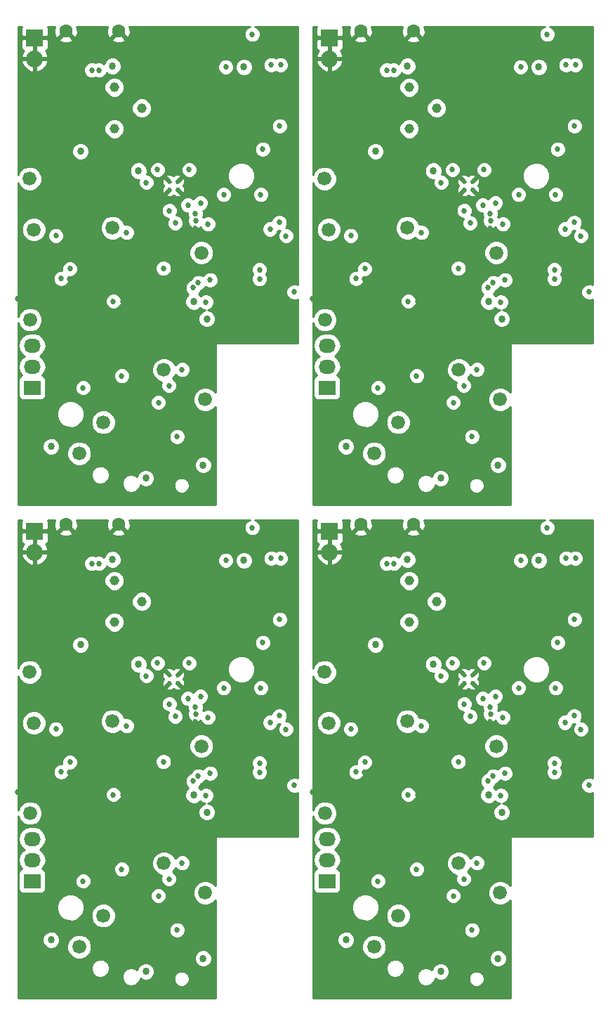
<source format=gbr>
G04 #@! TF.FileFunction,Copper,L2,Inr,Signal*
%FSLAX46Y46*%
G04 Gerber Fmt 4.6, Leading zero omitted, Abs format (unit mm)*
G04 Created by KiCad (PCBNEW 0.201602161416+6560~42~ubuntu15.10.1-product) date Wed 17 Feb 2016 03:47:36 PM EST*
%MOMM*%
G01*
G04 APERTURE LIST*
%ADD10C,0.100000*%
%ADD11C,0.457000*%
%ADD12C,1.680000*%
%ADD13C,1.600000*%
%ADD14R,2.032000X2.032000*%
%ADD15O,2.032000X2.032000*%
%ADD16C,1.150000*%
%ADD17R,2.032000X1.727200*%
%ADD18O,2.032000X1.727200*%
%ADD19C,0.685800*%
%ADD20C,0.863600*%
%ADD21C,0.254000*%
G04 APERTURE END LIST*
D10*
D11*
X68210400Y-92493800D03*
X67210400Y-92493800D03*
X68210400Y-91493800D03*
X67210400Y-91493800D03*
D12*
X50368200Y-91186000D03*
X60375800Y-97104200D03*
X50419000Y-108178600D03*
D13*
X61087000Y-73398000D03*
X54737000Y-73398000D03*
D14*
X50977800Y-74193400D03*
D15*
X50977800Y-76733400D03*
D16*
X63880000Y-82677000D03*
X60580000Y-85177000D03*
X60580000Y-80177000D03*
D12*
X71551800Y-117779800D03*
X56362600Y-124282200D03*
X59258200Y-120523000D03*
X66573400Y-114223800D03*
X50876200Y-97307400D03*
X71094600Y-100101400D03*
D17*
X50673000Y-116357400D03*
D18*
X50673000Y-113817400D03*
X50673000Y-111277400D03*
D11*
X68210400Y-33057800D03*
X67210400Y-33057800D03*
X68210400Y-32057800D03*
X67210400Y-32057800D03*
D12*
X50368200Y-31750000D03*
X60375800Y-37668200D03*
X50419000Y-48742600D03*
D13*
X61087000Y-13962000D03*
X54737000Y-13962000D03*
D14*
X50977800Y-14757400D03*
D15*
X50977800Y-17297400D03*
D16*
X63880000Y-23241000D03*
X60580000Y-25741000D03*
X60580000Y-20741000D03*
D12*
X71551800Y-58343800D03*
X56362600Y-64846200D03*
X59258200Y-61087000D03*
X66573400Y-54787800D03*
X50876200Y-37871400D03*
X71094600Y-40665400D03*
D17*
X50673000Y-56921400D03*
D18*
X50673000Y-54381400D03*
X50673000Y-51841400D03*
D11*
X32650400Y-92493800D03*
X31650400Y-92493800D03*
X32650400Y-91493800D03*
X31650400Y-91493800D03*
D12*
X14808200Y-91186000D03*
X24815800Y-97104200D03*
X14859000Y-108178600D03*
D13*
X25527000Y-73398000D03*
X19177000Y-73398000D03*
D14*
X15417800Y-74193400D03*
D15*
X15417800Y-76733400D03*
D16*
X28320000Y-82677000D03*
X25020000Y-85177000D03*
X25020000Y-80177000D03*
D12*
X35991800Y-117779800D03*
X20802600Y-124282200D03*
X23698200Y-120523000D03*
X31013400Y-114223800D03*
X15316200Y-97307400D03*
X35534600Y-100101400D03*
D17*
X15113000Y-116357400D03*
D18*
X15113000Y-113817400D03*
X15113000Y-111277400D03*
D17*
X15113000Y-56921400D03*
D18*
X15113000Y-54381400D03*
X15113000Y-51841400D03*
D12*
X35534600Y-40665400D03*
X15316200Y-37871400D03*
X31013400Y-54787800D03*
X23698200Y-61087000D03*
X20802600Y-64846200D03*
X35991800Y-58343800D03*
D16*
X28320000Y-23241000D03*
X25020000Y-25741000D03*
X25020000Y-20741000D03*
D14*
X15417800Y-14757400D03*
D15*
X15417800Y-17297400D03*
D13*
X25527000Y-13962000D03*
X19177000Y-13962000D03*
D12*
X14859000Y-48742600D03*
X24815800Y-37668200D03*
X14808200Y-31750000D03*
D11*
X32650400Y-33057800D03*
X31650400Y-33057800D03*
X32650400Y-32057800D03*
X31650400Y-32057800D03*
D19*
X72136000Y-103378000D03*
D20*
X60375800Y-77622400D03*
X63494000Y-90240200D03*
D19*
X72136000Y-43942000D03*
D20*
X60375800Y-18186400D03*
X63494000Y-30804200D03*
D19*
X36576000Y-103378000D03*
D20*
X24815800Y-77622400D03*
X27934000Y-90240200D03*
X27934000Y-30804200D03*
X24815800Y-18186400D03*
D19*
X36576000Y-43942000D03*
D20*
X78943200Y-73888600D03*
D19*
X60960000Y-86868000D03*
D20*
X56464200Y-130098800D03*
X68605400Y-124485400D03*
X52755800Y-83540600D03*
X65532000Y-130175000D03*
X77825600Y-109423200D03*
D19*
X67894200Y-85318600D03*
X65938400Y-85369400D03*
X53162200Y-124815600D03*
X70358000Y-97155000D03*
X59563000Y-94996000D03*
X71501000Y-128143000D03*
X67564000Y-130302000D03*
X70866000Y-130302000D03*
X60833000Y-129921000D03*
X63246000Y-130048000D03*
X59969400Y-114935000D03*
X52705000Y-103251000D03*
X48895000Y-105638600D03*
X61645800Y-105943400D03*
X55194200Y-103251000D03*
X66065400Y-120827800D03*
X66421000Y-106146600D03*
X54533800Y-94056200D03*
X58877200Y-125095000D03*
X78816200Y-108585000D03*
X79705200Y-107696000D03*
D20*
X78943200Y-14452600D03*
D19*
X60960000Y-27432000D03*
D20*
X56464200Y-70662800D03*
X68605400Y-65049400D03*
X52755800Y-24104600D03*
X65532000Y-70739000D03*
X77825600Y-49987200D03*
D19*
X67894200Y-25882600D03*
X65938400Y-25933400D03*
X53162200Y-65379600D03*
X70358000Y-37719000D03*
X59563000Y-35560000D03*
X71501000Y-68707000D03*
X67564000Y-70866000D03*
X70866000Y-70866000D03*
X60833000Y-70485000D03*
X63246000Y-70612000D03*
X59969400Y-55499000D03*
X52705000Y-43815000D03*
X48895000Y-46202600D03*
X61645800Y-46507400D03*
X55194200Y-43815000D03*
X66065400Y-61391800D03*
X66421000Y-46710600D03*
X54533800Y-34620200D03*
X58877200Y-65659000D03*
X78816200Y-49149000D03*
X79705200Y-48260000D03*
D20*
X43383200Y-73888600D03*
D19*
X25400000Y-86868000D03*
D20*
X20904200Y-130098800D03*
X33045400Y-124485400D03*
X17195800Y-83540600D03*
X29972000Y-130175000D03*
X42265600Y-109423200D03*
D19*
X32334200Y-85318600D03*
X30378400Y-85369400D03*
X17602200Y-124815600D03*
X34798000Y-97155000D03*
X24003000Y-94996000D03*
X35941000Y-128143000D03*
X32004000Y-130302000D03*
X35306000Y-130302000D03*
X25273000Y-129921000D03*
X27686000Y-130048000D03*
X24409400Y-114935000D03*
X17145000Y-103251000D03*
X13335000Y-105638600D03*
X26085800Y-105943400D03*
X19634200Y-103251000D03*
X30505400Y-120827800D03*
X30861000Y-106146600D03*
X18973800Y-94056200D03*
X23317200Y-125095000D03*
X43256200Y-108585000D03*
X44145200Y-107696000D03*
X44145200Y-48260000D03*
X43256200Y-49149000D03*
X23317200Y-65659000D03*
X18973800Y-34620200D03*
X30861000Y-46710600D03*
X30505400Y-61391800D03*
X19634200Y-43815000D03*
X26085800Y-46507400D03*
X13335000Y-46202600D03*
X17145000Y-43815000D03*
X24409400Y-55499000D03*
X27686000Y-70612000D03*
X25273000Y-70485000D03*
X35306000Y-70866000D03*
X32004000Y-70866000D03*
X35941000Y-68707000D03*
X24003000Y-35560000D03*
X34798000Y-37719000D03*
X17602200Y-65379600D03*
X30378400Y-25933400D03*
X32334200Y-25882600D03*
D20*
X42265600Y-49987200D03*
X29972000Y-70739000D03*
X17195800Y-24104600D03*
X33045400Y-65049400D03*
X20904200Y-70662800D03*
D19*
X25400000Y-27432000D03*
D20*
X43383200Y-14452600D03*
X71755000Y-108077000D03*
X56515000Y-87884000D03*
X71755000Y-48641000D03*
X56515000Y-28448000D03*
X36195000Y-108077000D03*
X20955000Y-87884000D03*
X20955000Y-28448000D03*
X36195000Y-48641000D03*
X52959000Y-123444000D03*
X70180200Y-105994200D03*
X76225400Y-77724000D03*
X71297800Y-125679200D03*
X64389000Y-127254000D03*
D19*
X69469000Y-94361000D03*
X61493400Y-114935000D03*
X56819800Y-116357400D03*
X54178200Y-103200200D03*
X62052200Y-97663000D03*
X53543200Y-98044000D03*
X68757800Y-114173000D03*
D20*
X52959000Y-64008000D03*
X70180200Y-46558200D03*
X76225400Y-18288000D03*
X71297800Y-66243200D03*
X64389000Y-67818000D03*
D19*
X69469000Y-34925000D03*
X61493400Y-55499000D03*
X56819800Y-56921400D03*
X54178200Y-43764200D03*
X62052200Y-38227000D03*
X53543200Y-38608000D03*
X68757800Y-54737000D03*
D20*
X17399000Y-123444000D03*
X34620200Y-105994200D03*
X40665400Y-77724000D03*
X35737800Y-125679200D03*
X28829000Y-127254000D03*
D19*
X33909000Y-94361000D03*
X25933400Y-114935000D03*
X21259800Y-116357400D03*
X18618200Y-103200200D03*
X26492200Y-97663000D03*
X17983200Y-98044000D03*
X33197800Y-114173000D03*
X33197800Y-54737000D03*
X17983200Y-38608000D03*
X26492200Y-38227000D03*
X18618200Y-43764200D03*
X21259800Y-56921400D03*
X25933400Y-55499000D03*
X33909000Y-34925000D03*
D20*
X28829000Y-67818000D03*
X35737800Y-66243200D03*
X40665400Y-18288000D03*
X34620200Y-46558200D03*
X17399000Y-64008000D03*
D19*
X65913000Y-118135400D03*
X67183000Y-116103400D03*
X55245000Y-102031800D03*
X60477400Y-105943400D03*
X66522600Y-101981000D03*
X68148200Y-122250200D03*
X65913000Y-58699400D03*
X67183000Y-56667400D03*
X55245000Y-42595800D03*
X60477400Y-46507400D03*
X66522600Y-42545000D03*
X68148200Y-62814200D03*
X30353000Y-118135400D03*
X31623000Y-116103400D03*
X19685000Y-102031800D03*
X24917400Y-105943400D03*
X30962600Y-101981000D03*
X32588200Y-122250200D03*
X32588200Y-62814200D03*
X30962600Y-42545000D03*
X24917400Y-46507400D03*
X19685000Y-42595800D03*
X31623000Y-56667400D03*
X30353000Y-58699400D03*
X70713335Y-103702162D03*
X58724800Y-78105000D03*
X70713335Y-44266162D03*
X58724800Y-18669000D03*
X35153335Y-103702162D03*
X23164800Y-78105000D03*
X23164800Y-18669000D03*
X35153335Y-44266162D03*
X70102679Y-104312818D03*
X57861200Y-78105000D03*
X70102679Y-44876818D03*
X57861200Y-18669000D03*
X34542679Y-104312818D03*
X22301200Y-78105000D03*
X22301200Y-18669000D03*
X34542679Y-44876818D03*
X74041000Y-77724000D03*
X69621400Y-90093800D03*
X74041000Y-18288000D03*
X69621400Y-30657800D03*
X38481000Y-77724000D03*
X34061400Y-90093800D03*
X34061400Y-30657800D03*
X38481000Y-18288000D03*
X77216000Y-73787000D03*
X67231518Y-95023682D03*
X77216000Y-14351000D03*
X67231518Y-35587682D03*
X41656000Y-73787000D03*
X31671518Y-95023682D03*
X31671518Y-35587682D03*
X41656000Y-14351000D03*
X79502000Y-77470000D03*
X67945000Y-96520000D03*
X79502000Y-18034000D03*
X67945000Y-37084000D03*
X43942000Y-77470000D03*
X32385000Y-96520000D03*
X32385000Y-37084000D03*
X43942000Y-18034000D03*
X80645000Y-77470000D03*
X80518000Y-84836000D03*
X80645000Y-18034000D03*
X80518000Y-25400000D03*
X45085000Y-77470000D03*
X44958000Y-84836000D03*
X44958000Y-25400000D03*
X45085000Y-18034000D03*
X78486000Y-87630000D03*
X71882000Y-96647000D03*
X78486000Y-28194000D03*
X71882000Y-37211000D03*
X42926000Y-87630000D03*
X36322000Y-96647000D03*
X36322000Y-37211000D03*
X42926000Y-28194000D03*
X64451520Y-91631673D03*
X70401272Y-96244272D03*
X64451520Y-32195673D03*
X70401272Y-36808272D03*
X28891520Y-91631673D03*
X34841272Y-96244272D03*
X34841272Y-36808272D03*
X28891520Y-32195673D03*
X70383400Y-95377000D03*
X65811400Y-90093800D03*
X70383400Y-35941000D03*
X65811400Y-30657800D03*
X34823400Y-95377000D03*
X30251400Y-90093800D03*
X30251400Y-30657800D03*
X34823400Y-35941000D03*
X70993000Y-94107000D03*
X71628000Y-106045000D03*
X73787000Y-93091000D03*
X78257400Y-93091000D03*
X70993000Y-34671000D03*
X71628000Y-46609000D03*
X73787000Y-33655000D03*
X78257400Y-33655000D03*
X35433000Y-94107000D03*
X36068000Y-106045000D03*
X38227000Y-93091000D03*
X42697400Y-93091000D03*
X42697400Y-33655000D03*
X38227000Y-33655000D03*
X36068000Y-46609000D03*
X35433000Y-34671000D03*
X82270600Y-104825800D03*
X82270600Y-45389800D03*
X46710600Y-104825800D03*
X46710600Y-45389800D03*
X79375000Y-97256600D03*
X79375000Y-37820600D03*
X43815000Y-97256600D03*
X43815000Y-37820600D03*
X81305400Y-98069400D03*
X81305400Y-38633400D03*
X45745400Y-98069400D03*
X45745400Y-38633400D03*
X78105000Y-102133400D03*
X78105000Y-42697400D03*
X42545000Y-102133400D03*
X42545000Y-42697400D03*
X78105000Y-103251000D03*
X78105000Y-43815000D03*
X42545000Y-103251000D03*
X42545000Y-43815000D03*
X80492600Y-96443800D03*
X80492600Y-37007800D03*
X44932600Y-96443800D03*
X44932600Y-37007800D03*
D21*
G36*
X13766800Y-13615090D02*
X13766800Y-14471650D01*
X13925550Y-14630400D01*
X15290800Y-14630400D01*
X15290800Y-14610400D01*
X15544800Y-14610400D01*
X15544800Y-14630400D01*
X16910050Y-14630400D01*
X17068800Y-14471650D01*
X17068800Y-13615090D01*
X16983849Y-13410000D01*
X17850527Y-13410000D01*
X17730035Y-13745223D01*
X17757222Y-14315454D01*
X17923136Y-14716005D01*
X18169255Y-14790139D01*
X18997395Y-13962000D01*
X18983252Y-13947858D01*
X19162858Y-13768253D01*
X19177000Y-13782395D01*
X19191143Y-13768253D01*
X19370748Y-13947858D01*
X19356605Y-13962000D01*
X20184745Y-14790139D01*
X20430864Y-14716005D01*
X20623965Y-14178777D01*
X20596778Y-13608546D01*
X20514537Y-13410000D01*
X24200527Y-13410000D01*
X24080035Y-13745223D01*
X24107222Y-14315454D01*
X24273136Y-14716005D01*
X24519255Y-14790139D01*
X25347395Y-13962000D01*
X25333252Y-13947858D01*
X25512858Y-13768253D01*
X25527000Y-13782395D01*
X25541143Y-13768253D01*
X25720748Y-13947858D01*
X25706605Y-13962000D01*
X26534745Y-14790139D01*
X26780864Y-14716005D01*
X26973965Y-14178777D01*
X26946778Y-13608546D01*
X26864537Y-13410000D01*
X41372623Y-13410000D01*
X41102788Y-13521493D01*
X40827460Y-13796341D01*
X40678270Y-14155630D01*
X40677931Y-14544663D01*
X40826493Y-14904212D01*
X41101341Y-15179540D01*
X41460630Y-15328730D01*
X41849663Y-15329069D01*
X42209212Y-15180507D01*
X42484540Y-14905659D01*
X42633730Y-14546370D01*
X42634069Y-14157337D01*
X42485507Y-13797788D01*
X42210659Y-13522460D01*
X41939826Y-13410000D01*
X47169000Y-13410000D01*
X47169000Y-44521290D01*
X46905970Y-44412070D01*
X46516937Y-44411731D01*
X46157388Y-44560293D01*
X45882060Y-44835141D01*
X45732870Y-45194430D01*
X45732531Y-45583463D01*
X45881093Y-45943012D01*
X46155941Y-46218340D01*
X46515230Y-46367530D01*
X46904263Y-46367869D01*
X47169000Y-46258482D01*
X47169000Y-51562000D01*
X37338000Y-51562000D01*
X37289399Y-51571667D01*
X37248197Y-51599197D01*
X37220667Y-51640399D01*
X37211000Y-51689000D01*
X37211000Y-57477342D01*
X36828411Y-57094085D01*
X36286483Y-56869057D01*
X35699692Y-56868544D01*
X35157371Y-57092627D01*
X34742085Y-57507189D01*
X34517057Y-58049117D01*
X34516544Y-58635908D01*
X34740627Y-59178229D01*
X35155189Y-59593515D01*
X35697117Y-59818543D01*
X36283908Y-59819056D01*
X36826229Y-59594973D01*
X37211000Y-59210873D01*
X37211000Y-71045000D01*
X13410000Y-71045000D01*
X13410000Y-68672824D01*
X25940808Y-68672824D01*
X26109439Y-69080943D01*
X26421415Y-69393463D01*
X26829239Y-69562807D01*
X27270824Y-69563192D01*
X27678943Y-69394561D01*
X27991463Y-69082585D01*
X28070120Y-68893157D01*
X32206837Y-68893157D01*
X32349642Y-69238772D01*
X32613837Y-69503429D01*
X32959202Y-69646837D01*
X33333157Y-69647163D01*
X33678772Y-69504358D01*
X33943429Y-69240163D01*
X34086837Y-68894798D01*
X34087163Y-68520843D01*
X33944358Y-68175228D01*
X33680163Y-67910571D01*
X33334798Y-67767163D01*
X32960843Y-67766837D01*
X32615228Y-67909642D01*
X32350571Y-68173837D01*
X32207163Y-68519202D01*
X32206837Y-68893157D01*
X28070120Y-68893157D01*
X28160807Y-68674761D01*
X28160821Y-68658656D01*
X28223917Y-68721862D01*
X28615869Y-68884615D01*
X29040269Y-68884985D01*
X29432504Y-68722916D01*
X29732862Y-68423083D01*
X29895615Y-68031131D01*
X29895985Y-67606731D01*
X29733916Y-67214496D01*
X29434083Y-66914138D01*
X29042131Y-66751385D01*
X28617731Y-66751015D01*
X28225496Y-66913084D01*
X27925138Y-67212917D01*
X27765432Y-67597532D01*
X27680585Y-67512537D01*
X27272761Y-67343193D01*
X26831176Y-67342808D01*
X26423057Y-67511439D01*
X26110537Y-67823415D01*
X25941193Y-68231239D01*
X25940808Y-68672824D01*
X13410000Y-68672824D01*
X13410000Y-67656824D01*
X22232808Y-67656824D01*
X22401439Y-68064943D01*
X22713415Y-68377463D01*
X23121239Y-68546807D01*
X23562824Y-68547192D01*
X23970943Y-68378561D01*
X24283463Y-68066585D01*
X24452807Y-67658761D01*
X24453192Y-67217176D01*
X24284561Y-66809057D01*
X23972585Y-66496537D01*
X23871275Y-66454469D01*
X34670815Y-66454469D01*
X34832884Y-66846704D01*
X35132717Y-67147062D01*
X35524669Y-67309815D01*
X35949069Y-67310185D01*
X36341304Y-67148116D01*
X36641662Y-66848283D01*
X36804415Y-66456331D01*
X36804785Y-66031931D01*
X36642716Y-65639696D01*
X36342883Y-65339338D01*
X35950931Y-65176585D01*
X35526531Y-65176215D01*
X35134296Y-65338284D01*
X34833938Y-65638117D01*
X34671185Y-66030069D01*
X34670815Y-66454469D01*
X23871275Y-66454469D01*
X23564761Y-66327193D01*
X23123176Y-66326808D01*
X22715057Y-66495439D01*
X22402537Y-66807415D01*
X22233193Y-67215239D01*
X22232808Y-67656824D01*
X13410000Y-67656824D01*
X13410000Y-65138308D01*
X19327344Y-65138308D01*
X19551427Y-65680629D01*
X19965989Y-66095915D01*
X20507917Y-66320943D01*
X21094708Y-66321456D01*
X21637029Y-66097373D01*
X22052315Y-65682811D01*
X22277343Y-65140883D01*
X22277856Y-64554092D01*
X22053773Y-64011771D01*
X21639211Y-63596485D01*
X21097283Y-63371457D01*
X20510492Y-63370944D01*
X19968171Y-63595027D01*
X19552885Y-64009589D01*
X19327857Y-64551517D01*
X19327344Y-65138308D01*
X13410000Y-65138308D01*
X13410000Y-64219269D01*
X16332015Y-64219269D01*
X16494084Y-64611504D01*
X16793917Y-64911862D01*
X17185869Y-65074615D01*
X17610269Y-65074985D01*
X18002504Y-64912916D01*
X18302862Y-64613083D01*
X18465615Y-64221131D01*
X18465985Y-63796731D01*
X18303916Y-63404496D01*
X18004083Y-63104138D01*
X17772228Y-63007863D01*
X31610131Y-63007863D01*
X31758693Y-63367412D01*
X32033541Y-63642740D01*
X32392830Y-63791930D01*
X32781863Y-63792269D01*
X33141412Y-63643707D01*
X33416740Y-63368859D01*
X33565930Y-63009570D01*
X33566269Y-62620537D01*
X33417707Y-62260988D01*
X33142859Y-61985660D01*
X32783570Y-61836470D01*
X32394537Y-61836131D01*
X32034988Y-61984693D01*
X31759660Y-62259541D01*
X31610470Y-62618830D01*
X31610131Y-63007863D01*
X17772228Y-63007863D01*
X17612131Y-62941385D01*
X17187731Y-62941015D01*
X16795496Y-63103084D01*
X16495138Y-63402917D01*
X16332385Y-63794869D01*
X16332015Y-64219269D01*
X13410000Y-64219269D01*
X13410000Y-60431795D01*
X18107716Y-60431795D01*
X18356106Y-61032943D01*
X18815637Y-61493278D01*
X19416352Y-61742716D01*
X20066795Y-61743284D01*
X20667943Y-61494894D01*
X20783931Y-61379108D01*
X22222944Y-61379108D01*
X22447027Y-61921429D01*
X22861589Y-62336715D01*
X23403517Y-62561743D01*
X23990308Y-62562256D01*
X24532629Y-62338173D01*
X24947915Y-61923611D01*
X25172943Y-61381683D01*
X25173456Y-60794892D01*
X24949373Y-60252571D01*
X24534811Y-59837285D01*
X23992883Y-59612257D01*
X23406092Y-59611744D01*
X22863771Y-59835827D01*
X22448485Y-60250389D01*
X22223457Y-60792317D01*
X22222944Y-61379108D01*
X20783931Y-61379108D01*
X21128278Y-61035363D01*
X21377716Y-60434648D01*
X21378284Y-59784205D01*
X21129894Y-59183057D01*
X20840407Y-58893063D01*
X29374931Y-58893063D01*
X29523493Y-59252612D01*
X29798341Y-59527940D01*
X30157630Y-59677130D01*
X30546663Y-59677469D01*
X30906212Y-59528907D01*
X31181540Y-59254059D01*
X31330730Y-58894770D01*
X31331069Y-58505737D01*
X31182507Y-58146188D01*
X30907659Y-57870860D01*
X30548370Y-57721670D01*
X30159337Y-57721331D01*
X29799788Y-57869893D01*
X29524460Y-58144741D01*
X29375270Y-58504030D01*
X29374931Y-58893063D01*
X20840407Y-58893063D01*
X20670363Y-58722722D01*
X20069648Y-58473284D01*
X19419205Y-58472716D01*
X18818057Y-58721106D01*
X18357722Y-59180637D01*
X18108284Y-59781352D01*
X18107716Y-60431795D01*
X13410000Y-60431795D01*
X13410000Y-51841400D01*
X13429655Y-51841400D01*
X13543729Y-52414889D01*
X13868585Y-52901070D01*
X14183366Y-53111400D01*
X13868585Y-53321730D01*
X13543729Y-53807911D01*
X13429655Y-54381400D01*
X13543729Y-54954889D01*
X13868585Y-55441070D01*
X13885566Y-55452416D01*
X13849235Y-55459643D01*
X13639191Y-55599991D01*
X13498843Y-55810035D01*
X13449560Y-56057800D01*
X13449560Y-57785000D01*
X13498843Y-58032765D01*
X13639191Y-58242809D01*
X13849235Y-58383157D01*
X14097000Y-58432440D01*
X16129000Y-58432440D01*
X16376765Y-58383157D01*
X16586809Y-58242809D01*
X16727157Y-58032765D01*
X16776440Y-57785000D01*
X16776440Y-57115063D01*
X20281731Y-57115063D01*
X20430293Y-57474612D01*
X20705141Y-57749940D01*
X21064430Y-57899130D01*
X21453463Y-57899469D01*
X21813012Y-57750907D01*
X22088340Y-57476059D01*
X22237530Y-57116770D01*
X22237869Y-56727737D01*
X22089307Y-56368188D01*
X21814459Y-56092860D01*
X21455170Y-55943670D01*
X21066137Y-55943331D01*
X20706588Y-56091893D01*
X20431260Y-56366741D01*
X20282070Y-56726030D01*
X20281731Y-57115063D01*
X16776440Y-57115063D01*
X16776440Y-56057800D01*
X16727157Y-55810035D01*
X16648731Y-55692663D01*
X24955331Y-55692663D01*
X25103893Y-56052212D01*
X25378741Y-56327540D01*
X25738030Y-56476730D01*
X26127063Y-56477069D01*
X26486612Y-56328507D01*
X26761940Y-56053659D01*
X26911130Y-55694370D01*
X26911469Y-55305337D01*
X26818325Y-55079908D01*
X29538144Y-55079908D01*
X29762227Y-55622229D01*
X30176789Y-56037515D01*
X30718717Y-56262543D01*
X30732252Y-56262555D01*
X30645270Y-56472030D01*
X30644931Y-56861063D01*
X30793493Y-57220612D01*
X31068341Y-57495940D01*
X31427630Y-57645130D01*
X31816663Y-57645469D01*
X32176212Y-57496907D01*
X32451540Y-57222059D01*
X32600730Y-56862770D01*
X32601069Y-56473737D01*
X32452507Y-56114188D01*
X32177659Y-55838860D01*
X32086295Y-55800922D01*
X32263115Y-55624411D01*
X32392018Y-55313978D01*
X32643141Y-55565540D01*
X33002430Y-55714730D01*
X33391463Y-55715069D01*
X33751012Y-55566507D01*
X34026340Y-55291659D01*
X34175530Y-54932370D01*
X34175869Y-54543337D01*
X34027307Y-54183788D01*
X33752459Y-53908460D01*
X33393170Y-53759270D01*
X33004137Y-53758931D01*
X32644588Y-53907493D01*
X32369260Y-54182341D01*
X32364208Y-54194507D01*
X32264573Y-53953371D01*
X31850011Y-53538085D01*
X31308083Y-53313057D01*
X30721292Y-53312544D01*
X30178971Y-53536627D01*
X29763685Y-53951189D01*
X29538657Y-54493117D01*
X29538144Y-55079908D01*
X26818325Y-55079908D01*
X26762907Y-54945788D01*
X26488059Y-54670460D01*
X26128770Y-54521270D01*
X25739737Y-54520931D01*
X25380188Y-54669493D01*
X25104860Y-54944341D01*
X24955670Y-55303630D01*
X24955331Y-55692663D01*
X16648731Y-55692663D01*
X16586809Y-55599991D01*
X16376765Y-55459643D01*
X16340434Y-55452416D01*
X16357415Y-55441070D01*
X16682271Y-54954889D01*
X16796345Y-54381400D01*
X16682271Y-53807911D01*
X16357415Y-53321730D01*
X16042634Y-53111400D01*
X16357415Y-52901070D01*
X16682271Y-52414889D01*
X16796345Y-51841400D01*
X16682271Y-51267911D01*
X16357415Y-50781730D01*
X15871234Y-50456874D01*
X15297745Y-50342800D01*
X14928255Y-50342800D01*
X14354766Y-50456874D01*
X13868585Y-50781730D01*
X13543729Y-51267911D01*
X13429655Y-51841400D01*
X13410000Y-51841400D01*
X13410000Y-49098252D01*
X13607827Y-49577029D01*
X14022389Y-49992315D01*
X14564317Y-50217343D01*
X15151108Y-50217856D01*
X15693429Y-49993773D01*
X16108715Y-49579211D01*
X16333743Y-49037283D01*
X16334256Y-48450492D01*
X16110173Y-47908171D01*
X15695611Y-47492885D01*
X15153683Y-47267857D01*
X14566892Y-47267344D01*
X14024571Y-47491427D01*
X13609285Y-47905989D01*
X13410000Y-48385921D01*
X13410000Y-46701063D01*
X23939331Y-46701063D01*
X24087893Y-47060612D01*
X24362741Y-47335940D01*
X24722030Y-47485130D01*
X25111063Y-47485469D01*
X25470612Y-47336907D01*
X25745940Y-47062059D01*
X25867434Y-46769469D01*
X33553215Y-46769469D01*
X33715284Y-47161704D01*
X34015117Y-47462062D01*
X34407069Y-47624815D01*
X34831469Y-47625185D01*
X35223704Y-47463116D01*
X35381564Y-47305532D01*
X35513341Y-47437540D01*
X35872630Y-47586730D01*
X35952789Y-47586800D01*
X35591496Y-47736084D01*
X35291138Y-48035917D01*
X35128385Y-48427869D01*
X35128015Y-48852269D01*
X35290084Y-49244504D01*
X35589917Y-49544862D01*
X35981869Y-49707615D01*
X36406269Y-49707985D01*
X36798504Y-49545916D01*
X37098862Y-49246083D01*
X37261615Y-48854131D01*
X37261985Y-48429731D01*
X37099916Y-48037496D01*
X36800083Y-47737138D01*
X36408131Y-47574385D01*
X36292605Y-47574284D01*
X36621212Y-47438507D01*
X36896540Y-47163659D01*
X37045730Y-46804370D01*
X37046069Y-46415337D01*
X36897507Y-46055788D01*
X36622659Y-45780460D01*
X36263370Y-45631270D01*
X35874337Y-45630931D01*
X35514788Y-45779493D01*
X35432360Y-45861777D01*
X35225283Y-45654338D01*
X35170681Y-45631665D01*
X35371219Y-45431477D01*
X35470089Y-45193371D01*
X35706547Y-45095669D01*
X35981875Y-44820821D01*
X36008214Y-44757390D01*
X36021341Y-44770540D01*
X36380630Y-44919730D01*
X36769663Y-44920069D01*
X37129212Y-44771507D01*
X37404540Y-44496659D01*
X37553730Y-44137370D01*
X37554069Y-43748337D01*
X37405507Y-43388788D01*
X37130659Y-43113460D01*
X36771370Y-42964270D01*
X36382337Y-42963931D01*
X36022788Y-43112493D01*
X35747460Y-43387341D01*
X35721121Y-43450772D01*
X35707994Y-43437622D01*
X35348705Y-43288432D01*
X34959672Y-43288093D01*
X34600123Y-43436655D01*
X34324795Y-43711503D01*
X34225925Y-43949609D01*
X33989467Y-44047311D01*
X33714139Y-44322159D01*
X33564949Y-44681448D01*
X33564610Y-45070481D01*
X33713172Y-45430030D01*
X33976296Y-45693613D01*
X33716338Y-45953117D01*
X33553585Y-46345069D01*
X33553215Y-46769469D01*
X25867434Y-46769469D01*
X25895130Y-46702770D01*
X25895469Y-46313737D01*
X25746907Y-45954188D01*
X25472059Y-45678860D01*
X25112770Y-45529670D01*
X24723737Y-45529331D01*
X24364188Y-45677893D01*
X24088860Y-45952741D01*
X23939670Y-46312030D01*
X23939331Y-46701063D01*
X13410000Y-46701063D01*
X13410000Y-43957863D01*
X17640131Y-43957863D01*
X17788693Y-44317412D01*
X18063541Y-44592740D01*
X18422830Y-44741930D01*
X18811863Y-44742269D01*
X19171412Y-44593707D01*
X19446740Y-44318859D01*
X19595930Y-43959570D01*
X19596266Y-43573623D01*
X19878663Y-43573869D01*
X20238212Y-43425307D01*
X20513540Y-43150459D01*
X20662730Y-42791170D01*
X20662775Y-42738663D01*
X29984531Y-42738663D01*
X30133093Y-43098212D01*
X30407941Y-43373540D01*
X30767230Y-43522730D01*
X31156263Y-43523069D01*
X31515812Y-43374507D01*
X31791140Y-43099659D01*
X31877756Y-42891063D01*
X41566931Y-42891063D01*
X41715493Y-43250612D01*
X41720840Y-43255968D01*
X41716460Y-43260341D01*
X41567270Y-43619630D01*
X41566931Y-44008663D01*
X41715493Y-44368212D01*
X41990341Y-44643540D01*
X42349630Y-44792730D01*
X42738663Y-44793069D01*
X43098212Y-44644507D01*
X43373540Y-44369659D01*
X43522730Y-44010370D01*
X43523069Y-43621337D01*
X43374507Y-43261788D01*
X43369160Y-43256432D01*
X43373540Y-43252059D01*
X43522730Y-42892770D01*
X43523069Y-42503737D01*
X43374507Y-42144188D01*
X43099659Y-41868860D01*
X42740370Y-41719670D01*
X42351337Y-41719331D01*
X41991788Y-41867893D01*
X41716460Y-42142741D01*
X41567270Y-42502030D01*
X41566931Y-42891063D01*
X31877756Y-42891063D01*
X31940330Y-42740370D01*
X31940669Y-42351337D01*
X31792107Y-41991788D01*
X31517259Y-41716460D01*
X31157970Y-41567270D01*
X30768937Y-41566931D01*
X30409388Y-41715493D01*
X30134060Y-41990341D01*
X29984870Y-42349630D01*
X29984531Y-42738663D01*
X20662775Y-42738663D01*
X20663069Y-42402137D01*
X20514507Y-42042588D01*
X20239659Y-41767260D01*
X19880370Y-41618070D01*
X19491337Y-41617731D01*
X19131788Y-41766293D01*
X18856460Y-42041141D01*
X18707270Y-42400430D01*
X18706934Y-42786377D01*
X18424537Y-42786131D01*
X18064988Y-42934693D01*
X17789660Y-43209541D01*
X17640470Y-43568830D01*
X17640131Y-43957863D01*
X13410000Y-43957863D01*
X13410000Y-40957508D01*
X34059344Y-40957508D01*
X34283427Y-41499829D01*
X34697989Y-41915115D01*
X35239917Y-42140143D01*
X35826708Y-42140656D01*
X36369029Y-41916573D01*
X36784315Y-41502011D01*
X37009343Y-40960083D01*
X37009856Y-40373292D01*
X36785773Y-39830971D01*
X36371211Y-39415685D01*
X35829283Y-39190657D01*
X35242492Y-39190144D01*
X34700171Y-39414227D01*
X34284885Y-39828789D01*
X34059857Y-40370717D01*
X34059344Y-40957508D01*
X13410000Y-40957508D01*
X13410000Y-38163508D01*
X13840944Y-38163508D01*
X14065027Y-38705829D01*
X14479589Y-39121115D01*
X15021517Y-39346143D01*
X15608308Y-39346656D01*
X16150629Y-39122573D01*
X16472099Y-38801663D01*
X17005131Y-38801663D01*
X17153693Y-39161212D01*
X17428541Y-39436540D01*
X17787830Y-39585730D01*
X18176863Y-39586069D01*
X18536412Y-39437507D01*
X18811740Y-39162659D01*
X18960930Y-38803370D01*
X18961269Y-38414337D01*
X18812707Y-38054788D01*
X18718392Y-37960308D01*
X23340544Y-37960308D01*
X23564627Y-38502629D01*
X23979189Y-38917915D01*
X24521117Y-39142943D01*
X25107908Y-39143456D01*
X25650229Y-38919373D01*
X25726052Y-38843682D01*
X25937541Y-39055540D01*
X26296830Y-39204730D01*
X26685863Y-39205069D01*
X27045412Y-39056507D01*
X27320740Y-38781659D01*
X27469930Y-38422370D01*
X27470269Y-38033337D01*
X27321707Y-37673788D01*
X27046859Y-37398460D01*
X26687570Y-37249270D01*
X26298537Y-37248931D01*
X26247267Y-37270115D01*
X26066973Y-36833771D01*
X25652411Y-36418485D01*
X25110483Y-36193457D01*
X24523692Y-36192944D01*
X23981371Y-36417027D01*
X23566085Y-36831589D01*
X23341057Y-37373517D01*
X23340544Y-37960308D01*
X18718392Y-37960308D01*
X18537859Y-37779460D01*
X18178570Y-37630270D01*
X17789537Y-37629931D01*
X17429988Y-37778493D01*
X17154660Y-38053341D01*
X17005470Y-38412630D01*
X17005131Y-38801663D01*
X16472099Y-38801663D01*
X16565915Y-38708011D01*
X16790943Y-38166083D01*
X16791456Y-37579292D01*
X16567373Y-37036971D01*
X16152811Y-36621685D01*
X15610883Y-36396657D01*
X15024092Y-36396144D01*
X14481771Y-36620227D01*
X14066485Y-37034789D01*
X13841457Y-37576717D01*
X13840944Y-38163508D01*
X13410000Y-38163508D01*
X13410000Y-35781345D01*
X30693449Y-35781345D01*
X30842011Y-36140894D01*
X31116859Y-36416222D01*
X31476148Y-36565412D01*
X31541458Y-36565469D01*
X31407270Y-36888630D01*
X31406931Y-37277663D01*
X31555493Y-37637212D01*
X31830341Y-37912540D01*
X32189630Y-38061730D01*
X32578663Y-38062069D01*
X32938212Y-37913507D01*
X33213540Y-37638659D01*
X33362730Y-37279370D01*
X33363069Y-36890337D01*
X33214507Y-36530788D01*
X32939659Y-36255460D01*
X32580370Y-36106270D01*
X32515060Y-36106213D01*
X32649248Y-35783052D01*
X32649587Y-35394019D01*
X32535813Y-35118663D01*
X32930931Y-35118663D01*
X33079493Y-35478212D01*
X33354341Y-35753540D01*
X33713630Y-35902730D01*
X33845533Y-35902845D01*
X33845331Y-36134663D01*
X33953460Y-36396356D01*
X33863542Y-36612902D01*
X33863203Y-37001935D01*
X34011765Y-37361484D01*
X34286613Y-37636812D01*
X34645902Y-37786002D01*
X35034935Y-37786341D01*
X35394484Y-37637779D01*
X35426887Y-37605433D01*
X35492493Y-37764212D01*
X35767341Y-38039540D01*
X36126630Y-38188730D01*
X36515663Y-38189069D01*
X36875212Y-38040507D01*
X36901501Y-38014263D01*
X42836931Y-38014263D01*
X42985493Y-38373812D01*
X43260341Y-38649140D01*
X43619630Y-38798330D01*
X44008663Y-38798669D01*
X44368212Y-38650107D01*
X44643540Y-38375259D01*
X44792730Y-38015970D01*
X44792756Y-37985578D01*
X45009996Y-37985768D01*
X44916860Y-38078741D01*
X44767670Y-38438030D01*
X44767331Y-38827063D01*
X44915893Y-39186612D01*
X45190741Y-39461940D01*
X45550030Y-39611130D01*
X45939063Y-39611469D01*
X46298612Y-39462907D01*
X46573940Y-39188059D01*
X46723130Y-38828770D01*
X46723469Y-38439737D01*
X46574907Y-38080188D01*
X46300059Y-37804860D01*
X45940770Y-37655670D01*
X45668004Y-37655432D01*
X45761140Y-37562459D01*
X45910330Y-37203170D01*
X45910669Y-36814137D01*
X45762107Y-36454588D01*
X45487259Y-36179260D01*
X45127970Y-36030070D01*
X44738937Y-36029731D01*
X44379388Y-36178293D01*
X44104060Y-36453141D01*
X43954870Y-36812430D01*
X43954844Y-36842822D01*
X43621337Y-36842531D01*
X43261788Y-36991093D01*
X42986460Y-37265941D01*
X42837270Y-37625230D01*
X42836931Y-38014263D01*
X36901501Y-38014263D01*
X37150540Y-37765659D01*
X37299730Y-37406370D01*
X37300069Y-37017337D01*
X37151507Y-36657788D01*
X36876659Y-36382460D01*
X36517370Y-36233270D01*
X36128337Y-36232931D01*
X35768788Y-36381493D01*
X35736385Y-36413839D01*
X35711212Y-36352916D01*
X35801130Y-36136370D01*
X35801469Y-35747337D01*
X35741295Y-35601704D01*
X35986212Y-35500507D01*
X36261540Y-35225659D01*
X36410730Y-34866370D01*
X36411069Y-34477337D01*
X36262507Y-34117788D01*
X35993852Y-33848663D01*
X37248931Y-33848663D01*
X37397493Y-34208212D01*
X37672341Y-34483540D01*
X38031630Y-34632730D01*
X38420663Y-34633069D01*
X38780212Y-34484507D01*
X39055540Y-34209659D01*
X39204730Y-33850370D01*
X39204731Y-33848663D01*
X41719331Y-33848663D01*
X41867893Y-34208212D01*
X42142741Y-34483540D01*
X42502030Y-34632730D01*
X42891063Y-34633069D01*
X43250612Y-34484507D01*
X43525940Y-34209659D01*
X43675130Y-33850370D01*
X43675469Y-33461337D01*
X43526907Y-33101788D01*
X43252059Y-32826460D01*
X42892770Y-32677270D01*
X42503737Y-32676931D01*
X42144188Y-32825493D01*
X41868860Y-33100341D01*
X41719670Y-33459630D01*
X41719331Y-33848663D01*
X39204731Y-33848663D01*
X39205069Y-33461337D01*
X39056507Y-33101788D01*
X38781659Y-32826460D01*
X38422370Y-32677270D01*
X38033337Y-32676931D01*
X37673788Y-32825493D01*
X37398460Y-33100341D01*
X37249270Y-33459630D01*
X37248931Y-33848663D01*
X35993852Y-33848663D01*
X35987659Y-33842460D01*
X35628370Y-33693270D01*
X35239337Y-33692931D01*
X34879788Y-33841493D01*
X34604460Y-34116341D01*
X34568928Y-34201912D01*
X34463659Y-34096460D01*
X34104370Y-33947270D01*
X33715337Y-33946931D01*
X33355788Y-34095493D01*
X33080460Y-34370341D01*
X32931270Y-34729630D01*
X32930931Y-35118663D01*
X32535813Y-35118663D01*
X32501025Y-35034470D01*
X32226177Y-34759142D01*
X31866888Y-34609952D01*
X31477855Y-34609613D01*
X31118306Y-34758175D01*
X30842978Y-35033023D01*
X30693788Y-35392312D01*
X30693449Y-35781345D01*
X13410000Y-35781345D01*
X13410000Y-32228597D01*
X13557027Y-32584429D01*
X13971589Y-32999715D01*
X14513517Y-33224743D01*
X15100308Y-33225256D01*
X15642629Y-33001173D01*
X16057915Y-32586611D01*
X16282943Y-32044683D01*
X16283456Y-31457892D01*
X16100651Y-31015469D01*
X26867015Y-31015469D01*
X27029084Y-31407704D01*
X27328917Y-31708062D01*
X27720869Y-31870815D01*
X27967469Y-31871030D01*
X27913790Y-32000303D01*
X27913451Y-32389336D01*
X28062013Y-32748885D01*
X28336861Y-33024213D01*
X28696150Y-33173403D01*
X29085183Y-33173742D01*
X29444732Y-33025180D01*
X29720060Y-32750332D01*
X29869250Y-32391043D01*
X29869589Y-32002010D01*
X29854339Y-31965101D01*
X30774876Y-31965101D01*
X30806047Y-32307206D01*
X30876996Y-32478491D01*
X30986744Y-32479876D01*
X30939806Y-32526814D01*
X30970792Y-32557800D01*
X30939806Y-32588786D01*
X30986744Y-32635724D01*
X30876996Y-32637109D01*
X30774876Y-32965101D01*
X30806047Y-33307206D01*
X30876996Y-33478491D01*
X31065753Y-33480873D01*
X31488826Y-33057800D01*
X31465668Y-33034642D01*
X31567917Y-32932393D01*
X31719107Y-32918617D01*
X31775807Y-32975317D01*
X31789583Y-33126507D01*
X31673558Y-33242532D01*
X31650400Y-33219374D01*
X31227327Y-33642447D01*
X31229709Y-33831204D01*
X31557701Y-33933324D01*
X31899806Y-33902153D01*
X32071091Y-33831204D01*
X32072476Y-33721456D01*
X32119414Y-33768394D01*
X32150400Y-33737408D01*
X32181386Y-33768394D01*
X32228324Y-33721456D01*
X32229709Y-33831204D01*
X32557701Y-33933324D01*
X32899806Y-33902153D01*
X33071091Y-33831204D01*
X33073473Y-33642447D01*
X32650400Y-33219374D01*
X32627242Y-33242532D01*
X32524993Y-33140283D01*
X32511217Y-32989093D01*
X32567917Y-32932393D01*
X32719107Y-32918617D01*
X32835132Y-33034642D01*
X32811974Y-33057800D01*
X33235047Y-33480873D01*
X33423804Y-33478491D01*
X33525924Y-33150499D01*
X33494753Y-32808394D01*
X33423804Y-32637109D01*
X33314056Y-32635724D01*
X33360994Y-32588786D01*
X33330008Y-32557800D01*
X33360994Y-32526814D01*
X33314056Y-32479876D01*
X33423804Y-32478491D01*
X33525924Y-32150499D01*
X33494753Y-31808394D01*
X33467167Y-31741795D01*
X38707716Y-31741795D01*
X38956106Y-32342943D01*
X39415637Y-32803278D01*
X40016352Y-33052716D01*
X40666795Y-33053284D01*
X41267943Y-32804894D01*
X41728278Y-32345363D01*
X41977716Y-31744648D01*
X41978284Y-31094205D01*
X41729894Y-30493057D01*
X41270363Y-30032722D01*
X40669648Y-29783284D01*
X40019205Y-29782716D01*
X39418057Y-30031106D01*
X38957722Y-30490637D01*
X38708284Y-31091352D01*
X38707716Y-31741795D01*
X33467167Y-31741795D01*
X33423804Y-31637109D01*
X33235047Y-31634727D01*
X32811974Y-32057800D01*
X32835132Y-32080958D01*
X32732883Y-32183207D01*
X32581693Y-32196983D01*
X32524993Y-32140283D01*
X32511217Y-31989093D01*
X32627242Y-31873068D01*
X32650400Y-31896226D01*
X33073473Y-31473153D01*
X33071091Y-31284396D01*
X32743099Y-31182276D01*
X32400994Y-31213447D01*
X32229709Y-31284396D01*
X32228324Y-31394144D01*
X32181386Y-31347206D01*
X32150400Y-31378192D01*
X32119414Y-31347206D01*
X32072476Y-31394144D01*
X32071091Y-31284396D01*
X31743099Y-31182276D01*
X31400994Y-31213447D01*
X31229709Y-31284396D01*
X31227327Y-31473153D01*
X31650400Y-31896226D01*
X31673558Y-31873068D01*
X31775807Y-31975317D01*
X31789583Y-32126507D01*
X31732883Y-32183207D01*
X31581693Y-32196983D01*
X31465668Y-32080958D01*
X31488826Y-32057800D01*
X31065753Y-31634727D01*
X30876996Y-31637109D01*
X30774876Y-31965101D01*
X29854339Y-31965101D01*
X29721027Y-31642461D01*
X29446179Y-31367133D01*
X29086890Y-31217943D01*
X28917375Y-31217795D01*
X29000615Y-31017331D01*
X29000759Y-30851463D01*
X29273331Y-30851463D01*
X29421893Y-31211012D01*
X29696741Y-31486340D01*
X30056030Y-31635530D01*
X30445063Y-31635869D01*
X30804612Y-31487307D01*
X31079940Y-31212459D01*
X31229130Y-30853170D01*
X31229131Y-30851463D01*
X33083331Y-30851463D01*
X33231893Y-31211012D01*
X33506741Y-31486340D01*
X33866030Y-31635530D01*
X34255063Y-31635869D01*
X34614612Y-31487307D01*
X34889940Y-31212459D01*
X35039130Y-30853170D01*
X35039469Y-30464137D01*
X34890907Y-30104588D01*
X34616059Y-29829260D01*
X34256770Y-29680070D01*
X33867737Y-29679731D01*
X33508188Y-29828293D01*
X33232860Y-30103141D01*
X33083670Y-30462430D01*
X33083331Y-30851463D01*
X31229131Y-30851463D01*
X31229469Y-30464137D01*
X31080907Y-30104588D01*
X30806059Y-29829260D01*
X30446770Y-29680070D01*
X30057737Y-29679731D01*
X29698188Y-29828293D01*
X29422860Y-30103141D01*
X29273670Y-30462430D01*
X29273331Y-30851463D01*
X29000759Y-30851463D01*
X29000985Y-30592931D01*
X28838916Y-30200696D01*
X28539083Y-29900338D01*
X28147131Y-29737585D01*
X27722731Y-29737215D01*
X27330496Y-29899284D01*
X27030138Y-30199117D01*
X26867385Y-30591069D01*
X26867015Y-31015469D01*
X16100651Y-31015469D01*
X16059373Y-30915571D01*
X15644811Y-30500285D01*
X15102883Y-30275257D01*
X14516092Y-30274744D01*
X13973771Y-30498827D01*
X13558485Y-30913389D01*
X13410000Y-31270981D01*
X13410000Y-28659269D01*
X19888015Y-28659269D01*
X20050084Y-29051504D01*
X20349917Y-29351862D01*
X20741869Y-29514615D01*
X21166269Y-29514985D01*
X21558504Y-29352916D01*
X21858862Y-29053083D01*
X22021615Y-28661131D01*
X22021853Y-28387663D01*
X41947931Y-28387663D01*
X42096493Y-28747212D01*
X42371341Y-29022540D01*
X42730630Y-29171730D01*
X43119663Y-29172069D01*
X43479212Y-29023507D01*
X43754540Y-28748659D01*
X43903730Y-28389370D01*
X43904069Y-28000337D01*
X43755507Y-27640788D01*
X43480659Y-27365460D01*
X43121370Y-27216270D01*
X42732337Y-27215931D01*
X42372788Y-27364493D01*
X42097460Y-27639341D01*
X41948270Y-27998630D01*
X41947931Y-28387663D01*
X22021853Y-28387663D01*
X22021985Y-28236731D01*
X21859916Y-27844496D01*
X21560083Y-27544138D01*
X21168131Y-27381385D01*
X20743731Y-27381015D01*
X20351496Y-27543084D01*
X20051138Y-27842917D01*
X19888385Y-28234869D01*
X19888015Y-28659269D01*
X13410000Y-28659269D01*
X13410000Y-25980628D01*
X23809791Y-25980628D01*
X23993614Y-26425514D01*
X24333695Y-26766190D01*
X24778260Y-26950789D01*
X25259628Y-26951209D01*
X25704514Y-26767386D01*
X26045190Y-26427305D01*
X26229789Y-25982740D01*
X26230128Y-25593663D01*
X43979931Y-25593663D01*
X44128493Y-25953212D01*
X44403341Y-26228540D01*
X44762630Y-26377730D01*
X45151663Y-26378069D01*
X45511212Y-26229507D01*
X45786540Y-25954659D01*
X45935730Y-25595370D01*
X45936069Y-25206337D01*
X45787507Y-24846788D01*
X45512659Y-24571460D01*
X45153370Y-24422270D01*
X44764337Y-24421931D01*
X44404788Y-24570493D01*
X44129460Y-24845341D01*
X43980270Y-25204630D01*
X43979931Y-25593663D01*
X26230128Y-25593663D01*
X26230209Y-25501372D01*
X26046386Y-25056486D01*
X25706305Y-24715810D01*
X25261740Y-24531211D01*
X24780372Y-24530791D01*
X24335486Y-24714614D01*
X23994810Y-25054695D01*
X23810211Y-25499260D01*
X23809791Y-25980628D01*
X13410000Y-25980628D01*
X13410000Y-23480628D01*
X27109791Y-23480628D01*
X27293614Y-23925514D01*
X27633695Y-24266190D01*
X28078260Y-24450789D01*
X28559628Y-24451209D01*
X29004514Y-24267386D01*
X29345190Y-23927305D01*
X29529789Y-23482740D01*
X29530209Y-23001372D01*
X29346386Y-22556486D01*
X29006305Y-22215810D01*
X28561740Y-22031211D01*
X28080372Y-22030791D01*
X27635486Y-22214614D01*
X27294810Y-22554695D01*
X27110211Y-22999260D01*
X27109791Y-23480628D01*
X13410000Y-23480628D01*
X13410000Y-20980628D01*
X23809791Y-20980628D01*
X23993614Y-21425514D01*
X24333695Y-21766190D01*
X24778260Y-21950789D01*
X25259628Y-21951209D01*
X25704514Y-21767386D01*
X26045190Y-21427305D01*
X26229789Y-20982740D01*
X26230209Y-20501372D01*
X26046386Y-20056486D01*
X25706305Y-19715810D01*
X25261740Y-19531211D01*
X24780372Y-19530791D01*
X24335486Y-19714614D01*
X23994810Y-20054695D01*
X23810211Y-20499260D01*
X23809791Y-20980628D01*
X13410000Y-20980628D01*
X13410000Y-17680344D01*
X13811825Y-17680344D01*
X14011415Y-18162218D01*
X14449421Y-18634588D01*
X15034854Y-18903383D01*
X15290800Y-18784767D01*
X15290800Y-17424400D01*
X15544800Y-17424400D01*
X15544800Y-18784767D01*
X15800746Y-18903383D01*
X15889433Y-18862663D01*
X21323131Y-18862663D01*
X21471693Y-19222212D01*
X21746541Y-19497540D01*
X22105830Y-19646730D01*
X22494863Y-19647069D01*
X22733142Y-19548615D01*
X22969430Y-19646730D01*
X23358463Y-19647069D01*
X23718012Y-19498507D01*
X23993340Y-19223659D01*
X24096317Y-18975662D01*
X24210717Y-19090262D01*
X24602669Y-19253015D01*
X25027069Y-19253385D01*
X25419304Y-19091316D01*
X25719662Y-18791483D01*
X25848310Y-18481663D01*
X37502931Y-18481663D01*
X37651493Y-18841212D01*
X37926341Y-19116540D01*
X38285630Y-19265730D01*
X38674663Y-19266069D01*
X39034212Y-19117507D01*
X39309540Y-18842659D01*
X39452128Y-18499269D01*
X39598415Y-18499269D01*
X39760484Y-18891504D01*
X40060317Y-19191862D01*
X40452269Y-19354615D01*
X40876669Y-19354985D01*
X41268904Y-19192916D01*
X41569262Y-18893083D01*
X41732015Y-18501131D01*
X41732253Y-18227663D01*
X42963931Y-18227663D01*
X43112493Y-18587212D01*
X43387341Y-18862540D01*
X43746630Y-19011730D01*
X44135663Y-19012069D01*
X44495212Y-18863507D01*
X44513291Y-18845460D01*
X44530341Y-18862540D01*
X44889630Y-19011730D01*
X45278663Y-19012069D01*
X45638212Y-18863507D01*
X45913540Y-18588659D01*
X46062730Y-18229370D01*
X46063069Y-17840337D01*
X45914507Y-17480788D01*
X45639659Y-17205460D01*
X45280370Y-17056270D01*
X44891337Y-17055931D01*
X44531788Y-17204493D01*
X44513709Y-17222540D01*
X44496659Y-17205460D01*
X44137370Y-17056270D01*
X43748337Y-17055931D01*
X43388788Y-17204493D01*
X43113460Y-17479341D01*
X42964270Y-17838630D01*
X42963931Y-18227663D01*
X41732253Y-18227663D01*
X41732385Y-18076731D01*
X41570316Y-17684496D01*
X41270483Y-17384138D01*
X40878531Y-17221385D01*
X40454131Y-17221015D01*
X40061896Y-17383084D01*
X39761538Y-17682917D01*
X39598785Y-18074869D01*
X39598415Y-18499269D01*
X39452128Y-18499269D01*
X39458730Y-18483370D01*
X39459069Y-18094337D01*
X39310507Y-17734788D01*
X39035659Y-17459460D01*
X38676370Y-17310270D01*
X38287337Y-17309931D01*
X37927788Y-17458493D01*
X37652460Y-17733341D01*
X37503270Y-18092630D01*
X37502931Y-18481663D01*
X25848310Y-18481663D01*
X25882415Y-18399531D01*
X25882785Y-17975131D01*
X25720716Y-17582896D01*
X25420883Y-17282538D01*
X25028931Y-17119785D01*
X24604531Y-17119415D01*
X24212296Y-17281484D01*
X23911938Y-17581317D01*
X23779399Y-17900505D01*
X23719459Y-17840460D01*
X23360170Y-17691270D01*
X22971137Y-17690931D01*
X22732858Y-17789385D01*
X22496570Y-17691270D01*
X22107537Y-17690931D01*
X21747988Y-17839493D01*
X21472660Y-18114341D01*
X21323470Y-18473630D01*
X21323131Y-18862663D01*
X15889433Y-18862663D01*
X16386179Y-18634588D01*
X16824185Y-18162218D01*
X17023775Y-17680344D01*
X16904636Y-17424400D01*
X15544800Y-17424400D01*
X15290800Y-17424400D01*
X13930964Y-17424400D01*
X13811825Y-17680344D01*
X13410000Y-17680344D01*
X13410000Y-15043150D01*
X13766800Y-15043150D01*
X13766800Y-15899710D01*
X13863473Y-16133099D01*
X14042102Y-16311727D01*
X14100896Y-16336080D01*
X14011415Y-16432582D01*
X13811825Y-16914456D01*
X13930964Y-17170400D01*
X15290800Y-17170400D01*
X15290800Y-14884400D01*
X15544800Y-14884400D01*
X15544800Y-17170400D01*
X16904636Y-17170400D01*
X17023775Y-16914456D01*
X16824185Y-16432582D01*
X16734704Y-16336080D01*
X16793498Y-16311727D01*
X16972127Y-16133099D01*
X17068800Y-15899710D01*
X17068800Y-15043150D01*
X16995395Y-14969745D01*
X18348861Y-14969745D01*
X18422995Y-15215864D01*
X18960223Y-15408965D01*
X19530454Y-15381778D01*
X19931005Y-15215864D01*
X20005139Y-14969745D01*
X24698861Y-14969745D01*
X24772995Y-15215864D01*
X25310223Y-15408965D01*
X25880454Y-15381778D01*
X26281005Y-15215864D01*
X26355139Y-14969745D01*
X25527000Y-14141605D01*
X24698861Y-14969745D01*
X20005139Y-14969745D01*
X19177000Y-14141605D01*
X18348861Y-14969745D01*
X16995395Y-14969745D01*
X16910050Y-14884400D01*
X15544800Y-14884400D01*
X15290800Y-14884400D01*
X13925550Y-14884400D01*
X13766800Y-15043150D01*
X13410000Y-15043150D01*
X13410000Y-13410000D01*
X13851751Y-13410000D01*
X13766800Y-13615090D01*
X13766800Y-13615090D01*
G37*
X13766800Y-13615090D02*
X13766800Y-14471650D01*
X13925550Y-14630400D01*
X15290800Y-14630400D01*
X15290800Y-14610400D01*
X15544800Y-14610400D01*
X15544800Y-14630400D01*
X16910050Y-14630400D01*
X17068800Y-14471650D01*
X17068800Y-13615090D01*
X16983849Y-13410000D01*
X17850527Y-13410000D01*
X17730035Y-13745223D01*
X17757222Y-14315454D01*
X17923136Y-14716005D01*
X18169255Y-14790139D01*
X18997395Y-13962000D01*
X18983252Y-13947858D01*
X19162858Y-13768253D01*
X19177000Y-13782395D01*
X19191143Y-13768253D01*
X19370748Y-13947858D01*
X19356605Y-13962000D01*
X20184745Y-14790139D01*
X20430864Y-14716005D01*
X20623965Y-14178777D01*
X20596778Y-13608546D01*
X20514537Y-13410000D01*
X24200527Y-13410000D01*
X24080035Y-13745223D01*
X24107222Y-14315454D01*
X24273136Y-14716005D01*
X24519255Y-14790139D01*
X25347395Y-13962000D01*
X25333252Y-13947858D01*
X25512858Y-13768253D01*
X25527000Y-13782395D01*
X25541143Y-13768253D01*
X25720748Y-13947858D01*
X25706605Y-13962000D01*
X26534745Y-14790139D01*
X26780864Y-14716005D01*
X26973965Y-14178777D01*
X26946778Y-13608546D01*
X26864537Y-13410000D01*
X41372623Y-13410000D01*
X41102788Y-13521493D01*
X40827460Y-13796341D01*
X40678270Y-14155630D01*
X40677931Y-14544663D01*
X40826493Y-14904212D01*
X41101341Y-15179540D01*
X41460630Y-15328730D01*
X41849663Y-15329069D01*
X42209212Y-15180507D01*
X42484540Y-14905659D01*
X42633730Y-14546370D01*
X42634069Y-14157337D01*
X42485507Y-13797788D01*
X42210659Y-13522460D01*
X41939826Y-13410000D01*
X47169000Y-13410000D01*
X47169000Y-44521290D01*
X46905970Y-44412070D01*
X46516937Y-44411731D01*
X46157388Y-44560293D01*
X45882060Y-44835141D01*
X45732870Y-45194430D01*
X45732531Y-45583463D01*
X45881093Y-45943012D01*
X46155941Y-46218340D01*
X46515230Y-46367530D01*
X46904263Y-46367869D01*
X47169000Y-46258482D01*
X47169000Y-51562000D01*
X37338000Y-51562000D01*
X37289399Y-51571667D01*
X37248197Y-51599197D01*
X37220667Y-51640399D01*
X37211000Y-51689000D01*
X37211000Y-57477342D01*
X36828411Y-57094085D01*
X36286483Y-56869057D01*
X35699692Y-56868544D01*
X35157371Y-57092627D01*
X34742085Y-57507189D01*
X34517057Y-58049117D01*
X34516544Y-58635908D01*
X34740627Y-59178229D01*
X35155189Y-59593515D01*
X35697117Y-59818543D01*
X36283908Y-59819056D01*
X36826229Y-59594973D01*
X37211000Y-59210873D01*
X37211000Y-71045000D01*
X13410000Y-71045000D01*
X13410000Y-68672824D01*
X25940808Y-68672824D01*
X26109439Y-69080943D01*
X26421415Y-69393463D01*
X26829239Y-69562807D01*
X27270824Y-69563192D01*
X27678943Y-69394561D01*
X27991463Y-69082585D01*
X28070120Y-68893157D01*
X32206837Y-68893157D01*
X32349642Y-69238772D01*
X32613837Y-69503429D01*
X32959202Y-69646837D01*
X33333157Y-69647163D01*
X33678772Y-69504358D01*
X33943429Y-69240163D01*
X34086837Y-68894798D01*
X34087163Y-68520843D01*
X33944358Y-68175228D01*
X33680163Y-67910571D01*
X33334798Y-67767163D01*
X32960843Y-67766837D01*
X32615228Y-67909642D01*
X32350571Y-68173837D01*
X32207163Y-68519202D01*
X32206837Y-68893157D01*
X28070120Y-68893157D01*
X28160807Y-68674761D01*
X28160821Y-68658656D01*
X28223917Y-68721862D01*
X28615869Y-68884615D01*
X29040269Y-68884985D01*
X29432504Y-68722916D01*
X29732862Y-68423083D01*
X29895615Y-68031131D01*
X29895985Y-67606731D01*
X29733916Y-67214496D01*
X29434083Y-66914138D01*
X29042131Y-66751385D01*
X28617731Y-66751015D01*
X28225496Y-66913084D01*
X27925138Y-67212917D01*
X27765432Y-67597532D01*
X27680585Y-67512537D01*
X27272761Y-67343193D01*
X26831176Y-67342808D01*
X26423057Y-67511439D01*
X26110537Y-67823415D01*
X25941193Y-68231239D01*
X25940808Y-68672824D01*
X13410000Y-68672824D01*
X13410000Y-67656824D01*
X22232808Y-67656824D01*
X22401439Y-68064943D01*
X22713415Y-68377463D01*
X23121239Y-68546807D01*
X23562824Y-68547192D01*
X23970943Y-68378561D01*
X24283463Y-68066585D01*
X24452807Y-67658761D01*
X24453192Y-67217176D01*
X24284561Y-66809057D01*
X23972585Y-66496537D01*
X23871275Y-66454469D01*
X34670815Y-66454469D01*
X34832884Y-66846704D01*
X35132717Y-67147062D01*
X35524669Y-67309815D01*
X35949069Y-67310185D01*
X36341304Y-67148116D01*
X36641662Y-66848283D01*
X36804415Y-66456331D01*
X36804785Y-66031931D01*
X36642716Y-65639696D01*
X36342883Y-65339338D01*
X35950931Y-65176585D01*
X35526531Y-65176215D01*
X35134296Y-65338284D01*
X34833938Y-65638117D01*
X34671185Y-66030069D01*
X34670815Y-66454469D01*
X23871275Y-66454469D01*
X23564761Y-66327193D01*
X23123176Y-66326808D01*
X22715057Y-66495439D01*
X22402537Y-66807415D01*
X22233193Y-67215239D01*
X22232808Y-67656824D01*
X13410000Y-67656824D01*
X13410000Y-65138308D01*
X19327344Y-65138308D01*
X19551427Y-65680629D01*
X19965989Y-66095915D01*
X20507917Y-66320943D01*
X21094708Y-66321456D01*
X21637029Y-66097373D01*
X22052315Y-65682811D01*
X22277343Y-65140883D01*
X22277856Y-64554092D01*
X22053773Y-64011771D01*
X21639211Y-63596485D01*
X21097283Y-63371457D01*
X20510492Y-63370944D01*
X19968171Y-63595027D01*
X19552885Y-64009589D01*
X19327857Y-64551517D01*
X19327344Y-65138308D01*
X13410000Y-65138308D01*
X13410000Y-64219269D01*
X16332015Y-64219269D01*
X16494084Y-64611504D01*
X16793917Y-64911862D01*
X17185869Y-65074615D01*
X17610269Y-65074985D01*
X18002504Y-64912916D01*
X18302862Y-64613083D01*
X18465615Y-64221131D01*
X18465985Y-63796731D01*
X18303916Y-63404496D01*
X18004083Y-63104138D01*
X17772228Y-63007863D01*
X31610131Y-63007863D01*
X31758693Y-63367412D01*
X32033541Y-63642740D01*
X32392830Y-63791930D01*
X32781863Y-63792269D01*
X33141412Y-63643707D01*
X33416740Y-63368859D01*
X33565930Y-63009570D01*
X33566269Y-62620537D01*
X33417707Y-62260988D01*
X33142859Y-61985660D01*
X32783570Y-61836470D01*
X32394537Y-61836131D01*
X32034988Y-61984693D01*
X31759660Y-62259541D01*
X31610470Y-62618830D01*
X31610131Y-63007863D01*
X17772228Y-63007863D01*
X17612131Y-62941385D01*
X17187731Y-62941015D01*
X16795496Y-63103084D01*
X16495138Y-63402917D01*
X16332385Y-63794869D01*
X16332015Y-64219269D01*
X13410000Y-64219269D01*
X13410000Y-60431795D01*
X18107716Y-60431795D01*
X18356106Y-61032943D01*
X18815637Y-61493278D01*
X19416352Y-61742716D01*
X20066795Y-61743284D01*
X20667943Y-61494894D01*
X20783931Y-61379108D01*
X22222944Y-61379108D01*
X22447027Y-61921429D01*
X22861589Y-62336715D01*
X23403517Y-62561743D01*
X23990308Y-62562256D01*
X24532629Y-62338173D01*
X24947915Y-61923611D01*
X25172943Y-61381683D01*
X25173456Y-60794892D01*
X24949373Y-60252571D01*
X24534811Y-59837285D01*
X23992883Y-59612257D01*
X23406092Y-59611744D01*
X22863771Y-59835827D01*
X22448485Y-60250389D01*
X22223457Y-60792317D01*
X22222944Y-61379108D01*
X20783931Y-61379108D01*
X21128278Y-61035363D01*
X21377716Y-60434648D01*
X21378284Y-59784205D01*
X21129894Y-59183057D01*
X20840407Y-58893063D01*
X29374931Y-58893063D01*
X29523493Y-59252612D01*
X29798341Y-59527940D01*
X30157630Y-59677130D01*
X30546663Y-59677469D01*
X30906212Y-59528907D01*
X31181540Y-59254059D01*
X31330730Y-58894770D01*
X31331069Y-58505737D01*
X31182507Y-58146188D01*
X30907659Y-57870860D01*
X30548370Y-57721670D01*
X30159337Y-57721331D01*
X29799788Y-57869893D01*
X29524460Y-58144741D01*
X29375270Y-58504030D01*
X29374931Y-58893063D01*
X20840407Y-58893063D01*
X20670363Y-58722722D01*
X20069648Y-58473284D01*
X19419205Y-58472716D01*
X18818057Y-58721106D01*
X18357722Y-59180637D01*
X18108284Y-59781352D01*
X18107716Y-60431795D01*
X13410000Y-60431795D01*
X13410000Y-51841400D01*
X13429655Y-51841400D01*
X13543729Y-52414889D01*
X13868585Y-52901070D01*
X14183366Y-53111400D01*
X13868585Y-53321730D01*
X13543729Y-53807911D01*
X13429655Y-54381400D01*
X13543729Y-54954889D01*
X13868585Y-55441070D01*
X13885566Y-55452416D01*
X13849235Y-55459643D01*
X13639191Y-55599991D01*
X13498843Y-55810035D01*
X13449560Y-56057800D01*
X13449560Y-57785000D01*
X13498843Y-58032765D01*
X13639191Y-58242809D01*
X13849235Y-58383157D01*
X14097000Y-58432440D01*
X16129000Y-58432440D01*
X16376765Y-58383157D01*
X16586809Y-58242809D01*
X16727157Y-58032765D01*
X16776440Y-57785000D01*
X16776440Y-57115063D01*
X20281731Y-57115063D01*
X20430293Y-57474612D01*
X20705141Y-57749940D01*
X21064430Y-57899130D01*
X21453463Y-57899469D01*
X21813012Y-57750907D01*
X22088340Y-57476059D01*
X22237530Y-57116770D01*
X22237869Y-56727737D01*
X22089307Y-56368188D01*
X21814459Y-56092860D01*
X21455170Y-55943670D01*
X21066137Y-55943331D01*
X20706588Y-56091893D01*
X20431260Y-56366741D01*
X20282070Y-56726030D01*
X20281731Y-57115063D01*
X16776440Y-57115063D01*
X16776440Y-56057800D01*
X16727157Y-55810035D01*
X16648731Y-55692663D01*
X24955331Y-55692663D01*
X25103893Y-56052212D01*
X25378741Y-56327540D01*
X25738030Y-56476730D01*
X26127063Y-56477069D01*
X26486612Y-56328507D01*
X26761940Y-56053659D01*
X26911130Y-55694370D01*
X26911469Y-55305337D01*
X26818325Y-55079908D01*
X29538144Y-55079908D01*
X29762227Y-55622229D01*
X30176789Y-56037515D01*
X30718717Y-56262543D01*
X30732252Y-56262555D01*
X30645270Y-56472030D01*
X30644931Y-56861063D01*
X30793493Y-57220612D01*
X31068341Y-57495940D01*
X31427630Y-57645130D01*
X31816663Y-57645469D01*
X32176212Y-57496907D01*
X32451540Y-57222059D01*
X32600730Y-56862770D01*
X32601069Y-56473737D01*
X32452507Y-56114188D01*
X32177659Y-55838860D01*
X32086295Y-55800922D01*
X32263115Y-55624411D01*
X32392018Y-55313978D01*
X32643141Y-55565540D01*
X33002430Y-55714730D01*
X33391463Y-55715069D01*
X33751012Y-55566507D01*
X34026340Y-55291659D01*
X34175530Y-54932370D01*
X34175869Y-54543337D01*
X34027307Y-54183788D01*
X33752459Y-53908460D01*
X33393170Y-53759270D01*
X33004137Y-53758931D01*
X32644588Y-53907493D01*
X32369260Y-54182341D01*
X32364208Y-54194507D01*
X32264573Y-53953371D01*
X31850011Y-53538085D01*
X31308083Y-53313057D01*
X30721292Y-53312544D01*
X30178971Y-53536627D01*
X29763685Y-53951189D01*
X29538657Y-54493117D01*
X29538144Y-55079908D01*
X26818325Y-55079908D01*
X26762907Y-54945788D01*
X26488059Y-54670460D01*
X26128770Y-54521270D01*
X25739737Y-54520931D01*
X25380188Y-54669493D01*
X25104860Y-54944341D01*
X24955670Y-55303630D01*
X24955331Y-55692663D01*
X16648731Y-55692663D01*
X16586809Y-55599991D01*
X16376765Y-55459643D01*
X16340434Y-55452416D01*
X16357415Y-55441070D01*
X16682271Y-54954889D01*
X16796345Y-54381400D01*
X16682271Y-53807911D01*
X16357415Y-53321730D01*
X16042634Y-53111400D01*
X16357415Y-52901070D01*
X16682271Y-52414889D01*
X16796345Y-51841400D01*
X16682271Y-51267911D01*
X16357415Y-50781730D01*
X15871234Y-50456874D01*
X15297745Y-50342800D01*
X14928255Y-50342800D01*
X14354766Y-50456874D01*
X13868585Y-50781730D01*
X13543729Y-51267911D01*
X13429655Y-51841400D01*
X13410000Y-51841400D01*
X13410000Y-49098252D01*
X13607827Y-49577029D01*
X14022389Y-49992315D01*
X14564317Y-50217343D01*
X15151108Y-50217856D01*
X15693429Y-49993773D01*
X16108715Y-49579211D01*
X16333743Y-49037283D01*
X16334256Y-48450492D01*
X16110173Y-47908171D01*
X15695611Y-47492885D01*
X15153683Y-47267857D01*
X14566892Y-47267344D01*
X14024571Y-47491427D01*
X13609285Y-47905989D01*
X13410000Y-48385921D01*
X13410000Y-46701063D01*
X23939331Y-46701063D01*
X24087893Y-47060612D01*
X24362741Y-47335940D01*
X24722030Y-47485130D01*
X25111063Y-47485469D01*
X25470612Y-47336907D01*
X25745940Y-47062059D01*
X25867434Y-46769469D01*
X33553215Y-46769469D01*
X33715284Y-47161704D01*
X34015117Y-47462062D01*
X34407069Y-47624815D01*
X34831469Y-47625185D01*
X35223704Y-47463116D01*
X35381564Y-47305532D01*
X35513341Y-47437540D01*
X35872630Y-47586730D01*
X35952789Y-47586800D01*
X35591496Y-47736084D01*
X35291138Y-48035917D01*
X35128385Y-48427869D01*
X35128015Y-48852269D01*
X35290084Y-49244504D01*
X35589917Y-49544862D01*
X35981869Y-49707615D01*
X36406269Y-49707985D01*
X36798504Y-49545916D01*
X37098862Y-49246083D01*
X37261615Y-48854131D01*
X37261985Y-48429731D01*
X37099916Y-48037496D01*
X36800083Y-47737138D01*
X36408131Y-47574385D01*
X36292605Y-47574284D01*
X36621212Y-47438507D01*
X36896540Y-47163659D01*
X37045730Y-46804370D01*
X37046069Y-46415337D01*
X36897507Y-46055788D01*
X36622659Y-45780460D01*
X36263370Y-45631270D01*
X35874337Y-45630931D01*
X35514788Y-45779493D01*
X35432360Y-45861777D01*
X35225283Y-45654338D01*
X35170681Y-45631665D01*
X35371219Y-45431477D01*
X35470089Y-45193371D01*
X35706547Y-45095669D01*
X35981875Y-44820821D01*
X36008214Y-44757390D01*
X36021341Y-44770540D01*
X36380630Y-44919730D01*
X36769663Y-44920069D01*
X37129212Y-44771507D01*
X37404540Y-44496659D01*
X37553730Y-44137370D01*
X37554069Y-43748337D01*
X37405507Y-43388788D01*
X37130659Y-43113460D01*
X36771370Y-42964270D01*
X36382337Y-42963931D01*
X36022788Y-43112493D01*
X35747460Y-43387341D01*
X35721121Y-43450772D01*
X35707994Y-43437622D01*
X35348705Y-43288432D01*
X34959672Y-43288093D01*
X34600123Y-43436655D01*
X34324795Y-43711503D01*
X34225925Y-43949609D01*
X33989467Y-44047311D01*
X33714139Y-44322159D01*
X33564949Y-44681448D01*
X33564610Y-45070481D01*
X33713172Y-45430030D01*
X33976296Y-45693613D01*
X33716338Y-45953117D01*
X33553585Y-46345069D01*
X33553215Y-46769469D01*
X25867434Y-46769469D01*
X25895130Y-46702770D01*
X25895469Y-46313737D01*
X25746907Y-45954188D01*
X25472059Y-45678860D01*
X25112770Y-45529670D01*
X24723737Y-45529331D01*
X24364188Y-45677893D01*
X24088860Y-45952741D01*
X23939670Y-46312030D01*
X23939331Y-46701063D01*
X13410000Y-46701063D01*
X13410000Y-43957863D01*
X17640131Y-43957863D01*
X17788693Y-44317412D01*
X18063541Y-44592740D01*
X18422830Y-44741930D01*
X18811863Y-44742269D01*
X19171412Y-44593707D01*
X19446740Y-44318859D01*
X19595930Y-43959570D01*
X19596266Y-43573623D01*
X19878663Y-43573869D01*
X20238212Y-43425307D01*
X20513540Y-43150459D01*
X20662730Y-42791170D01*
X20662775Y-42738663D01*
X29984531Y-42738663D01*
X30133093Y-43098212D01*
X30407941Y-43373540D01*
X30767230Y-43522730D01*
X31156263Y-43523069D01*
X31515812Y-43374507D01*
X31791140Y-43099659D01*
X31877756Y-42891063D01*
X41566931Y-42891063D01*
X41715493Y-43250612D01*
X41720840Y-43255968D01*
X41716460Y-43260341D01*
X41567270Y-43619630D01*
X41566931Y-44008663D01*
X41715493Y-44368212D01*
X41990341Y-44643540D01*
X42349630Y-44792730D01*
X42738663Y-44793069D01*
X43098212Y-44644507D01*
X43373540Y-44369659D01*
X43522730Y-44010370D01*
X43523069Y-43621337D01*
X43374507Y-43261788D01*
X43369160Y-43256432D01*
X43373540Y-43252059D01*
X43522730Y-42892770D01*
X43523069Y-42503737D01*
X43374507Y-42144188D01*
X43099659Y-41868860D01*
X42740370Y-41719670D01*
X42351337Y-41719331D01*
X41991788Y-41867893D01*
X41716460Y-42142741D01*
X41567270Y-42502030D01*
X41566931Y-42891063D01*
X31877756Y-42891063D01*
X31940330Y-42740370D01*
X31940669Y-42351337D01*
X31792107Y-41991788D01*
X31517259Y-41716460D01*
X31157970Y-41567270D01*
X30768937Y-41566931D01*
X30409388Y-41715493D01*
X30134060Y-41990341D01*
X29984870Y-42349630D01*
X29984531Y-42738663D01*
X20662775Y-42738663D01*
X20663069Y-42402137D01*
X20514507Y-42042588D01*
X20239659Y-41767260D01*
X19880370Y-41618070D01*
X19491337Y-41617731D01*
X19131788Y-41766293D01*
X18856460Y-42041141D01*
X18707270Y-42400430D01*
X18706934Y-42786377D01*
X18424537Y-42786131D01*
X18064988Y-42934693D01*
X17789660Y-43209541D01*
X17640470Y-43568830D01*
X17640131Y-43957863D01*
X13410000Y-43957863D01*
X13410000Y-40957508D01*
X34059344Y-40957508D01*
X34283427Y-41499829D01*
X34697989Y-41915115D01*
X35239917Y-42140143D01*
X35826708Y-42140656D01*
X36369029Y-41916573D01*
X36784315Y-41502011D01*
X37009343Y-40960083D01*
X37009856Y-40373292D01*
X36785773Y-39830971D01*
X36371211Y-39415685D01*
X35829283Y-39190657D01*
X35242492Y-39190144D01*
X34700171Y-39414227D01*
X34284885Y-39828789D01*
X34059857Y-40370717D01*
X34059344Y-40957508D01*
X13410000Y-40957508D01*
X13410000Y-38163508D01*
X13840944Y-38163508D01*
X14065027Y-38705829D01*
X14479589Y-39121115D01*
X15021517Y-39346143D01*
X15608308Y-39346656D01*
X16150629Y-39122573D01*
X16472099Y-38801663D01*
X17005131Y-38801663D01*
X17153693Y-39161212D01*
X17428541Y-39436540D01*
X17787830Y-39585730D01*
X18176863Y-39586069D01*
X18536412Y-39437507D01*
X18811740Y-39162659D01*
X18960930Y-38803370D01*
X18961269Y-38414337D01*
X18812707Y-38054788D01*
X18718392Y-37960308D01*
X23340544Y-37960308D01*
X23564627Y-38502629D01*
X23979189Y-38917915D01*
X24521117Y-39142943D01*
X25107908Y-39143456D01*
X25650229Y-38919373D01*
X25726052Y-38843682D01*
X25937541Y-39055540D01*
X26296830Y-39204730D01*
X26685863Y-39205069D01*
X27045412Y-39056507D01*
X27320740Y-38781659D01*
X27469930Y-38422370D01*
X27470269Y-38033337D01*
X27321707Y-37673788D01*
X27046859Y-37398460D01*
X26687570Y-37249270D01*
X26298537Y-37248931D01*
X26247267Y-37270115D01*
X26066973Y-36833771D01*
X25652411Y-36418485D01*
X25110483Y-36193457D01*
X24523692Y-36192944D01*
X23981371Y-36417027D01*
X23566085Y-36831589D01*
X23341057Y-37373517D01*
X23340544Y-37960308D01*
X18718392Y-37960308D01*
X18537859Y-37779460D01*
X18178570Y-37630270D01*
X17789537Y-37629931D01*
X17429988Y-37778493D01*
X17154660Y-38053341D01*
X17005470Y-38412630D01*
X17005131Y-38801663D01*
X16472099Y-38801663D01*
X16565915Y-38708011D01*
X16790943Y-38166083D01*
X16791456Y-37579292D01*
X16567373Y-37036971D01*
X16152811Y-36621685D01*
X15610883Y-36396657D01*
X15024092Y-36396144D01*
X14481771Y-36620227D01*
X14066485Y-37034789D01*
X13841457Y-37576717D01*
X13840944Y-38163508D01*
X13410000Y-38163508D01*
X13410000Y-35781345D01*
X30693449Y-35781345D01*
X30842011Y-36140894D01*
X31116859Y-36416222D01*
X31476148Y-36565412D01*
X31541458Y-36565469D01*
X31407270Y-36888630D01*
X31406931Y-37277663D01*
X31555493Y-37637212D01*
X31830341Y-37912540D01*
X32189630Y-38061730D01*
X32578663Y-38062069D01*
X32938212Y-37913507D01*
X33213540Y-37638659D01*
X33362730Y-37279370D01*
X33363069Y-36890337D01*
X33214507Y-36530788D01*
X32939659Y-36255460D01*
X32580370Y-36106270D01*
X32515060Y-36106213D01*
X32649248Y-35783052D01*
X32649587Y-35394019D01*
X32535813Y-35118663D01*
X32930931Y-35118663D01*
X33079493Y-35478212D01*
X33354341Y-35753540D01*
X33713630Y-35902730D01*
X33845533Y-35902845D01*
X33845331Y-36134663D01*
X33953460Y-36396356D01*
X33863542Y-36612902D01*
X33863203Y-37001935D01*
X34011765Y-37361484D01*
X34286613Y-37636812D01*
X34645902Y-37786002D01*
X35034935Y-37786341D01*
X35394484Y-37637779D01*
X35426887Y-37605433D01*
X35492493Y-37764212D01*
X35767341Y-38039540D01*
X36126630Y-38188730D01*
X36515663Y-38189069D01*
X36875212Y-38040507D01*
X36901501Y-38014263D01*
X42836931Y-38014263D01*
X42985493Y-38373812D01*
X43260341Y-38649140D01*
X43619630Y-38798330D01*
X44008663Y-38798669D01*
X44368212Y-38650107D01*
X44643540Y-38375259D01*
X44792730Y-38015970D01*
X44792756Y-37985578D01*
X45009996Y-37985768D01*
X44916860Y-38078741D01*
X44767670Y-38438030D01*
X44767331Y-38827063D01*
X44915893Y-39186612D01*
X45190741Y-39461940D01*
X45550030Y-39611130D01*
X45939063Y-39611469D01*
X46298612Y-39462907D01*
X46573940Y-39188059D01*
X46723130Y-38828770D01*
X46723469Y-38439737D01*
X46574907Y-38080188D01*
X46300059Y-37804860D01*
X45940770Y-37655670D01*
X45668004Y-37655432D01*
X45761140Y-37562459D01*
X45910330Y-37203170D01*
X45910669Y-36814137D01*
X45762107Y-36454588D01*
X45487259Y-36179260D01*
X45127970Y-36030070D01*
X44738937Y-36029731D01*
X44379388Y-36178293D01*
X44104060Y-36453141D01*
X43954870Y-36812430D01*
X43954844Y-36842822D01*
X43621337Y-36842531D01*
X43261788Y-36991093D01*
X42986460Y-37265941D01*
X42837270Y-37625230D01*
X42836931Y-38014263D01*
X36901501Y-38014263D01*
X37150540Y-37765659D01*
X37299730Y-37406370D01*
X37300069Y-37017337D01*
X37151507Y-36657788D01*
X36876659Y-36382460D01*
X36517370Y-36233270D01*
X36128337Y-36232931D01*
X35768788Y-36381493D01*
X35736385Y-36413839D01*
X35711212Y-36352916D01*
X35801130Y-36136370D01*
X35801469Y-35747337D01*
X35741295Y-35601704D01*
X35986212Y-35500507D01*
X36261540Y-35225659D01*
X36410730Y-34866370D01*
X36411069Y-34477337D01*
X36262507Y-34117788D01*
X35993852Y-33848663D01*
X37248931Y-33848663D01*
X37397493Y-34208212D01*
X37672341Y-34483540D01*
X38031630Y-34632730D01*
X38420663Y-34633069D01*
X38780212Y-34484507D01*
X39055540Y-34209659D01*
X39204730Y-33850370D01*
X39204731Y-33848663D01*
X41719331Y-33848663D01*
X41867893Y-34208212D01*
X42142741Y-34483540D01*
X42502030Y-34632730D01*
X42891063Y-34633069D01*
X43250612Y-34484507D01*
X43525940Y-34209659D01*
X43675130Y-33850370D01*
X43675469Y-33461337D01*
X43526907Y-33101788D01*
X43252059Y-32826460D01*
X42892770Y-32677270D01*
X42503737Y-32676931D01*
X42144188Y-32825493D01*
X41868860Y-33100341D01*
X41719670Y-33459630D01*
X41719331Y-33848663D01*
X39204731Y-33848663D01*
X39205069Y-33461337D01*
X39056507Y-33101788D01*
X38781659Y-32826460D01*
X38422370Y-32677270D01*
X38033337Y-32676931D01*
X37673788Y-32825493D01*
X37398460Y-33100341D01*
X37249270Y-33459630D01*
X37248931Y-33848663D01*
X35993852Y-33848663D01*
X35987659Y-33842460D01*
X35628370Y-33693270D01*
X35239337Y-33692931D01*
X34879788Y-33841493D01*
X34604460Y-34116341D01*
X34568928Y-34201912D01*
X34463659Y-34096460D01*
X34104370Y-33947270D01*
X33715337Y-33946931D01*
X33355788Y-34095493D01*
X33080460Y-34370341D01*
X32931270Y-34729630D01*
X32930931Y-35118663D01*
X32535813Y-35118663D01*
X32501025Y-35034470D01*
X32226177Y-34759142D01*
X31866888Y-34609952D01*
X31477855Y-34609613D01*
X31118306Y-34758175D01*
X30842978Y-35033023D01*
X30693788Y-35392312D01*
X30693449Y-35781345D01*
X13410000Y-35781345D01*
X13410000Y-32228597D01*
X13557027Y-32584429D01*
X13971589Y-32999715D01*
X14513517Y-33224743D01*
X15100308Y-33225256D01*
X15642629Y-33001173D01*
X16057915Y-32586611D01*
X16282943Y-32044683D01*
X16283456Y-31457892D01*
X16100651Y-31015469D01*
X26867015Y-31015469D01*
X27029084Y-31407704D01*
X27328917Y-31708062D01*
X27720869Y-31870815D01*
X27967469Y-31871030D01*
X27913790Y-32000303D01*
X27913451Y-32389336D01*
X28062013Y-32748885D01*
X28336861Y-33024213D01*
X28696150Y-33173403D01*
X29085183Y-33173742D01*
X29444732Y-33025180D01*
X29720060Y-32750332D01*
X29869250Y-32391043D01*
X29869589Y-32002010D01*
X29854339Y-31965101D01*
X30774876Y-31965101D01*
X30806047Y-32307206D01*
X30876996Y-32478491D01*
X30986744Y-32479876D01*
X30939806Y-32526814D01*
X30970792Y-32557800D01*
X30939806Y-32588786D01*
X30986744Y-32635724D01*
X30876996Y-32637109D01*
X30774876Y-32965101D01*
X30806047Y-33307206D01*
X30876996Y-33478491D01*
X31065753Y-33480873D01*
X31488826Y-33057800D01*
X31465668Y-33034642D01*
X31567917Y-32932393D01*
X31719107Y-32918617D01*
X31775807Y-32975317D01*
X31789583Y-33126507D01*
X31673558Y-33242532D01*
X31650400Y-33219374D01*
X31227327Y-33642447D01*
X31229709Y-33831204D01*
X31557701Y-33933324D01*
X31899806Y-33902153D01*
X32071091Y-33831204D01*
X32072476Y-33721456D01*
X32119414Y-33768394D01*
X32150400Y-33737408D01*
X32181386Y-33768394D01*
X32228324Y-33721456D01*
X32229709Y-33831204D01*
X32557701Y-33933324D01*
X32899806Y-33902153D01*
X33071091Y-33831204D01*
X33073473Y-33642447D01*
X32650400Y-33219374D01*
X32627242Y-33242532D01*
X32524993Y-33140283D01*
X32511217Y-32989093D01*
X32567917Y-32932393D01*
X32719107Y-32918617D01*
X32835132Y-33034642D01*
X32811974Y-33057800D01*
X33235047Y-33480873D01*
X33423804Y-33478491D01*
X33525924Y-33150499D01*
X33494753Y-32808394D01*
X33423804Y-32637109D01*
X33314056Y-32635724D01*
X33360994Y-32588786D01*
X33330008Y-32557800D01*
X33360994Y-32526814D01*
X33314056Y-32479876D01*
X33423804Y-32478491D01*
X33525924Y-32150499D01*
X33494753Y-31808394D01*
X33467167Y-31741795D01*
X38707716Y-31741795D01*
X38956106Y-32342943D01*
X39415637Y-32803278D01*
X40016352Y-33052716D01*
X40666795Y-33053284D01*
X41267943Y-32804894D01*
X41728278Y-32345363D01*
X41977716Y-31744648D01*
X41978284Y-31094205D01*
X41729894Y-30493057D01*
X41270363Y-30032722D01*
X40669648Y-29783284D01*
X40019205Y-29782716D01*
X39418057Y-30031106D01*
X38957722Y-30490637D01*
X38708284Y-31091352D01*
X38707716Y-31741795D01*
X33467167Y-31741795D01*
X33423804Y-31637109D01*
X33235047Y-31634727D01*
X32811974Y-32057800D01*
X32835132Y-32080958D01*
X32732883Y-32183207D01*
X32581693Y-32196983D01*
X32524993Y-32140283D01*
X32511217Y-31989093D01*
X32627242Y-31873068D01*
X32650400Y-31896226D01*
X33073473Y-31473153D01*
X33071091Y-31284396D01*
X32743099Y-31182276D01*
X32400994Y-31213447D01*
X32229709Y-31284396D01*
X32228324Y-31394144D01*
X32181386Y-31347206D01*
X32150400Y-31378192D01*
X32119414Y-31347206D01*
X32072476Y-31394144D01*
X32071091Y-31284396D01*
X31743099Y-31182276D01*
X31400994Y-31213447D01*
X31229709Y-31284396D01*
X31227327Y-31473153D01*
X31650400Y-31896226D01*
X31673558Y-31873068D01*
X31775807Y-31975317D01*
X31789583Y-32126507D01*
X31732883Y-32183207D01*
X31581693Y-32196983D01*
X31465668Y-32080958D01*
X31488826Y-32057800D01*
X31065753Y-31634727D01*
X30876996Y-31637109D01*
X30774876Y-31965101D01*
X29854339Y-31965101D01*
X29721027Y-31642461D01*
X29446179Y-31367133D01*
X29086890Y-31217943D01*
X28917375Y-31217795D01*
X29000615Y-31017331D01*
X29000759Y-30851463D01*
X29273331Y-30851463D01*
X29421893Y-31211012D01*
X29696741Y-31486340D01*
X30056030Y-31635530D01*
X30445063Y-31635869D01*
X30804612Y-31487307D01*
X31079940Y-31212459D01*
X31229130Y-30853170D01*
X31229131Y-30851463D01*
X33083331Y-30851463D01*
X33231893Y-31211012D01*
X33506741Y-31486340D01*
X33866030Y-31635530D01*
X34255063Y-31635869D01*
X34614612Y-31487307D01*
X34889940Y-31212459D01*
X35039130Y-30853170D01*
X35039469Y-30464137D01*
X34890907Y-30104588D01*
X34616059Y-29829260D01*
X34256770Y-29680070D01*
X33867737Y-29679731D01*
X33508188Y-29828293D01*
X33232860Y-30103141D01*
X33083670Y-30462430D01*
X33083331Y-30851463D01*
X31229131Y-30851463D01*
X31229469Y-30464137D01*
X31080907Y-30104588D01*
X30806059Y-29829260D01*
X30446770Y-29680070D01*
X30057737Y-29679731D01*
X29698188Y-29828293D01*
X29422860Y-30103141D01*
X29273670Y-30462430D01*
X29273331Y-30851463D01*
X29000759Y-30851463D01*
X29000985Y-30592931D01*
X28838916Y-30200696D01*
X28539083Y-29900338D01*
X28147131Y-29737585D01*
X27722731Y-29737215D01*
X27330496Y-29899284D01*
X27030138Y-30199117D01*
X26867385Y-30591069D01*
X26867015Y-31015469D01*
X16100651Y-31015469D01*
X16059373Y-30915571D01*
X15644811Y-30500285D01*
X15102883Y-30275257D01*
X14516092Y-30274744D01*
X13973771Y-30498827D01*
X13558485Y-30913389D01*
X13410000Y-31270981D01*
X13410000Y-28659269D01*
X19888015Y-28659269D01*
X20050084Y-29051504D01*
X20349917Y-29351862D01*
X20741869Y-29514615D01*
X21166269Y-29514985D01*
X21558504Y-29352916D01*
X21858862Y-29053083D01*
X22021615Y-28661131D01*
X22021853Y-28387663D01*
X41947931Y-28387663D01*
X42096493Y-28747212D01*
X42371341Y-29022540D01*
X42730630Y-29171730D01*
X43119663Y-29172069D01*
X43479212Y-29023507D01*
X43754540Y-28748659D01*
X43903730Y-28389370D01*
X43904069Y-28000337D01*
X43755507Y-27640788D01*
X43480659Y-27365460D01*
X43121370Y-27216270D01*
X42732337Y-27215931D01*
X42372788Y-27364493D01*
X42097460Y-27639341D01*
X41948270Y-27998630D01*
X41947931Y-28387663D01*
X22021853Y-28387663D01*
X22021985Y-28236731D01*
X21859916Y-27844496D01*
X21560083Y-27544138D01*
X21168131Y-27381385D01*
X20743731Y-27381015D01*
X20351496Y-27543084D01*
X20051138Y-27842917D01*
X19888385Y-28234869D01*
X19888015Y-28659269D01*
X13410000Y-28659269D01*
X13410000Y-25980628D01*
X23809791Y-25980628D01*
X23993614Y-26425514D01*
X24333695Y-26766190D01*
X24778260Y-26950789D01*
X25259628Y-26951209D01*
X25704514Y-26767386D01*
X26045190Y-26427305D01*
X26229789Y-25982740D01*
X26230128Y-25593663D01*
X43979931Y-25593663D01*
X44128493Y-25953212D01*
X44403341Y-26228540D01*
X44762630Y-26377730D01*
X45151663Y-26378069D01*
X45511212Y-26229507D01*
X45786540Y-25954659D01*
X45935730Y-25595370D01*
X45936069Y-25206337D01*
X45787507Y-24846788D01*
X45512659Y-24571460D01*
X45153370Y-24422270D01*
X44764337Y-24421931D01*
X44404788Y-24570493D01*
X44129460Y-24845341D01*
X43980270Y-25204630D01*
X43979931Y-25593663D01*
X26230128Y-25593663D01*
X26230209Y-25501372D01*
X26046386Y-25056486D01*
X25706305Y-24715810D01*
X25261740Y-24531211D01*
X24780372Y-24530791D01*
X24335486Y-24714614D01*
X23994810Y-25054695D01*
X23810211Y-25499260D01*
X23809791Y-25980628D01*
X13410000Y-25980628D01*
X13410000Y-23480628D01*
X27109791Y-23480628D01*
X27293614Y-23925514D01*
X27633695Y-24266190D01*
X28078260Y-24450789D01*
X28559628Y-24451209D01*
X29004514Y-24267386D01*
X29345190Y-23927305D01*
X29529789Y-23482740D01*
X29530209Y-23001372D01*
X29346386Y-22556486D01*
X29006305Y-22215810D01*
X28561740Y-22031211D01*
X28080372Y-22030791D01*
X27635486Y-22214614D01*
X27294810Y-22554695D01*
X27110211Y-22999260D01*
X27109791Y-23480628D01*
X13410000Y-23480628D01*
X13410000Y-20980628D01*
X23809791Y-20980628D01*
X23993614Y-21425514D01*
X24333695Y-21766190D01*
X24778260Y-21950789D01*
X25259628Y-21951209D01*
X25704514Y-21767386D01*
X26045190Y-21427305D01*
X26229789Y-20982740D01*
X26230209Y-20501372D01*
X26046386Y-20056486D01*
X25706305Y-19715810D01*
X25261740Y-19531211D01*
X24780372Y-19530791D01*
X24335486Y-19714614D01*
X23994810Y-20054695D01*
X23810211Y-20499260D01*
X23809791Y-20980628D01*
X13410000Y-20980628D01*
X13410000Y-17680344D01*
X13811825Y-17680344D01*
X14011415Y-18162218D01*
X14449421Y-18634588D01*
X15034854Y-18903383D01*
X15290800Y-18784767D01*
X15290800Y-17424400D01*
X15544800Y-17424400D01*
X15544800Y-18784767D01*
X15800746Y-18903383D01*
X15889433Y-18862663D01*
X21323131Y-18862663D01*
X21471693Y-19222212D01*
X21746541Y-19497540D01*
X22105830Y-19646730D01*
X22494863Y-19647069D01*
X22733142Y-19548615D01*
X22969430Y-19646730D01*
X23358463Y-19647069D01*
X23718012Y-19498507D01*
X23993340Y-19223659D01*
X24096317Y-18975662D01*
X24210717Y-19090262D01*
X24602669Y-19253015D01*
X25027069Y-19253385D01*
X25419304Y-19091316D01*
X25719662Y-18791483D01*
X25848310Y-18481663D01*
X37502931Y-18481663D01*
X37651493Y-18841212D01*
X37926341Y-19116540D01*
X38285630Y-19265730D01*
X38674663Y-19266069D01*
X39034212Y-19117507D01*
X39309540Y-18842659D01*
X39452128Y-18499269D01*
X39598415Y-18499269D01*
X39760484Y-18891504D01*
X40060317Y-19191862D01*
X40452269Y-19354615D01*
X40876669Y-19354985D01*
X41268904Y-19192916D01*
X41569262Y-18893083D01*
X41732015Y-18501131D01*
X41732253Y-18227663D01*
X42963931Y-18227663D01*
X43112493Y-18587212D01*
X43387341Y-18862540D01*
X43746630Y-19011730D01*
X44135663Y-19012069D01*
X44495212Y-18863507D01*
X44513291Y-18845460D01*
X44530341Y-18862540D01*
X44889630Y-19011730D01*
X45278663Y-19012069D01*
X45638212Y-18863507D01*
X45913540Y-18588659D01*
X46062730Y-18229370D01*
X46063069Y-17840337D01*
X45914507Y-17480788D01*
X45639659Y-17205460D01*
X45280370Y-17056270D01*
X44891337Y-17055931D01*
X44531788Y-17204493D01*
X44513709Y-17222540D01*
X44496659Y-17205460D01*
X44137370Y-17056270D01*
X43748337Y-17055931D01*
X43388788Y-17204493D01*
X43113460Y-17479341D01*
X42964270Y-17838630D01*
X42963931Y-18227663D01*
X41732253Y-18227663D01*
X41732385Y-18076731D01*
X41570316Y-17684496D01*
X41270483Y-17384138D01*
X40878531Y-17221385D01*
X40454131Y-17221015D01*
X40061896Y-17383084D01*
X39761538Y-17682917D01*
X39598785Y-18074869D01*
X39598415Y-18499269D01*
X39452128Y-18499269D01*
X39458730Y-18483370D01*
X39459069Y-18094337D01*
X39310507Y-17734788D01*
X39035659Y-17459460D01*
X38676370Y-17310270D01*
X38287337Y-17309931D01*
X37927788Y-17458493D01*
X37652460Y-17733341D01*
X37503270Y-18092630D01*
X37502931Y-18481663D01*
X25848310Y-18481663D01*
X25882415Y-18399531D01*
X25882785Y-17975131D01*
X25720716Y-17582896D01*
X25420883Y-17282538D01*
X25028931Y-17119785D01*
X24604531Y-17119415D01*
X24212296Y-17281484D01*
X23911938Y-17581317D01*
X23779399Y-17900505D01*
X23719459Y-17840460D01*
X23360170Y-17691270D01*
X22971137Y-17690931D01*
X22732858Y-17789385D01*
X22496570Y-17691270D01*
X22107537Y-17690931D01*
X21747988Y-17839493D01*
X21472660Y-18114341D01*
X21323470Y-18473630D01*
X21323131Y-18862663D01*
X15889433Y-18862663D01*
X16386179Y-18634588D01*
X16824185Y-18162218D01*
X17023775Y-17680344D01*
X16904636Y-17424400D01*
X15544800Y-17424400D01*
X15290800Y-17424400D01*
X13930964Y-17424400D01*
X13811825Y-17680344D01*
X13410000Y-17680344D01*
X13410000Y-15043150D01*
X13766800Y-15043150D01*
X13766800Y-15899710D01*
X13863473Y-16133099D01*
X14042102Y-16311727D01*
X14100896Y-16336080D01*
X14011415Y-16432582D01*
X13811825Y-16914456D01*
X13930964Y-17170400D01*
X15290800Y-17170400D01*
X15290800Y-14884400D01*
X15544800Y-14884400D01*
X15544800Y-17170400D01*
X16904636Y-17170400D01*
X17023775Y-16914456D01*
X16824185Y-16432582D01*
X16734704Y-16336080D01*
X16793498Y-16311727D01*
X16972127Y-16133099D01*
X17068800Y-15899710D01*
X17068800Y-15043150D01*
X16995395Y-14969745D01*
X18348861Y-14969745D01*
X18422995Y-15215864D01*
X18960223Y-15408965D01*
X19530454Y-15381778D01*
X19931005Y-15215864D01*
X20005139Y-14969745D01*
X24698861Y-14969745D01*
X24772995Y-15215864D01*
X25310223Y-15408965D01*
X25880454Y-15381778D01*
X26281005Y-15215864D01*
X26355139Y-14969745D01*
X25527000Y-14141605D01*
X24698861Y-14969745D01*
X20005139Y-14969745D01*
X19177000Y-14141605D01*
X18348861Y-14969745D01*
X16995395Y-14969745D01*
X16910050Y-14884400D01*
X15544800Y-14884400D01*
X15290800Y-14884400D01*
X13925550Y-14884400D01*
X13766800Y-15043150D01*
X13410000Y-15043150D01*
X13410000Y-13410000D01*
X13851751Y-13410000D01*
X13766800Y-13615090D01*
G36*
X13766800Y-73051090D02*
X13766800Y-73907650D01*
X13925550Y-74066400D01*
X15290800Y-74066400D01*
X15290800Y-74046400D01*
X15544800Y-74046400D01*
X15544800Y-74066400D01*
X16910050Y-74066400D01*
X17068800Y-73907650D01*
X17068800Y-73051090D01*
X16983849Y-72846000D01*
X17850527Y-72846000D01*
X17730035Y-73181223D01*
X17757222Y-73751454D01*
X17923136Y-74152005D01*
X18169255Y-74226139D01*
X18997395Y-73398000D01*
X18983252Y-73383858D01*
X19162858Y-73204253D01*
X19177000Y-73218395D01*
X19191143Y-73204253D01*
X19370748Y-73383858D01*
X19356605Y-73398000D01*
X20184745Y-74226139D01*
X20430864Y-74152005D01*
X20623965Y-73614777D01*
X20596778Y-73044546D01*
X20514537Y-72846000D01*
X24200527Y-72846000D01*
X24080035Y-73181223D01*
X24107222Y-73751454D01*
X24273136Y-74152005D01*
X24519255Y-74226139D01*
X25347395Y-73398000D01*
X25333252Y-73383858D01*
X25512858Y-73204253D01*
X25527000Y-73218395D01*
X25541143Y-73204253D01*
X25720748Y-73383858D01*
X25706605Y-73398000D01*
X26534745Y-74226139D01*
X26780864Y-74152005D01*
X26973965Y-73614777D01*
X26946778Y-73044546D01*
X26864537Y-72846000D01*
X41372623Y-72846000D01*
X41102788Y-72957493D01*
X40827460Y-73232341D01*
X40678270Y-73591630D01*
X40677931Y-73980663D01*
X40826493Y-74340212D01*
X41101341Y-74615540D01*
X41460630Y-74764730D01*
X41849663Y-74765069D01*
X42209212Y-74616507D01*
X42484540Y-74341659D01*
X42633730Y-73982370D01*
X42634069Y-73593337D01*
X42485507Y-73233788D01*
X42210659Y-72958460D01*
X41939826Y-72846000D01*
X47169000Y-72846000D01*
X47169000Y-103957290D01*
X46905970Y-103848070D01*
X46516937Y-103847731D01*
X46157388Y-103996293D01*
X45882060Y-104271141D01*
X45732870Y-104630430D01*
X45732531Y-105019463D01*
X45881093Y-105379012D01*
X46155941Y-105654340D01*
X46515230Y-105803530D01*
X46904263Y-105803869D01*
X47169000Y-105694482D01*
X47169000Y-110998000D01*
X37338000Y-110998000D01*
X37289399Y-111007667D01*
X37248197Y-111035197D01*
X37220667Y-111076399D01*
X37211000Y-111125000D01*
X37211000Y-116913342D01*
X36828411Y-116530085D01*
X36286483Y-116305057D01*
X35699692Y-116304544D01*
X35157371Y-116528627D01*
X34742085Y-116943189D01*
X34517057Y-117485117D01*
X34516544Y-118071908D01*
X34740627Y-118614229D01*
X35155189Y-119029515D01*
X35697117Y-119254543D01*
X36283908Y-119255056D01*
X36826229Y-119030973D01*
X37211000Y-118646873D01*
X37211000Y-130481000D01*
X13410000Y-130481000D01*
X13410000Y-128108824D01*
X25940808Y-128108824D01*
X26109439Y-128516943D01*
X26421415Y-128829463D01*
X26829239Y-128998807D01*
X27270824Y-128999192D01*
X27678943Y-128830561D01*
X27991463Y-128518585D01*
X28070120Y-128329157D01*
X32206837Y-128329157D01*
X32349642Y-128674772D01*
X32613837Y-128939429D01*
X32959202Y-129082837D01*
X33333157Y-129083163D01*
X33678772Y-128940358D01*
X33943429Y-128676163D01*
X34086837Y-128330798D01*
X34087163Y-127956843D01*
X33944358Y-127611228D01*
X33680163Y-127346571D01*
X33334798Y-127203163D01*
X32960843Y-127202837D01*
X32615228Y-127345642D01*
X32350571Y-127609837D01*
X32207163Y-127955202D01*
X32206837Y-128329157D01*
X28070120Y-128329157D01*
X28160807Y-128110761D01*
X28160821Y-128094656D01*
X28223917Y-128157862D01*
X28615869Y-128320615D01*
X29040269Y-128320985D01*
X29432504Y-128158916D01*
X29732862Y-127859083D01*
X29895615Y-127467131D01*
X29895985Y-127042731D01*
X29733916Y-126650496D01*
X29434083Y-126350138D01*
X29042131Y-126187385D01*
X28617731Y-126187015D01*
X28225496Y-126349084D01*
X27925138Y-126648917D01*
X27765432Y-127033532D01*
X27680585Y-126948537D01*
X27272761Y-126779193D01*
X26831176Y-126778808D01*
X26423057Y-126947439D01*
X26110537Y-127259415D01*
X25941193Y-127667239D01*
X25940808Y-128108824D01*
X13410000Y-128108824D01*
X13410000Y-127092824D01*
X22232808Y-127092824D01*
X22401439Y-127500943D01*
X22713415Y-127813463D01*
X23121239Y-127982807D01*
X23562824Y-127983192D01*
X23970943Y-127814561D01*
X24283463Y-127502585D01*
X24452807Y-127094761D01*
X24453192Y-126653176D01*
X24284561Y-126245057D01*
X23972585Y-125932537D01*
X23871275Y-125890469D01*
X34670815Y-125890469D01*
X34832884Y-126282704D01*
X35132717Y-126583062D01*
X35524669Y-126745815D01*
X35949069Y-126746185D01*
X36341304Y-126584116D01*
X36641662Y-126284283D01*
X36804415Y-125892331D01*
X36804785Y-125467931D01*
X36642716Y-125075696D01*
X36342883Y-124775338D01*
X35950931Y-124612585D01*
X35526531Y-124612215D01*
X35134296Y-124774284D01*
X34833938Y-125074117D01*
X34671185Y-125466069D01*
X34670815Y-125890469D01*
X23871275Y-125890469D01*
X23564761Y-125763193D01*
X23123176Y-125762808D01*
X22715057Y-125931439D01*
X22402537Y-126243415D01*
X22233193Y-126651239D01*
X22232808Y-127092824D01*
X13410000Y-127092824D01*
X13410000Y-124574308D01*
X19327344Y-124574308D01*
X19551427Y-125116629D01*
X19965989Y-125531915D01*
X20507917Y-125756943D01*
X21094708Y-125757456D01*
X21637029Y-125533373D01*
X22052315Y-125118811D01*
X22277343Y-124576883D01*
X22277856Y-123990092D01*
X22053773Y-123447771D01*
X21639211Y-123032485D01*
X21097283Y-122807457D01*
X20510492Y-122806944D01*
X19968171Y-123031027D01*
X19552885Y-123445589D01*
X19327857Y-123987517D01*
X19327344Y-124574308D01*
X13410000Y-124574308D01*
X13410000Y-123655269D01*
X16332015Y-123655269D01*
X16494084Y-124047504D01*
X16793917Y-124347862D01*
X17185869Y-124510615D01*
X17610269Y-124510985D01*
X18002504Y-124348916D01*
X18302862Y-124049083D01*
X18465615Y-123657131D01*
X18465985Y-123232731D01*
X18303916Y-122840496D01*
X18004083Y-122540138D01*
X17772228Y-122443863D01*
X31610131Y-122443863D01*
X31758693Y-122803412D01*
X32033541Y-123078740D01*
X32392830Y-123227930D01*
X32781863Y-123228269D01*
X33141412Y-123079707D01*
X33416740Y-122804859D01*
X33565930Y-122445570D01*
X33566269Y-122056537D01*
X33417707Y-121696988D01*
X33142859Y-121421660D01*
X32783570Y-121272470D01*
X32394537Y-121272131D01*
X32034988Y-121420693D01*
X31759660Y-121695541D01*
X31610470Y-122054830D01*
X31610131Y-122443863D01*
X17772228Y-122443863D01*
X17612131Y-122377385D01*
X17187731Y-122377015D01*
X16795496Y-122539084D01*
X16495138Y-122838917D01*
X16332385Y-123230869D01*
X16332015Y-123655269D01*
X13410000Y-123655269D01*
X13410000Y-119867795D01*
X18107716Y-119867795D01*
X18356106Y-120468943D01*
X18815637Y-120929278D01*
X19416352Y-121178716D01*
X20066795Y-121179284D01*
X20667943Y-120930894D01*
X20783931Y-120815108D01*
X22222944Y-120815108D01*
X22447027Y-121357429D01*
X22861589Y-121772715D01*
X23403517Y-121997743D01*
X23990308Y-121998256D01*
X24532629Y-121774173D01*
X24947915Y-121359611D01*
X25172943Y-120817683D01*
X25173456Y-120230892D01*
X24949373Y-119688571D01*
X24534811Y-119273285D01*
X23992883Y-119048257D01*
X23406092Y-119047744D01*
X22863771Y-119271827D01*
X22448485Y-119686389D01*
X22223457Y-120228317D01*
X22222944Y-120815108D01*
X20783931Y-120815108D01*
X21128278Y-120471363D01*
X21377716Y-119870648D01*
X21378284Y-119220205D01*
X21129894Y-118619057D01*
X20840407Y-118329063D01*
X29374931Y-118329063D01*
X29523493Y-118688612D01*
X29798341Y-118963940D01*
X30157630Y-119113130D01*
X30546663Y-119113469D01*
X30906212Y-118964907D01*
X31181540Y-118690059D01*
X31330730Y-118330770D01*
X31331069Y-117941737D01*
X31182507Y-117582188D01*
X30907659Y-117306860D01*
X30548370Y-117157670D01*
X30159337Y-117157331D01*
X29799788Y-117305893D01*
X29524460Y-117580741D01*
X29375270Y-117940030D01*
X29374931Y-118329063D01*
X20840407Y-118329063D01*
X20670363Y-118158722D01*
X20069648Y-117909284D01*
X19419205Y-117908716D01*
X18818057Y-118157106D01*
X18357722Y-118616637D01*
X18108284Y-119217352D01*
X18107716Y-119867795D01*
X13410000Y-119867795D01*
X13410000Y-111277400D01*
X13429655Y-111277400D01*
X13543729Y-111850889D01*
X13868585Y-112337070D01*
X14183366Y-112547400D01*
X13868585Y-112757730D01*
X13543729Y-113243911D01*
X13429655Y-113817400D01*
X13543729Y-114390889D01*
X13868585Y-114877070D01*
X13885566Y-114888416D01*
X13849235Y-114895643D01*
X13639191Y-115035991D01*
X13498843Y-115246035D01*
X13449560Y-115493800D01*
X13449560Y-117221000D01*
X13498843Y-117468765D01*
X13639191Y-117678809D01*
X13849235Y-117819157D01*
X14097000Y-117868440D01*
X16129000Y-117868440D01*
X16376765Y-117819157D01*
X16586809Y-117678809D01*
X16727157Y-117468765D01*
X16776440Y-117221000D01*
X16776440Y-116551063D01*
X20281731Y-116551063D01*
X20430293Y-116910612D01*
X20705141Y-117185940D01*
X21064430Y-117335130D01*
X21453463Y-117335469D01*
X21813012Y-117186907D01*
X22088340Y-116912059D01*
X22237530Y-116552770D01*
X22237869Y-116163737D01*
X22089307Y-115804188D01*
X21814459Y-115528860D01*
X21455170Y-115379670D01*
X21066137Y-115379331D01*
X20706588Y-115527893D01*
X20431260Y-115802741D01*
X20282070Y-116162030D01*
X20281731Y-116551063D01*
X16776440Y-116551063D01*
X16776440Y-115493800D01*
X16727157Y-115246035D01*
X16648731Y-115128663D01*
X24955331Y-115128663D01*
X25103893Y-115488212D01*
X25378741Y-115763540D01*
X25738030Y-115912730D01*
X26127063Y-115913069D01*
X26486612Y-115764507D01*
X26761940Y-115489659D01*
X26911130Y-115130370D01*
X26911469Y-114741337D01*
X26818325Y-114515908D01*
X29538144Y-114515908D01*
X29762227Y-115058229D01*
X30176789Y-115473515D01*
X30718717Y-115698543D01*
X30732252Y-115698555D01*
X30645270Y-115908030D01*
X30644931Y-116297063D01*
X30793493Y-116656612D01*
X31068341Y-116931940D01*
X31427630Y-117081130D01*
X31816663Y-117081469D01*
X32176212Y-116932907D01*
X32451540Y-116658059D01*
X32600730Y-116298770D01*
X32601069Y-115909737D01*
X32452507Y-115550188D01*
X32177659Y-115274860D01*
X32086295Y-115236922D01*
X32263115Y-115060411D01*
X32392018Y-114749978D01*
X32643141Y-115001540D01*
X33002430Y-115150730D01*
X33391463Y-115151069D01*
X33751012Y-115002507D01*
X34026340Y-114727659D01*
X34175530Y-114368370D01*
X34175869Y-113979337D01*
X34027307Y-113619788D01*
X33752459Y-113344460D01*
X33393170Y-113195270D01*
X33004137Y-113194931D01*
X32644588Y-113343493D01*
X32369260Y-113618341D01*
X32364208Y-113630507D01*
X32264573Y-113389371D01*
X31850011Y-112974085D01*
X31308083Y-112749057D01*
X30721292Y-112748544D01*
X30178971Y-112972627D01*
X29763685Y-113387189D01*
X29538657Y-113929117D01*
X29538144Y-114515908D01*
X26818325Y-114515908D01*
X26762907Y-114381788D01*
X26488059Y-114106460D01*
X26128770Y-113957270D01*
X25739737Y-113956931D01*
X25380188Y-114105493D01*
X25104860Y-114380341D01*
X24955670Y-114739630D01*
X24955331Y-115128663D01*
X16648731Y-115128663D01*
X16586809Y-115035991D01*
X16376765Y-114895643D01*
X16340434Y-114888416D01*
X16357415Y-114877070D01*
X16682271Y-114390889D01*
X16796345Y-113817400D01*
X16682271Y-113243911D01*
X16357415Y-112757730D01*
X16042634Y-112547400D01*
X16357415Y-112337070D01*
X16682271Y-111850889D01*
X16796345Y-111277400D01*
X16682271Y-110703911D01*
X16357415Y-110217730D01*
X15871234Y-109892874D01*
X15297745Y-109778800D01*
X14928255Y-109778800D01*
X14354766Y-109892874D01*
X13868585Y-110217730D01*
X13543729Y-110703911D01*
X13429655Y-111277400D01*
X13410000Y-111277400D01*
X13410000Y-108534252D01*
X13607827Y-109013029D01*
X14022389Y-109428315D01*
X14564317Y-109653343D01*
X15151108Y-109653856D01*
X15693429Y-109429773D01*
X16108715Y-109015211D01*
X16333743Y-108473283D01*
X16334256Y-107886492D01*
X16110173Y-107344171D01*
X15695611Y-106928885D01*
X15153683Y-106703857D01*
X14566892Y-106703344D01*
X14024571Y-106927427D01*
X13609285Y-107341989D01*
X13410000Y-107821921D01*
X13410000Y-106137063D01*
X23939331Y-106137063D01*
X24087893Y-106496612D01*
X24362741Y-106771940D01*
X24722030Y-106921130D01*
X25111063Y-106921469D01*
X25470612Y-106772907D01*
X25745940Y-106498059D01*
X25867434Y-106205469D01*
X33553215Y-106205469D01*
X33715284Y-106597704D01*
X34015117Y-106898062D01*
X34407069Y-107060815D01*
X34831469Y-107061185D01*
X35223704Y-106899116D01*
X35381564Y-106741532D01*
X35513341Y-106873540D01*
X35872630Y-107022730D01*
X35952789Y-107022800D01*
X35591496Y-107172084D01*
X35291138Y-107471917D01*
X35128385Y-107863869D01*
X35128015Y-108288269D01*
X35290084Y-108680504D01*
X35589917Y-108980862D01*
X35981869Y-109143615D01*
X36406269Y-109143985D01*
X36798504Y-108981916D01*
X37098862Y-108682083D01*
X37261615Y-108290131D01*
X37261985Y-107865731D01*
X37099916Y-107473496D01*
X36800083Y-107173138D01*
X36408131Y-107010385D01*
X36292605Y-107010284D01*
X36621212Y-106874507D01*
X36896540Y-106599659D01*
X37045730Y-106240370D01*
X37046069Y-105851337D01*
X36897507Y-105491788D01*
X36622659Y-105216460D01*
X36263370Y-105067270D01*
X35874337Y-105066931D01*
X35514788Y-105215493D01*
X35432360Y-105297777D01*
X35225283Y-105090338D01*
X35170681Y-105067665D01*
X35371219Y-104867477D01*
X35470089Y-104629371D01*
X35706547Y-104531669D01*
X35981875Y-104256821D01*
X36008214Y-104193390D01*
X36021341Y-104206540D01*
X36380630Y-104355730D01*
X36769663Y-104356069D01*
X37129212Y-104207507D01*
X37404540Y-103932659D01*
X37553730Y-103573370D01*
X37554069Y-103184337D01*
X37405507Y-102824788D01*
X37130659Y-102549460D01*
X36771370Y-102400270D01*
X36382337Y-102399931D01*
X36022788Y-102548493D01*
X35747460Y-102823341D01*
X35721121Y-102886772D01*
X35707994Y-102873622D01*
X35348705Y-102724432D01*
X34959672Y-102724093D01*
X34600123Y-102872655D01*
X34324795Y-103147503D01*
X34225925Y-103385609D01*
X33989467Y-103483311D01*
X33714139Y-103758159D01*
X33564949Y-104117448D01*
X33564610Y-104506481D01*
X33713172Y-104866030D01*
X33976296Y-105129613D01*
X33716338Y-105389117D01*
X33553585Y-105781069D01*
X33553215Y-106205469D01*
X25867434Y-106205469D01*
X25895130Y-106138770D01*
X25895469Y-105749737D01*
X25746907Y-105390188D01*
X25472059Y-105114860D01*
X25112770Y-104965670D01*
X24723737Y-104965331D01*
X24364188Y-105113893D01*
X24088860Y-105388741D01*
X23939670Y-105748030D01*
X23939331Y-106137063D01*
X13410000Y-106137063D01*
X13410000Y-103393863D01*
X17640131Y-103393863D01*
X17788693Y-103753412D01*
X18063541Y-104028740D01*
X18422830Y-104177930D01*
X18811863Y-104178269D01*
X19171412Y-104029707D01*
X19446740Y-103754859D01*
X19595930Y-103395570D01*
X19596266Y-103009623D01*
X19878663Y-103009869D01*
X20238212Y-102861307D01*
X20513540Y-102586459D01*
X20662730Y-102227170D01*
X20662775Y-102174663D01*
X29984531Y-102174663D01*
X30133093Y-102534212D01*
X30407941Y-102809540D01*
X30767230Y-102958730D01*
X31156263Y-102959069D01*
X31515812Y-102810507D01*
X31791140Y-102535659D01*
X31877756Y-102327063D01*
X41566931Y-102327063D01*
X41715493Y-102686612D01*
X41720840Y-102691968D01*
X41716460Y-102696341D01*
X41567270Y-103055630D01*
X41566931Y-103444663D01*
X41715493Y-103804212D01*
X41990341Y-104079540D01*
X42349630Y-104228730D01*
X42738663Y-104229069D01*
X43098212Y-104080507D01*
X43373540Y-103805659D01*
X43522730Y-103446370D01*
X43523069Y-103057337D01*
X43374507Y-102697788D01*
X43369160Y-102692432D01*
X43373540Y-102688059D01*
X43522730Y-102328770D01*
X43523069Y-101939737D01*
X43374507Y-101580188D01*
X43099659Y-101304860D01*
X42740370Y-101155670D01*
X42351337Y-101155331D01*
X41991788Y-101303893D01*
X41716460Y-101578741D01*
X41567270Y-101938030D01*
X41566931Y-102327063D01*
X31877756Y-102327063D01*
X31940330Y-102176370D01*
X31940669Y-101787337D01*
X31792107Y-101427788D01*
X31517259Y-101152460D01*
X31157970Y-101003270D01*
X30768937Y-101002931D01*
X30409388Y-101151493D01*
X30134060Y-101426341D01*
X29984870Y-101785630D01*
X29984531Y-102174663D01*
X20662775Y-102174663D01*
X20663069Y-101838137D01*
X20514507Y-101478588D01*
X20239659Y-101203260D01*
X19880370Y-101054070D01*
X19491337Y-101053731D01*
X19131788Y-101202293D01*
X18856460Y-101477141D01*
X18707270Y-101836430D01*
X18706934Y-102222377D01*
X18424537Y-102222131D01*
X18064988Y-102370693D01*
X17789660Y-102645541D01*
X17640470Y-103004830D01*
X17640131Y-103393863D01*
X13410000Y-103393863D01*
X13410000Y-100393508D01*
X34059344Y-100393508D01*
X34283427Y-100935829D01*
X34697989Y-101351115D01*
X35239917Y-101576143D01*
X35826708Y-101576656D01*
X36369029Y-101352573D01*
X36784315Y-100938011D01*
X37009343Y-100396083D01*
X37009856Y-99809292D01*
X36785773Y-99266971D01*
X36371211Y-98851685D01*
X35829283Y-98626657D01*
X35242492Y-98626144D01*
X34700171Y-98850227D01*
X34284885Y-99264789D01*
X34059857Y-99806717D01*
X34059344Y-100393508D01*
X13410000Y-100393508D01*
X13410000Y-97599508D01*
X13840944Y-97599508D01*
X14065027Y-98141829D01*
X14479589Y-98557115D01*
X15021517Y-98782143D01*
X15608308Y-98782656D01*
X16150629Y-98558573D01*
X16472099Y-98237663D01*
X17005131Y-98237663D01*
X17153693Y-98597212D01*
X17428541Y-98872540D01*
X17787830Y-99021730D01*
X18176863Y-99022069D01*
X18536412Y-98873507D01*
X18811740Y-98598659D01*
X18960930Y-98239370D01*
X18961269Y-97850337D01*
X18812707Y-97490788D01*
X18718392Y-97396308D01*
X23340544Y-97396308D01*
X23564627Y-97938629D01*
X23979189Y-98353915D01*
X24521117Y-98578943D01*
X25107908Y-98579456D01*
X25650229Y-98355373D01*
X25726052Y-98279682D01*
X25937541Y-98491540D01*
X26296830Y-98640730D01*
X26685863Y-98641069D01*
X27045412Y-98492507D01*
X27320740Y-98217659D01*
X27469930Y-97858370D01*
X27470269Y-97469337D01*
X27321707Y-97109788D01*
X27046859Y-96834460D01*
X26687570Y-96685270D01*
X26298537Y-96684931D01*
X26247267Y-96706115D01*
X26066973Y-96269771D01*
X25652411Y-95854485D01*
X25110483Y-95629457D01*
X24523692Y-95628944D01*
X23981371Y-95853027D01*
X23566085Y-96267589D01*
X23341057Y-96809517D01*
X23340544Y-97396308D01*
X18718392Y-97396308D01*
X18537859Y-97215460D01*
X18178570Y-97066270D01*
X17789537Y-97065931D01*
X17429988Y-97214493D01*
X17154660Y-97489341D01*
X17005470Y-97848630D01*
X17005131Y-98237663D01*
X16472099Y-98237663D01*
X16565915Y-98144011D01*
X16790943Y-97602083D01*
X16791456Y-97015292D01*
X16567373Y-96472971D01*
X16152811Y-96057685D01*
X15610883Y-95832657D01*
X15024092Y-95832144D01*
X14481771Y-96056227D01*
X14066485Y-96470789D01*
X13841457Y-97012717D01*
X13840944Y-97599508D01*
X13410000Y-97599508D01*
X13410000Y-95217345D01*
X30693449Y-95217345D01*
X30842011Y-95576894D01*
X31116859Y-95852222D01*
X31476148Y-96001412D01*
X31541458Y-96001469D01*
X31407270Y-96324630D01*
X31406931Y-96713663D01*
X31555493Y-97073212D01*
X31830341Y-97348540D01*
X32189630Y-97497730D01*
X32578663Y-97498069D01*
X32938212Y-97349507D01*
X33213540Y-97074659D01*
X33362730Y-96715370D01*
X33363069Y-96326337D01*
X33214507Y-95966788D01*
X32939659Y-95691460D01*
X32580370Y-95542270D01*
X32515060Y-95542213D01*
X32649248Y-95219052D01*
X32649587Y-94830019D01*
X32535813Y-94554663D01*
X32930931Y-94554663D01*
X33079493Y-94914212D01*
X33354341Y-95189540D01*
X33713630Y-95338730D01*
X33845533Y-95338845D01*
X33845331Y-95570663D01*
X33953460Y-95832356D01*
X33863542Y-96048902D01*
X33863203Y-96437935D01*
X34011765Y-96797484D01*
X34286613Y-97072812D01*
X34645902Y-97222002D01*
X35034935Y-97222341D01*
X35394484Y-97073779D01*
X35426887Y-97041433D01*
X35492493Y-97200212D01*
X35767341Y-97475540D01*
X36126630Y-97624730D01*
X36515663Y-97625069D01*
X36875212Y-97476507D01*
X36901501Y-97450263D01*
X42836931Y-97450263D01*
X42985493Y-97809812D01*
X43260341Y-98085140D01*
X43619630Y-98234330D01*
X44008663Y-98234669D01*
X44368212Y-98086107D01*
X44643540Y-97811259D01*
X44792730Y-97451970D01*
X44792756Y-97421578D01*
X45009996Y-97421768D01*
X44916860Y-97514741D01*
X44767670Y-97874030D01*
X44767331Y-98263063D01*
X44915893Y-98622612D01*
X45190741Y-98897940D01*
X45550030Y-99047130D01*
X45939063Y-99047469D01*
X46298612Y-98898907D01*
X46573940Y-98624059D01*
X46723130Y-98264770D01*
X46723469Y-97875737D01*
X46574907Y-97516188D01*
X46300059Y-97240860D01*
X45940770Y-97091670D01*
X45668004Y-97091432D01*
X45761140Y-96998459D01*
X45910330Y-96639170D01*
X45910669Y-96250137D01*
X45762107Y-95890588D01*
X45487259Y-95615260D01*
X45127970Y-95466070D01*
X44738937Y-95465731D01*
X44379388Y-95614293D01*
X44104060Y-95889141D01*
X43954870Y-96248430D01*
X43954844Y-96278822D01*
X43621337Y-96278531D01*
X43261788Y-96427093D01*
X42986460Y-96701941D01*
X42837270Y-97061230D01*
X42836931Y-97450263D01*
X36901501Y-97450263D01*
X37150540Y-97201659D01*
X37299730Y-96842370D01*
X37300069Y-96453337D01*
X37151507Y-96093788D01*
X36876659Y-95818460D01*
X36517370Y-95669270D01*
X36128337Y-95668931D01*
X35768788Y-95817493D01*
X35736385Y-95849839D01*
X35711212Y-95788916D01*
X35801130Y-95572370D01*
X35801469Y-95183337D01*
X35741295Y-95037704D01*
X35986212Y-94936507D01*
X36261540Y-94661659D01*
X36410730Y-94302370D01*
X36411069Y-93913337D01*
X36262507Y-93553788D01*
X35993852Y-93284663D01*
X37248931Y-93284663D01*
X37397493Y-93644212D01*
X37672341Y-93919540D01*
X38031630Y-94068730D01*
X38420663Y-94069069D01*
X38780212Y-93920507D01*
X39055540Y-93645659D01*
X39204730Y-93286370D01*
X39204731Y-93284663D01*
X41719331Y-93284663D01*
X41867893Y-93644212D01*
X42142741Y-93919540D01*
X42502030Y-94068730D01*
X42891063Y-94069069D01*
X43250612Y-93920507D01*
X43525940Y-93645659D01*
X43675130Y-93286370D01*
X43675469Y-92897337D01*
X43526907Y-92537788D01*
X43252059Y-92262460D01*
X42892770Y-92113270D01*
X42503737Y-92112931D01*
X42144188Y-92261493D01*
X41868860Y-92536341D01*
X41719670Y-92895630D01*
X41719331Y-93284663D01*
X39204731Y-93284663D01*
X39205069Y-92897337D01*
X39056507Y-92537788D01*
X38781659Y-92262460D01*
X38422370Y-92113270D01*
X38033337Y-92112931D01*
X37673788Y-92261493D01*
X37398460Y-92536341D01*
X37249270Y-92895630D01*
X37248931Y-93284663D01*
X35993852Y-93284663D01*
X35987659Y-93278460D01*
X35628370Y-93129270D01*
X35239337Y-93128931D01*
X34879788Y-93277493D01*
X34604460Y-93552341D01*
X34568928Y-93637912D01*
X34463659Y-93532460D01*
X34104370Y-93383270D01*
X33715337Y-93382931D01*
X33355788Y-93531493D01*
X33080460Y-93806341D01*
X32931270Y-94165630D01*
X32930931Y-94554663D01*
X32535813Y-94554663D01*
X32501025Y-94470470D01*
X32226177Y-94195142D01*
X31866888Y-94045952D01*
X31477855Y-94045613D01*
X31118306Y-94194175D01*
X30842978Y-94469023D01*
X30693788Y-94828312D01*
X30693449Y-95217345D01*
X13410000Y-95217345D01*
X13410000Y-91664597D01*
X13557027Y-92020429D01*
X13971589Y-92435715D01*
X14513517Y-92660743D01*
X15100308Y-92661256D01*
X15642629Y-92437173D01*
X16057915Y-92022611D01*
X16282943Y-91480683D01*
X16283456Y-90893892D01*
X16100651Y-90451469D01*
X26867015Y-90451469D01*
X27029084Y-90843704D01*
X27328917Y-91144062D01*
X27720869Y-91306815D01*
X27967469Y-91307030D01*
X27913790Y-91436303D01*
X27913451Y-91825336D01*
X28062013Y-92184885D01*
X28336861Y-92460213D01*
X28696150Y-92609403D01*
X29085183Y-92609742D01*
X29444732Y-92461180D01*
X29720060Y-92186332D01*
X29869250Y-91827043D01*
X29869589Y-91438010D01*
X29854339Y-91401101D01*
X30774876Y-91401101D01*
X30806047Y-91743206D01*
X30876996Y-91914491D01*
X30986744Y-91915876D01*
X30939806Y-91962814D01*
X30970792Y-91993800D01*
X30939806Y-92024786D01*
X30986744Y-92071724D01*
X30876996Y-92073109D01*
X30774876Y-92401101D01*
X30806047Y-92743206D01*
X30876996Y-92914491D01*
X31065753Y-92916873D01*
X31488826Y-92493800D01*
X31465668Y-92470642D01*
X31567917Y-92368393D01*
X31719107Y-92354617D01*
X31775807Y-92411317D01*
X31789583Y-92562507D01*
X31673558Y-92678532D01*
X31650400Y-92655374D01*
X31227327Y-93078447D01*
X31229709Y-93267204D01*
X31557701Y-93369324D01*
X31899806Y-93338153D01*
X32071091Y-93267204D01*
X32072476Y-93157456D01*
X32119414Y-93204394D01*
X32150400Y-93173408D01*
X32181386Y-93204394D01*
X32228324Y-93157456D01*
X32229709Y-93267204D01*
X32557701Y-93369324D01*
X32899806Y-93338153D01*
X33071091Y-93267204D01*
X33073473Y-93078447D01*
X32650400Y-92655374D01*
X32627242Y-92678532D01*
X32524993Y-92576283D01*
X32511217Y-92425093D01*
X32567917Y-92368393D01*
X32719107Y-92354617D01*
X32835132Y-92470642D01*
X32811974Y-92493800D01*
X33235047Y-92916873D01*
X33423804Y-92914491D01*
X33525924Y-92586499D01*
X33494753Y-92244394D01*
X33423804Y-92073109D01*
X33314056Y-92071724D01*
X33360994Y-92024786D01*
X33330008Y-91993800D01*
X33360994Y-91962814D01*
X33314056Y-91915876D01*
X33423804Y-91914491D01*
X33525924Y-91586499D01*
X33494753Y-91244394D01*
X33467167Y-91177795D01*
X38707716Y-91177795D01*
X38956106Y-91778943D01*
X39415637Y-92239278D01*
X40016352Y-92488716D01*
X40666795Y-92489284D01*
X41267943Y-92240894D01*
X41728278Y-91781363D01*
X41977716Y-91180648D01*
X41978284Y-90530205D01*
X41729894Y-89929057D01*
X41270363Y-89468722D01*
X40669648Y-89219284D01*
X40019205Y-89218716D01*
X39418057Y-89467106D01*
X38957722Y-89926637D01*
X38708284Y-90527352D01*
X38707716Y-91177795D01*
X33467167Y-91177795D01*
X33423804Y-91073109D01*
X33235047Y-91070727D01*
X32811974Y-91493800D01*
X32835132Y-91516958D01*
X32732883Y-91619207D01*
X32581693Y-91632983D01*
X32524993Y-91576283D01*
X32511217Y-91425093D01*
X32627242Y-91309068D01*
X32650400Y-91332226D01*
X33073473Y-90909153D01*
X33071091Y-90720396D01*
X32743099Y-90618276D01*
X32400994Y-90649447D01*
X32229709Y-90720396D01*
X32228324Y-90830144D01*
X32181386Y-90783206D01*
X32150400Y-90814192D01*
X32119414Y-90783206D01*
X32072476Y-90830144D01*
X32071091Y-90720396D01*
X31743099Y-90618276D01*
X31400994Y-90649447D01*
X31229709Y-90720396D01*
X31227327Y-90909153D01*
X31650400Y-91332226D01*
X31673558Y-91309068D01*
X31775807Y-91411317D01*
X31789583Y-91562507D01*
X31732883Y-91619207D01*
X31581693Y-91632983D01*
X31465668Y-91516958D01*
X31488826Y-91493800D01*
X31065753Y-91070727D01*
X30876996Y-91073109D01*
X30774876Y-91401101D01*
X29854339Y-91401101D01*
X29721027Y-91078461D01*
X29446179Y-90803133D01*
X29086890Y-90653943D01*
X28917375Y-90653795D01*
X29000615Y-90453331D01*
X29000759Y-90287463D01*
X29273331Y-90287463D01*
X29421893Y-90647012D01*
X29696741Y-90922340D01*
X30056030Y-91071530D01*
X30445063Y-91071869D01*
X30804612Y-90923307D01*
X31079940Y-90648459D01*
X31229130Y-90289170D01*
X31229131Y-90287463D01*
X33083331Y-90287463D01*
X33231893Y-90647012D01*
X33506741Y-90922340D01*
X33866030Y-91071530D01*
X34255063Y-91071869D01*
X34614612Y-90923307D01*
X34889940Y-90648459D01*
X35039130Y-90289170D01*
X35039469Y-89900137D01*
X34890907Y-89540588D01*
X34616059Y-89265260D01*
X34256770Y-89116070D01*
X33867737Y-89115731D01*
X33508188Y-89264293D01*
X33232860Y-89539141D01*
X33083670Y-89898430D01*
X33083331Y-90287463D01*
X31229131Y-90287463D01*
X31229469Y-89900137D01*
X31080907Y-89540588D01*
X30806059Y-89265260D01*
X30446770Y-89116070D01*
X30057737Y-89115731D01*
X29698188Y-89264293D01*
X29422860Y-89539141D01*
X29273670Y-89898430D01*
X29273331Y-90287463D01*
X29000759Y-90287463D01*
X29000985Y-90028931D01*
X28838916Y-89636696D01*
X28539083Y-89336338D01*
X28147131Y-89173585D01*
X27722731Y-89173215D01*
X27330496Y-89335284D01*
X27030138Y-89635117D01*
X26867385Y-90027069D01*
X26867015Y-90451469D01*
X16100651Y-90451469D01*
X16059373Y-90351571D01*
X15644811Y-89936285D01*
X15102883Y-89711257D01*
X14516092Y-89710744D01*
X13973771Y-89934827D01*
X13558485Y-90349389D01*
X13410000Y-90706981D01*
X13410000Y-88095269D01*
X19888015Y-88095269D01*
X20050084Y-88487504D01*
X20349917Y-88787862D01*
X20741869Y-88950615D01*
X21166269Y-88950985D01*
X21558504Y-88788916D01*
X21858862Y-88489083D01*
X22021615Y-88097131D01*
X22021853Y-87823663D01*
X41947931Y-87823663D01*
X42096493Y-88183212D01*
X42371341Y-88458540D01*
X42730630Y-88607730D01*
X43119663Y-88608069D01*
X43479212Y-88459507D01*
X43754540Y-88184659D01*
X43903730Y-87825370D01*
X43904069Y-87436337D01*
X43755507Y-87076788D01*
X43480659Y-86801460D01*
X43121370Y-86652270D01*
X42732337Y-86651931D01*
X42372788Y-86800493D01*
X42097460Y-87075341D01*
X41948270Y-87434630D01*
X41947931Y-87823663D01*
X22021853Y-87823663D01*
X22021985Y-87672731D01*
X21859916Y-87280496D01*
X21560083Y-86980138D01*
X21168131Y-86817385D01*
X20743731Y-86817015D01*
X20351496Y-86979084D01*
X20051138Y-87278917D01*
X19888385Y-87670869D01*
X19888015Y-88095269D01*
X13410000Y-88095269D01*
X13410000Y-85416628D01*
X23809791Y-85416628D01*
X23993614Y-85861514D01*
X24333695Y-86202190D01*
X24778260Y-86386789D01*
X25259628Y-86387209D01*
X25704514Y-86203386D01*
X26045190Y-85863305D01*
X26229789Y-85418740D01*
X26230128Y-85029663D01*
X43979931Y-85029663D01*
X44128493Y-85389212D01*
X44403341Y-85664540D01*
X44762630Y-85813730D01*
X45151663Y-85814069D01*
X45511212Y-85665507D01*
X45786540Y-85390659D01*
X45935730Y-85031370D01*
X45936069Y-84642337D01*
X45787507Y-84282788D01*
X45512659Y-84007460D01*
X45153370Y-83858270D01*
X44764337Y-83857931D01*
X44404788Y-84006493D01*
X44129460Y-84281341D01*
X43980270Y-84640630D01*
X43979931Y-85029663D01*
X26230128Y-85029663D01*
X26230209Y-84937372D01*
X26046386Y-84492486D01*
X25706305Y-84151810D01*
X25261740Y-83967211D01*
X24780372Y-83966791D01*
X24335486Y-84150614D01*
X23994810Y-84490695D01*
X23810211Y-84935260D01*
X23809791Y-85416628D01*
X13410000Y-85416628D01*
X13410000Y-82916628D01*
X27109791Y-82916628D01*
X27293614Y-83361514D01*
X27633695Y-83702190D01*
X28078260Y-83886789D01*
X28559628Y-83887209D01*
X29004514Y-83703386D01*
X29345190Y-83363305D01*
X29529789Y-82918740D01*
X29530209Y-82437372D01*
X29346386Y-81992486D01*
X29006305Y-81651810D01*
X28561740Y-81467211D01*
X28080372Y-81466791D01*
X27635486Y-81650614D01*
X27294810Y-81990695D01*
X27110211Y-82435260D01*
X27109791Y-82916628D01*
X13410000Y-82916628D01*
X13410000Y-80416628D01*
X23809791Y-80416628D01*
X23993614Y-80861514D01*
X24333695Y-81202190D01*
X24778260Y-81386789D01*
X25259628Y-81387209D01*
X25704514Y-81203386D01*
X26045190Y-80863305D01*
X26229789Y-80418740D01*
X26230209Y-79937372D01*
X26046386Y-79492486D01*
X25706305Y-79151810D01*
X25261740Y-78967211D01*
X24780372Y-78966791D01*
X24335486Y-79150614D01*
X23994810Y-79490695D01*
X23810211Y-79935260D01*
X23809791Y-80416628D01*
X13410000Y-80416628D01*
X13410000Y-77116344D01*
X13811825Y-77116344D01*
X14011415Y-77598218D01*
X14449421Y-78070588D01*
X15034854Y-78339383D01*
X15290800Y-78220767D01*
X15290800Y-76860400D01*
X15544800Y-76860400D01*
X15544800Y-78220767D01*
X15800746Y-78339383D01*
X15889433Y-78298663D01*
X21323131Y-78298663D01*
X21471693Y-78658212D01*
X21746541Y-78933540D01*
X22105830Y-79082730D01*
X22494863Y-79083069D01*
X22733142Y-78984615D01*
X22969430Y-79082730D01*
X23358463Y-79083069D01*
X23718012Y-78934507D01*
X23993340Y-78659659D01*
X24096317Y-78411662D01*
X24210717Y-78526262D01*
X24602669Y-78689015D01*
X25027069Y-78689385D01*
X25419304Y-78527316D01*
X25719662Y-78227483D01*
X25848310Y-77917663D01*
X37502931Y-77917663D01*
X37651493Y-78277212D01*
X37926341Y-78552540D01*
X38285630Y-78701730D01*
X38674663Y-78702069D01*
X39034212Y-78553507D01*
X39309540Y-78278659D01*
X39452128Y-77935269D01*
X39598415Y-77935269D01*
X39760484Y-78327504D01*
X40060317Y-78627862D01*
X40452269Y-78790615D01*
X40876669Y-78790985D01*
X41268904Y-78628916D01*
X41569262Y-78329083D01*
X41732015Y-77937131D01*
X41732253Y-77663663D01*
X42963931Y-77663663D01*
X43112493Y-78023212D01*
X43387341Y-78298540D01*
X43746630Y-78447730D01*
X44135663Y-78448069D01*
X44495212Y-78299507D01*
X44513291Y-78281460D01*
X44530341Y-78298540D01*
X44889630Y-78447730D01*
X45278663Y-78448069D01*
X45638212Y-78299507D01*
X45913540Y-78024659D01*
X46062730Y-77665370D01*
X46063069Y-77276337D01*
X45914507Y-76916788D01*
X45639659Y-76641460D01*
X45280370Y-76492270D01*
X44891337Y-76491931D01*
X44531788Y-76640493D01*
X44513709Y-76658540D01*
X44496659Y-76641460D01*
X44137370Y-76492270D01*
X43748337Y-76491931D01*
X43388788Y-76640493D01*
X43113460Y-76915341D01*
X42964270Y-77274630D01*
X42963931Y-77663663D01*
X41732253Y-77663663D01*
X41732385Y-77512731D01*
X41570316Y-77120496D01*
X41270483Y-76820138D01*
X40878531Y-76657385D01*
X40454131Y-76657015D01*
X40061896Y-76819084D01*
X39761538Y-77118917D01*
X39598785Y-77510869D01*
X39598415Y-77935269D01*
X39452128Y-77935269D01*
X39458730Y-77919370D01*
X39459069Y-77530337D01*
X39310507Y-77170788D01*
X39035659Y-76895460D01*
X38676370Y-76746270D01*
X38287337Y-76745931D01*
X37927788Y-76894493D01*
X37652460Y-77169341D01*
X37503270Y-77528630D01*
X37502931Y-77917663D01*
X25848310Y-77917663D01*
X25882415Y-77835531D01*
X25882785Y-77411131D01*
X25720716Y-77018896D01*
X25420883Y-76718538D01*
X25028931Y-76555785D01*
X24604531Y-76555415D01*
X24212296Y-76717484D01*
X23911938Y-77017317D01*
X23779399Y-77336505D01*
X23719459Y-77276460D01*
X23360170Y-77127270D01*
X22971137Y-77126931D01*
X22732858Y-77225385D01*
X22496570Y-77127270D01*
X22107537Y-77126931D01*
X21747988Y-77275493D01*
X21472660Y-77550341D01*
X21323470Y-77909630D01*
X21323131Y-78298663D01*
X15889433Y-78298663D01*
X16386179Y-78070588D01*
X16824185Y-77598218D01*
X17023775Y-77116344D01*
X16904636Y-76860400D01*
X15544800Y-76860400D01*
X15290800Y-76860400D01*
X13930964Y-76860400D01*
X13811825Y-77116344D01*
X13410000Y-77116344D01*
X13410000Y-74479150D01*
X13766800Y-74479150D01*
X13766800Y-75335710D01*
X13863473Y-75569099D01*
X14042102Y-75747727D01*
X14100896Y-75772080D01*
X14011415Y-75868582D01*
X13811825Y-76350456D01*
X13930964Y-76606400D01*
X15290800Y-76606400D01*
X15290800Y-74320400D01*
X15544800Y-74320400D01*
X15544800Y-76606400D01*
X16904636Y-76606400D01*
X17023775Y-76350456D01*
X16824185Y-75868582D01*
X16734704Y-75772080D01*
X16793498Y-75747727D01*
X16972127Y-75569099D01*
X17068800Y-75335710D01*
X17068800Y-74479150D01*
X16995395Y-74405745D01*
X18348861Y-74405745D01*
X18422995Y-74651864D01*
X18960223Y-74844965D01*
X19530454Y-74817778D01*
X19931005Y-74651864D01*
X20005139Y-74405745D01*
X24698861Y-74405745D01*
X24772995Y-74651864D01*
X25310223Y-74844965D01*
X25880454Y-74817778D01*
X26281005Y-74651864D01*
X26355139Y-74405745D01*
X25527000Y-73577605D01*
X24698861Y-74405745D01*
X20005139Y-74405745D01*
X19177000Y-73577605D01*
X18348861Y-74405745D01*
X16995395Y-74405745D01*
X16910050Y-74320400D01*
X15544800Y-74320400D01*
X15290800Y-74320400D01*
X13925550Y-74320400D01*
X13766800Y-74479150D01*
X13410000Y-74479150D01*
X13410000Y-72846000D01*
X13851751Y-72846000D01*
X13766800Y-73051090D01*
X13766800Y-73051090D01*
G37*
X13766800Y-73051090D02*
X13766800Y-73907650D01*
X13925550Y-74066400D01*
X15290800Y-74066400D01*
X15290800Y-74046400D01*
X15544800Y-74046400D01*
X15544800Y-74066400D01*
X16910050Y-74066400D01*
X17068800Y-73907650D01*
X17068800Y-73051090D01*
X16983849Y-72846000D01*
X17850527Y-72846000D01*
X17730035Y-73181223D01*
X17757222Y-73751454D01*
X17923136Y-74152005D01*
X18169255Y-74226139D01*
X18997395Y-73398000D01*
X18983252Y-73383858D01*
X19162858Y-73204253D01*
X19177000Y-73218395D01*
X19191143Y-73204253D01*
X19370748Y-73383858D01*
X19356605Y-73398000D01*
X20184745Y-74226139D01*
X20430864Y-74152005D01*
X20623965Y-73614777D01*
X20596778Y-73044546D01*
X20514537Y-72846000D01*
X24200527Y-72846000D01*
X24080035Y-73181223D01*
X24107222Y-73751454D01*
X24273136Y-74152005D01*
X24519255Y-74226139D01*
X25347395Y-73398000D01*
X25333252Y-73383858D01*
X25512858Y-73204253D01*
X25527000Y-73218395D01*
X25541143Y-73204253D01*
X25720748Y-73383858D01*
X25706605Y-73398000D01*
X26534745Y-74226139D01*
X26780864Y-74152005D01*
X26973965Y-73614777D01*
X26946778Y-73044546D01*
X26864537Y-72846000D01*
X41372623Y-72846000D01*
X41102788Y-72957493D01*
X40827460Y-73232341D01*
X40678270Y-73591630D01*
X40677931Y-73980663D01*
X40826493Y-74340212D01*
X41101341Y-74615540D01*
X41460630Y-74764730D01*
X41849663Y-74765069D01*
X42209212Y-74616507D01*
X42484540Y-74341659D01*
X42633730Y-73982370D01*
X42634069Y-73593337D01*
X42485507Y-73233788D01*
X42210659Y-72958460D01*
X41939826Y-72846000D01*
X47169000Y-72846000D01*
X47169000Y-103957290D01*
X46905970Y-103848070D01*
X46516937Y-103847731D01*
X46157388Y-103996293D01*
X45882060Y-104271141D01*
X45732870Y-104630430D01*
X45732531Y-105019463D01*
X45881093Y-105379012D01*
X46155941Y-105654340D01*
X46515230Y-105803530D01*
X46904263Y-105803869D01*
X47169000Y-105694482D01*
X47169000Y-110998000D01*
X37338000Y-110998000D01*
X37289399Y-111007667D01*
X37248197Y-111035197D01*
X37220667Y-111076399D01*
X37211000Y-111125000D01*
X37211000Y-116913342D01*
X36828411Y-116530085D01*
X36286483Y-116305057D01*
X35699692Y-116304544D01*
X35157371Y-116528627D01*
X34742085Y-116943189D01*
X34517057Y-117485117D01*
X34516544Y-118071908D01*
X34740627Y-118614229D01*
X35155189Y-119029515D01*
X35697117Y-119254543D01*
X36283908Y-119255056D01*
X36826229Y-119030973D01*
X37211000Y-118646873D01*
X37211000Y-130481000D01*
X13410000Y-130481000D01*
X13410000Y-128108824D01*
X25940808Y-128108824D01*
X26109439Y-128516943D01*
X26421415Y-128829463D01*
X26829239Y-128998807D01*
X27270824Y-128999192D01*
X27678943Y-128830561D01*
X27991463Y-128518585D01*
X28070120Y-128329157D01*
X32206837Y-128329157D01*
X32349642Y-128674772D01*
X32613837Y-128939429D01*
X32959202Y-129082837D01*
X33333157Y-129083163D01*
X33678772Y-128940358D01*
X33943429Y-128676163D01*
X34086837Y-128330798D01*
X34087163Y-127956843D01*
X33944358Y-127611228D01*
X33680163Y-127346571D01*
X33334798Y-127203163D01*
X32960843Y-127202837D01*
X32615228Y-127345642D01*
X32350571Y-127609837D01*
X32207163Y-127955202D01*
X32206837Y-128329157D01*
X28070120Y-128329157D01*
X28160807Y-128110761D01*
X28160821Y-128094656D01*
X28223917Y-128157862D01*
X28615869Y-128320615D01*
X29040269Y-128320985D01*
X29432504Y-128158916D01*
X29732862Y-127859083D01*
X29895615Y-127467131D01*
X29895985Y-127042731D01*
X29733916Y-126650496D01*
X29434083Y-126350138D01*
X29042131Y-126187385D01*
X28617731Y-126187015D01*
X28225496Y-126349084D01*
X27925138Y-126648917D01*
X27765432Y-127033532D01*
X27680585Y-126948537D01*
X27272761Y-126779193D01*
X26831176Y-126778808D01*
X26423057Y-126947439D01*
X26110537Y-127259415D01*
X25941193Y-127667239D01*
X25940808Y-128108824D01*
X13410000Y-128108824D01*
X13410000Y-127092824D01*
X22232808Y-127092824D01*
X22401439Y-127500943D01*
X22713415Y-127813463D01*
X23121239Y-127982807D01*
X23562824Y-127983192D01*
X23970943Y-127814561D01*
X24283463Y-127502585D01*
X24452807Y-127094761D01*
X24453192Y-126653176D01*
X24284561Y-126245057D01*
X23972585Y-125932537D01*
X23871275Y-125890469D01*
X34670815Y-125890469D01*
X34832884Y-126282704D01*
X35132717Y-126583062D01*
X35524669Y-126745815D01*
X35949069Y-126746185D01*
X36341304Y-126584116D01*
X36641662Y-126284283D01*
X36804415Y-125892331D01*
X36804785Y-125467931D01*
X36642716Y-125075696D01*
X36342883Y-124775338D01*
X35950931Y-124612585D01*
X35526531Y-124612215D01*
X35134296Y-124774284D01*
X34833938Y-125074117D01*
X34671185Y-125466069D01*
X34670815Y-125890469D01*
X23871275Y-125890469D01*
X23564761Y-125763193D01*
X23123176Y-125762808D01*
X22715057Y-125931439D01*
X22402537Y-126243415D01*
X22233193Y-126651239D01*
X22232808Y-127092824D01*
X13410000Y-127092824D01*
X13410000Y-124574308D01*
X19327344Y-124574308D01*
X19551427Y-125116629D01*
X19965989Y-125531915D01*
X20507917Y-125756943D01*
X21094708Y-125757456D01*
X21637029Y-125533373D01*
X22052315Y-125118811D01*
X22277343Y-124576883D01*
X22277856Y-123990092D01*
X22053773Y-123447771D01*
X21639211Y-123032485D01*
X21097283Y-122807457D01*
X20510492Y-122806944D01*
X19968171Y-123031027D01*
X19552885Y-123445589D01*
X19327857Y-123987517D01*
X19327344Y-124574308D01*
X13410000Y-124574308D01*
X13410000Y-123655269D01*
X16332015Y-123655269D01*
X16494084Y-124047504D01*
X16793917Y-124347862D01*
X17185869Y-124510615D01*
X17610269Y-124510985D01*
X18002504Y-124348916D01*
X18302862Y-124049083D01*
X18465615Y-123657131D01*
X18465985Y-123232731D01*
X18303916Y-122840496D01*
X18004083Y-122540138D01*
X17772228Y-122443863D01*
X31610131Y-122443863D01*
X31758693Y-122803412D01*
X32033541Y-123078740D01*
X32392830Y-123227930D01*
X32781863Y-123228269D01*
X33141412Y-123079707D01*
X33416740Y-122804859D01*
X33565930Y-122445570D01*
X33566269Y-122056537D01*
X33417707Y-121696988D01*
X33142859Y-121421660D01*
X32783570Y-121272470D01*
X32394537Y-121272131D01*
X32034988Y-121420693D01*
X31759660Y-121695541D01*
X31610470Y-122054830D01*
X31610131Y-122443863D01*
X17772228Y-122443863D01*
X17612131Y-122377385D01*
X17187731Y-122377015D01*
X16795496Y-122539084D01*
X16495138Y-122838917D01*
X16332385Y-123230869D01*
X16332015Y-123655269D01*
X13410000Y-123655269D01*
X13410000Y-119867795D01*
X18107716Y-119867795D01*
X18356106Y-120468943D01*
X18815637Y-120929278D01*
X19416352Y-121178716D01*
X20066795Y-121179284D01*
X20667943Y-120930894D01*
X20783931Y-120815108D01*
X22222944Y-120815108D01*
X22447027Y-121357429D01*
X22861589Y-121772715D01*
X23403517Y-121997743D01*
X23990308Y-121998256D01*
X24532629Y-121774173D01*
X24947915Y-121359611D01*
X25172943Y-120817683D01*
X25173456Y-120230892D01*
X24949373Y-119688571D01*
X24534811Y-119273285D01*
X23992883Y-119048257D01*
X23406092Y-119047744D01*
X22863771Y-119271827D01*
X22448485Y-119686389D01*
X22223457Y-120228317D01*
X22222944Y-120815108D01*
X20783931Y-120815108D01*
X21128278Y-120471363D01*
X21377716Y-119870648D01*
X21378284Y-119220205D01*
X21129894Y-118619057D01*
X20840407Y-118329063D01*
X29374931Y-118329063D01*
X29523493Y-118688612D01*
X29798341Y-118963940D01*
X30157630Y-119113130D01*
X30546663Y-119113469D01*
X30906212Y-118964907D01*
X31181540Y-118690059D01*
X31330730Y-118330770D01*
X31331069Y-117941737D01*
X31182507Y-117582188D01*
X30907659Y-117306860D01*
X30548370Y-117157670D01*
X30159337Y-117157331D01*
X29799788Y-117305893D01*
X29524460Y-117580741D01*
X29375270Y-117940030D01*
X29374931Y-118329063D01*
X20840407Y-118329063D01*
X20670363Y-118158722D01*
X20069648Y-117909284D01*
X19419205Y-117908716D01*
X18818057Y-118157106D01*
X18357722Y-118616637D01*
X18108284Y-119217352D01*
X18107716Y-119867795D01*
X13410000Y-119867795D01*
X13410000Y-111277400D01*
X13429655Y-111277400D01*
X13543729Y-111850889D01*
X13868585Y-112337070D01*
X14183366Y-112547400D01*
X13868585Y-112757730D01*
X13543729Y-113243911D01*
X13429655Y-113817400D01*
X13543729Y-114390889D01*
X13868585Y-114877070D01*
X13885566Y-114888416D01*
X13849235Y-114895643D01*
X13639191Y-115035991D01*
X13498843Y-115246035D01*
X13449560Y-115493800D01*
X13449560Y-117221000D01*
X13498843Y-117468765D01*
X13639191Y-117678809D01*
X13849235Y-117819157D01*
X14097000Y-117868440D01*
X16129000Y-117868440D01*
X16376765Y-117819157D01*
X16586809Y-117678809D01*
X16727157Y-117468765D01*
X16776440Y-117221000D01*
X16776440Y-116551063D01*
X20281731Y-116551063D01*
X20430293Y-116910612D01*
X20705141Y-117185940D01*
X21064430Y-117335130D01*
X21453463Y-117335469D01*
X21813012Y-117186907D01*
X22088340Y-116912059D01*
X22237530Y-116552770D01*
X22237869Y-116163737D01*
X22089307Y-115804188D01*
X21814459Y-115528860D01*
X21455170Y-115379670D01*
X21066137Y-115379331D01*
X20706588Y-115527893D01*
X20431260Y-115802741D01*
X20282070Y-116162030D01*
X20281731Y-116551063D01*
X16776440Y-116551063D01*
X16776440Y-115493800D01*
X16727157Y-115246035D01*
X16648731Y-115128663D01*
X24955331Y-115128663D01*
X25103893Y-115488212D01*
X25378741Y-115763540D01*
X25738030Y-115912730D01*
X26127063Y-115913069D01*
X26486612Y-115764507D01*
X26761940Y-115489659D01*
X26911130Y-115130370D01*
X26911469Y-114741337D01*
X26818325Y-114515908D01*
X29538144Y-114515908D01*
X29762227Y-115058229D01*
X30176789Y-115473515D01*
X30718717Y-115698543D01*
X30732252Y-115698555D01*
X30645270Y-115908030D01*
X30644931Y-116297063D01*
X30793493Y-116656612D01*
X31068341Y-116931940D01*
X31427630Y-117081130D01*
X31816663Y-117081469D01*
X32176212Y-116932907D01*
X32451540Y-116658059D01*
X32600730Y-116298770D01*
X32601069Y-115909737D01*
X32452507Y-115550188D01*
X32177659Y-115274860D01*
X32086295Y-115236922D01*
X32263115Y-115060411D01*
X32392018Y-114749978D01*
X32643141Y-115001540D01*
X33002430Y-115150730D01*
X33391463Y-115151069D01*
X33751012Y-115002507D01*
X34026340Y-114727659D01*
X34175530Y-114368370D01*
X34175869Y-113979337D01*
X34027307Y-113619788D01*
X33752459Y-113344460D01*
X33393170Y-113195270D01*
X33004137Y-113194931D01*
X32644588Y-113343493D01*
X32369260Y-113618341D01*
X32364208Y-113630507D01*
X32264573Y-113389371D01*
X31850011Y-112974085D01*
X31308083Y-112749057D01*
X30721292Y-112748544D01*
X30178971Y-112972627D01*
X29763685Y-113387189D01*
X29538657Y-113929117D01*
X29538144Y-114515908D01*
X26818325Y-114515908D01*
X26762907Y-114381788D01*
X26488059Y-114106460D01*
X26128770Y-113957270D01*
X25739737Y-113956931D01*
X25380188Y-114105493D01*
X25104860Y-114380341D01*
X24955670Y-114739630D01*
X24955331Y-115128663D01*
X16648731Y-115128663D01*
X16586809Y-115035991D01*
X16376765Y-114895643D01*
X16340434Y-114888416D01*
X16357415Y-114877070D01*
X16682271Y-114390889D01*
X16796345Y-113817400D01*
X16682271Y-113243911D01*
X16357415Y-112757730D01*
X16042634Y-112547400D01*
X16357415Y-112337070D01*
X16682271Y-111850889D01*
X16796345Y-111277400D01*
X16682271Y-110703911D01*
X16357415Y-110217730D01*
X15871234Y-109892874D01*
X15297745Y-109778800D01*
X14928255Y-109778800D01*
X14354766Y-109892874D01*
X13868585Y-110217730D01*
X13543729Y-110703911D01*
X13429655Y-111277400D01*
X13410000Y-111277400D01*
X13410000Y-108534252D01*
X13607827Y-109013029D01*
X14022389Y-109428315D01*
X14564317Y-109653343D01*
X15151108Y-109653856D01*
X15693429Y-109429773D01*
X16108715Y-109015211D01*
X16333743Y-108473283D01*
X16334256Y-107886492D01*
X16110173Y-107344171D01*
X15695611Y-106928885D01*
X15153683Y-106703857D01*
X14566892Y-106703344D01*
X14024571Y-106927427D01*
X13609285Y-107341989D01*
X13410000Y-107821921D01*
X13410000Y-106137063D01*
X23939331Y-106137063D01*
X24087893Y-106496612D01*
X24362741Y-106771940D01*
X24722030Y-106921130D01*
X25111063Y-106921469D01*
X25470612Y-106772907D01*
X25745940Y-106498059D01*
X25867434Y-106205469D01*
X33553215Y-106205469D01*
X33715284Y-106597704D01*
X34015117Y-106898062D01*
X34407069Y-107060815D01*
X34831469Y-107061185D01*
X35223704Y-106899116D01*
X35381564Y-106741532D01*
X35513341Y-106873540D01*
X35872630Y-107022730D01*
X35952789Y-107022800D01*
X35591496Y-107172084D01*
X35291138Y-107471917D01*
X35128385Y-107863869D01*
X35128015Y-108288269D01*
X35290084Y-108680504D01*
X35589917Y-108980862D01*
X35981869Y-109143615D01*
X36406269Y-109143985D01*
X36798504Y-108981916D01*
X37098862Y-108682083D01*
X37261615Y-108290131D01*
X37261985Y-107865731D01*
X37099916Y-107473496D01*
X36800083Y-107173138D01*
X36408131Y-107010385D01*
X36292605Y-107010284D01*
X36621212Y-106874507D01*
X36896540Y-106599659D01*
X37045730Y-106240370D01*
X37046069Y-105851337D01*
X36897507Y-105491788D01*
X36622659Y-105216460D01*
X36263370Y-105067270D01*
X35874337Y-105066931D01*
X35514788Y-105215493D01*
X35432360Y-105297777D01*
X35225283Y-105090338D01*
X35170681Y-105067665D01*
X35371219Y-104867477D01*
X35470089Y-104629371D01*
X35706547Y-104531669D01*
X35981875Y-104256821D01*
X36008214Y-104193390D01*
X36021341Y-104206540D01*
X36380630Y-104355730D01*
X36769663Y-104356069D01*
X37129212Y-104207507D01*
X37404540Y-103932659D01*
X37553730Y-103573370D01*
X37554069Y-103184337D01*
X37405507Y-102824788D01*
X37130659Y-102549460D01*
X36771370Y-102400270D01*
X36382337Y-102399931D01*
X36022788Y-102548493D01*
X35747460Y-102823341D01*
X35721121Y-102886772D01*
X35707994Y-102873622D01*
X35348705Y-102724432D01*
X34959672Y-102724093D01*
X34600123Y-102872655D01*
X34324795Y-103147503D01*
X34225925Y-103385609D01*
X33989467Y-103483311D01*
X33714139Y-103758159D01*
X33564949Y-104117448D01*
X33564610Y-104506481D01*
X33713172Y-104866030D01*
X33976296Y-105129613D01*
X33716338Y-105389117D01*
X33553585Y-105781069D01*
X33553215Y-106205469D01*
X25867434Y-106205469D01*
X25895130Y-106138770D01*
X25895469Y-105749737D01*
X25746907Y-105390188D01*
X25472059Y-105114860D01*
X25112770Y-104965670D01*
X24723737Y-104965331D01*
X24364188Y-105113893D01*
X24088860Y-105388741D01*
X23939670Y-105748030D01*
X23939331Y-106137063D01*
X13410000Y-106137063D01*
X13410000Y-103393863D01*
X17640131Y-103393863D01*
X17788693Y-103753412D01*
X18063541Y-104028740D01*
X18422830Y-104177930D01*
X18811863Y-104178269D01*
X19171412Y-104029707D01*
X19446740Y-103754859D01*
X19595930Y-103395570D01*
X19596266Y-103009623D01*
X19878663Y-103009869D01*
X20238212Y-102861307D01*
X20513540Y-102586459D01*
X20662730Y-102227170D01*
X20662775Y-102174663D01*
X29984531Y-102174663D01*
X30133093Y-102534212D01*
X30407941Y-102809540D01*
X30767230Y-102958730D01*
X31156263Y-102959069D01*
X31515812Y-102810507D01*
X31791140Y-102535659D01*
X31877756Y-102327063D01*
X41566931Y-102327063D01*
X41715493Y-102686612D01*
X41720840Y-102691968D01*
X41716460Y-102696341D01*
X41567270Y-103055630D01*
X41566931Y-103444663D01*
X41715493Y-103804212D01*
X41990341Y-104079540D01*
X42349630Y-104228730D01*
X42738663Y-104229069D01*
X43098212Y-104080507D01*
X43373540Y-103805659D01*
X43522730Y-103446370D01*
X43523069Y-103057337D01*
X43374507Y-102697788D01*
X43369160Y-102692432D01*
X43373540Y-102688059D01*
X43522730Y-102328770D01*
X43523069Y-101939737D01*
X43374507Y-101580188D01*
X43099659Y-101304860D01*
X42740370Y-101155670D01*
X42351337Y-101155331D01*
X41991788Y-101303893D01*
X41716460Y-101578741D01*
X41567270Y-101938030D01*
X41566931Y-102327063D01*
X31877756Y-102327063D01*
X31940330Y-102176370D01*
X31940669Y-101787337D01*
X31792107Y-101427788D01*
X31517259Y-101152460D01*
X31157970Y-101003270D01*
X30768937Y-101002931D01*
X30409388Y-101151493D01*
X30134060Y-101426341D01*
X29984870Y-101785630D01*
X29984531Y-102174663D01*
X20662775Y-102174663D01*
X20663069Y-101838137D01*
X20514507Y-101478588D01*
X20239659Y-101203260D01*
X19880370Y-101054070D01*
X19491337Y-101053731D01*
X19131788Y-101202293D01*
X18856460Y-101477141D01*
X18707270Y-101836430D01*
X18706934Y-102222377D01*
X18424537Y-102222131D01*
X18064988Y-102370693D01*
X17789660Y-102645541D01*
X17640470Y-103004830D01*
X17640131Y-103393863D01*
X13410000Y-103393863D01*
X13410000Y-100393508D01*
X34059344Y-100393508D01*
X34283427Y-100935829D01*
X34697989Y-101351115D01*
X35239917Y-101576143D01*
X35826708Y-101576656D01*
X36369029Y-101352573D01*
X36784315Y-100938011D01*
X37009343Y-100396083D01*
X37009856Y-99809292D01*
X36785773Y-99266971D01*
X36371211Y-98851685D01*
X35829283Y-98626657D01*
X35242492Y-98626144D01*
X34700171Y-98850227D01*
X34284885Y-99264789D01*
X34059857Y-99806717D01*
X34059344Y-100393508D01*
X13410000Y-100393508D01*
X13410000Y-97599508D01*
X13840944Y-97599508D01*
X14065027Y-98141829D01*
X14479589Y-98557115D01*
X15021517Y-98782143D01*
X15608308Y-98782656D01*
X16150629Y-98558573D01*
X16472099Y-98237663D01*
X17005131Y-98237663D01*
X17153693Y-98597212D01*
X17428541Y-98872540D01*
X17787830Y-99021730D01*
X18176863Y-99022069D01*
X18536412Y-98873507D01*
X18811740Y-98598659D01*
X18960930Y-98239370D01*
X18961269Y-97850337D01*
X18812707Y-97490788D01*
X18718392Y-97396308D01*
X23340544Y-97396308D01*
X23564627Y-97938629D01*
X23979189Y-98353915D01*
X24521117Y-98578943D01*
X25107908Y-98579456D01*
X25650229Y-98355373D01*
X25726052Y-98279682D01*
X25937541Y-98491540D01*
X26296830Y-98640730D01*
X26685863Y-98641069D01*
X27045412Y-98492507D01*
X27320740Y-98217659D01*
X27469930Y-97858370D01*
X27470269Y-97469337D01*
X27321707Y-97109788D01*
X27046859Y-96834460D01*
X26687570Y-96685270D01*
X26298537Y-96684931D01*
X26247267Y-96706115D01*
X26066973Y-96269771D01*
X25652411Y-95854485D01*
X25110483Y-95629457D01*
X24523692Y-95628944D01*
X23981371Y-95853027D01*
X23566085Y-96267589D01*
X23341057Y-96809517D01*
X23340544Y-97396308D01*
X18718392Y-97396308D01*
X18537859Y-97215460D01*
X18178570Y-97066270D01*
X17789537Y-97065931D01*
X17429988Y-97214493D01*
X17154660Y-97489341D01*
X17005470Y-97848630D01*
X17005131Y-98237663D01*
X16472099Y-98237663D01*
X16565915Y-98144011D01*
X16790943Y-97602083D01*
X16791456Y-97015292D01*
X16567373Y-96472971D01*
X16152811Y-96057685D01*
X15610883Y-95832657D01*
X15024092Y-95832144D01*
X14481771Y-96056227D01*
X14066485Y-96470789D01*
X13841457Y-97012717D01*
X13840944Y-97599508D01*
X13410000Y-97599508D01*
X13410000Y-95217345D01*
X30693449Y-95217345D01*
X30842011Y-95576894D01*
X31116859Y-95852222D01*
X31476148Y-96001412D01*
X31541458Y-96001469D01*
X31407270Y-96324630D01*
X31406931Y-96713663D01*
X31555493Y-97073212D01*
X31830341Y-97348540D01*
X32189630Y-97497730D01*
X32578663Y-97498069D01*
X32938212Y-97349507D01*
X33213540Y-97074659D01*
X33362730Y-96715370D01*
X33363069Y-96326337D01*
X33214507Y-95966788D01*
X32939659Y-95691460D01*
X32580370Y-95542270D01*
X32515060Y-95542213D01*
X32649248Y-95219052D01*
X32649587Y-94830019D01*
X32535813Y-94554663D01*
X32930931Y-94554663D01*
X33079493Y-94914212D01*
X33354341Y-95189540D01*
X33713630Y-95338730D01*
X33845533Y-95338845D01*
X33845331Y-95570663D01*
X33953460Y-95832356D01*
X33863542Y-96048902D01*
X33863203Y-96437935D01*
X34011765Y-96797484D01*
X34286613Y-97072812D01*
X34645902Y-97222002D01*
X35034935Y-97222341D01*
X35394484Y-97073779D01*
X35426887Y-97041433D01*
X35492493Y-97200212D01*
X35767341Y-97475540D01*
X36126630Y-97624730D01*
X36515663Y-97625069D01*
X36875212Y-97476507D01*
X36901501Y-97450263D01*
X42836931Y-97450263D01*
X42985493Y-97809812D01*
X43260341Y-98085140D01*
X43619630Y-98234330D01*
X44008663Y-98234669D01*
X44368212Y-98086107D01*
X44643540Y-97811259D01*
X44792730Y-97451970D01*
X44792756Y-97421578D01*
X45009996Y-97421768D01*
X44916860Y-97514741D01*
X44767670Y-97874030D01*
X44767331Y-98263063D01*
X44915893Y-98622612D01*
X45190741Y-98897940D01*
X45550030Y-99047130D01*
X45939063Y-99047469D01*
X46298612Y-98898907D01*
X46573940Y-98624059D01*
X46723130Y-98264770D01*
X46723469Y-97875737D01*
X46574907Y-97516188D01*
X46300059Y-97240860D01*
X45940770Y-97091670D01*
X45668004Y-97091432D01*
X45761140Y-96998459D01*
X45910330Y-96639170D01*
X45910669Y-96250137D01*
X45762107Y-95890588D01*
X45487259Y-95615260D01*
X45127970Y-95466070D01*
X44738937Y-95465731D01*
X44379388Y-95614293D01*
X44104060Y-95889141D01*
X43954870Y-96248430D01*
X43954844Y-96278822D01*
X43621337Y-96278531D01*
X43261788Y-96427093D01*
X42986460Y-96701941D01*
X42837270Y-97061230D01*
X42836931Y-97450263D01*
X36901501Y-97450263D01*
X37150540Y-97201659D01*
X37299730Y-96842370D01*
X37300069Y-96453337D01*
X37151507Y-96093788D01*
X36876659Y-95818460D01*
X36517370Y-95669270D01*
X36128337Y-95668931D01*
X35768788Y-95817493D01*
X35736385Y-95849839D01*
X35711212Y-95788916D01*
X35801130Y-95572370D01*
X35801469Y-95183337D01*
X35741295Y-95037704D01*
X35986212Y-94936507D01*
X36261540Y-94661659D01*
X36410730Y-94302370D01*
X36411069Y-93913337D01*
X36262507Y-93553788D01*
X35993852Y-93284663D01*
X37248931Y-93284663D01*
X37397493Y-93644212D01*
X37672341Y-93919540D01*
X38031630Y-94068730D01*
X38420663Y-94069069D01*
X38780212Y-93920507D01*
X39055540Y-93645659D01*
X39204730Y-93286370D01*
X39204731Y-93284663D01*
X41719331Y-93284663D01*
X41867893Y-93644212D01*
X42142741Y-93919540D01*
X42502030Y-94068730D01*
X42891063Y-94069069D01*
X43250612Y-93920507D01*
X43525940Y-93645659D01*
X43675130Y-93286370D01*
X43675469Y-92897337D01*
X43526907Y-92537788D01*
X43252059Y-92262460D01*
X42892770Y-92113270D01*
X42503737Y-92112931D01*
X42144188Y-92261493D01*
X41868860Y-92536341D01*
X41719670Y-92895630D01*
X41719331Y-93284663D01*
X39204731Y-93284663D01*
X39205069Y-92897337D01*
X39056507Y-92537788D01*
X38781659Y-92262460D01*
X38422370Y-92113270D01*
X38033337Y-92112931D01*
X37673788Y-92261493D01*
X37398460Y-92536341D01*
X37249270Y-92895630D01*
X37248931Y-93284663D01*
X35993852Y-93284663D01*
X35987659Y-93278460D01*
X35628370Y-93129270D01*
X35239337Y-93128931D01*
X34879788Y-93277493D01*
X34604460Y-93552341D01*
X34568928Y-93637912D01*
X34463659Y-93532460D01*
X34104370Y-93383270D01*
X33715337Y-93382931D01*
X33355788Y-93531493D01*
X33080460Y-93806341D01*
X32931270Y-94165630D01*
X32930931Y-94554663D01*
X32535813Y-94554663D01*
X32501025Y-94470470D01*
X32226177Y-94195142D01*
X31866888Y-94045952D01*
X31477855Y-94045613D01*
X31118306Y-94194175D01*
X30842978Y-94469023D01*
X30693788Y-94828312D01*
X30693449Y-95217345D01*
X13410000Y-95217345D01*
X13410000Y-91664597D01*
X13557027Y-92020429D01*
X13971589Y-92435715D01*
X14513517Y-92660743D01*
X15100308Y-92661256D01*
X15642629Y-92437173D01*
X16057915Y-92022611D01*
X16282943Y-91480683D01*
X16283456Y-90893892D01*
X16100651Y-90451469D01*
X26867015Y-90451469D01*
X27029084Y-90843704D01*
X27328917Y-91144062D01*
X27720869Y-91306815D01*
X27967469Y-91307030D01*
X27913790Y-91436303D01*
X27913451Y-91825336D01*
X28062013Y-92184885D01*
X28336861Y-92460213D01*
X28696150Y-92609403D01*
X29085183Y-92609742D01*
X29444732Y-92461180D01*
X29720060Y-92186332D01*
X29869250Y-91827043D01*
X29869589Y-91438010D01*
X29854339Y-91401101D01*
X30774876Y-91401101D01*
X30806047Y-91743206D01*
X30876996Y-91914491D01*
X30986744Y-91915876D01*
X30939806Y-91962814D01*
X30970792Y-91993800D01*
X30939806Y-92024786D01*
X30986744Y-92071724D01*
X30876996Y-92073109D01*
X30774876Y-92401101D01*
X30806047Y-92743206D01*
X30876996Y-92914491D01*
X31065753Y-92916873D01*
X31488826Y-92493800D01*
X31465668Y-92470642D01*
X31567917Y-92368393D01*
X31719107Y-92354617D01*
X31775807Y-92411317D01*
X31789583Y-92562507D01*
X31673558Y-92678532D01*
X31650400Y-92655374D01*
X31227327Y-93078447D01*
X31229709Y-93267204D01*
X31557701Y-93369324D01*
X31899806Y-93338153D01*
X32071091Y-93267204D01*
X32072476Y-93157456D01*
X32119414Y-93204394D01*
X32150400Y-93173408D01*
X32181386Y-93204394D01*
X32228324Y-93157456D01*
X32229709Y-93267204D01*
X32557701Y-93369324D01*
X32899806Y-93338153D01*
X33071091Y-93267204D01*
X33073473Y-93078447D01*
X32650400Y-92655374D01*
X32627242Y-92678532D01*
X32524993Y-92576283D01*
X32511217Y-92425093D01*
X32567917Y-92368393D01*
X32719107Y-92354617D01*
X32835132Y-92470642D01*
X32811974Y-92493800D01*
X33235047Y-92916873D01*
X33423804Y-92914491D01*
X33525924Y-92586499D01*
X33494753Y-92244394D01*
X33423804Y-92073109D01*
X33314056Y-92071724D01*
X33360994Y-92024786D01*
X33330008Y-91993800D01*
X33360994Y-91962814D01*
X33314056Y-91915876D01*
X33423804Y-91914491D01*
X33525924Y-91586499D01*
X33494753Y-91244394D01*
X33467167Y-91177795D01*
X38707716Y-91177795D01*
X38956106Y-91778943D01*
X39415637Y-92239278D01*
X40016352Y-92488716D01*
X40666795Y-92489284D01*
X41267943Y-92240894D01*
X41728278Y-91781363D01*
X41977716Y-91180648D01*
X41978284Y-90530205D01*
X41729894Y-89929057D01*
X41270363Y-89468722D01*
X40669648Y-89219284D01*
X40019205Y-89218716D01*
X39418057Y-89467106D01*
X38957722Y-89926637D01*
X38708284Y-90527352D01*
X38707716Y-91177795D01*
X33467167Y-91177795D01*
X33423804Y-91073109D01*
X33235047Y-91070727D01*
X32811974Y-91493800D01*
X32835132Y-91516958D01*
X32732883Y-91619207D01*
X32581693Y-91632983D01*
X32524993Y-91576283D01*
X32511217Y-91425093D01*
X32627242Y-91309068D01*
X32650400Y-91332226D01*
X33073473Y-90909153D01*
X33071091Y-90720396D01*
X32743099Y-90618276D01*
X32400994Y-90649447D01*
X32229709Y-90720396D01*
X32228324Y-90830144D01*
X32181386Y-90783206D01*
X32150400Y-90814192D01*
X32119414Y-90783206D01*
X32072476Y-90830144D01*
X32071091Y-90720396D01*
X31743099Y-90618276D01*
X31400994Y-90649447D01*
X31229709Y-90720396D01*
X31227327Y-90909153D01*
X31650400Y-91332226D01*
X31673558Y-91309068D01*
X31775807Y-91411317D01*
X31789583Y-91562507D01*
X31732883Y-91619207D01*
X31581693Y-91632983D01*
X31465668Y-91516958D01*
X31488826Y-91493800D01*
X31065753Y-91070727D01*
X30876996Y-91073109D01*
X30774876Y-91401101D01*
X29854339Y-91401101D01*
X29721027Y-91078461D01*
X29446179Y-90803133D01*
X29086890Y-90653943D01*
X28917375Y-90653795D01*
X29000615Y-90453331D01*
X29000759Y-90287463D01*
X29273331Y-90287463D01*
X29421893Y-90647012D01*
X29696741Y-90922340D01*
X30056030Y-91071530D01*
X30445063Y-91071869D01*
X30804612Y-90923307D01*
X31079940Y-90648459D01*
X31229130Y-90289170D01*
X31229131Y-90287463D01*
X33083331Y-90287463D01*
X33231893Y-90647012D01*
X33506741Y-90922340D01*
X33866030Y-91071530D01*
X34255063Y-91071869D01*
X34614612Y-90923307D01*
X34889940Y-90648459D01*
X35039130Y-90289170D01*
X35039469Y-89900137D01*
X34890907Y-89540588D01*
X34616059Y-89265260D01*
X34256770Y-89116070D01*
X33867737Y-89115731D01*
X33508188Y-89264293D01*
X33232860Y-89539141D01*
X33083670Y-89898430D01*
X33083331Y-90287463D01*
X31229131Y-90287463D01*
X31229469Y-89900137D01*
X31080907Y-89540588D01*
X30806059Y-89265260D01*
X30446770Y-89116070D01*
X30057737Y-89115731D01*
X29698188Y-89264293D01*
X29422860Y-89539141D01*
X29273670Y-89898430D01*
X29273331Y-90287463D01*
X29000759Y-90287463D01*
X29000985Y-90028931D01*
X28838916Y-89636696D01*
X28539083Y-89336338D01*
X28147131Y-89173585D01*
X27722731Y-89173215D01*
X27330496Y-89335284D01*
X27030138Y-89635117D01*
X26867385Y-90027069D01*
X26867015Y-90451469D01*
X16100651Y-90451469D01*
X16059373Y-90351571D01*
X15644811Y-89936285D01*
X15102883Y-89711257D01*
X14516092Y-89710744D01*
X13973771Y-89934827D01*
X13558485Y-90349389D01*
X13410000Y-90706981D01*
X13410000Y-88095269D01*
X19888015Y-88095269D01*
X20050084Y-88487504D01*
X20349917Y-88787862D01*
X20741869Y-88950615D01*
X21166269Y-88950985D01*
X21558504Y-88788916D01*
X21858862Y-88489083D01*
X22021615Y-88097131D01*
X22021853Y-87823663D01*
X41947931Y-87823663D01*
X42096493Y-88183212D01*
X42371341Y-88458540D01*
X42730630Y-88607730D01*
X43119663Y-88608069D01*
X43479212Y-88459507D01*
X43754540Y-88184659D01*
X43903730Y-87825370D01*
X43904069Y-87436337D01*
X43755507Y-87076788D01*
X43480659Y-86801460D01*
X43121370Y-86652270D01*
X42732337Y-86651931D01*
X42372788Y-86800493D01*
X42097460Y-87075341D01*
X41948270Y-87434630D01*
X41947931Y-87823663D01*
X22021853Y-87823663D01*
X22021985Y-87672731D01*
X21859916Y-87280496D01*
X21560083Y-86980138D01*
X21168131Y-86817385D01*
X20743731Y-86817015D01*
X20351496Y-86979084D01*
X20051138Y-87278917D01*
X19888385Y-87670869D01*
X19888015Y-88095269D01*
X13410000Y-88095269D01*
X13410000Y-85416628D01*
X23809791Y-85416628D01*
X23993614Y-85861514D01*
X24333695Y-86202190D01*
X24778260Y-86386789D01*
X25259628Y-86387209D01*
X25704514Y-86203386D01*
X26045190Y-85863305D01*
X26229789Y-85418740D01*
X26230128Y-85029663D01*
X43979931Y-85029663D01*
X44128493Y-85389212D01*
X44403341Y-85664540D01*
X44762630Y-85813730D01*
X45151663Y-85814069D01*
X45511212Y-85665507D01*
X45786540Y-85390659D01*
X45935730Y-85031370D01*
X45936069Y-84642337D01*
X45787507Y-84282788D01*
X45512659Y-84007460D01*
X45153370Y-83858270D01*
X44764337Y-83857931D01*
X44404788Y-84006493D01*
X44129460Y-84281341D01*
X43980270Y-84640630D01*
X43979931Y-85029663D01*
X26230128Y-85029663D01*
X26230209Y-84937372D01*
X26046386Y-84492486D01*
X25706305Y-84151810D01*
X25261740Y-83967211D01*
X24780372Y-83966791D01*
X24335486Y-84150614D01*
X23994810Y-84490695D01*
X23810211Y-84935260D01*
X23809791Y-85416628D01*
X13410000Y-85416628D01*
X13410000Y-82916628D01*
X27109791Y-82916628D01*
X27293614Y-83361514D01*
X27633695Y-83702190D01*
X28078260Y-83886789D01*
X28559628Y-83887209D01*
X29004514Y-83703386D01*
X29345190Y-83363305D01*
X29529789Y-82918740D01*
X29530209Y-82437372D01*
X29346386Y-81992486D01*
X29006305Y-81651810D01*
X28561740Y-81467211D01*
X28080372Y-81466791D01*
X27635486Y-81650614D01*
X27294810Y-81990695D01*
X27110211Y-82435260D01*
X27109791Y-82916628D01*
X13410000Y-82916628D01*
X13410000Y-80416628D01*
X23809791Y-80416628D01*
X23993614Y-80861514D01*
X24333695Y-81202190D01*
X24778260Y-81386789D01*
X25259628Y-81387209D01*
X25704514Y-81203386D01*
X26045190Y-80863305D01*
X26229789Y-80418740D01*
X26230209Y-79937372D01*
X26046386Y-79492486D01*
X25706305Y-79151810D01*
X25261740Y-78967211D01*
X24780372Y-78966791D01*
X24335486Y-79150614D01*
X23994810Y-79490695D01*
X23810211Y-79935260D01*
X23809791Y-80416628D01*
X13410000Y-80416628D01*
X13410000Y-77116344D01*
X13811825Y-77116344D01*
X14011415Y-77598218D01*
X14449421Y-78070588D01*
X15034854Y-78339383D01*
X15290800Y-78220767D01*
X15290800Y-76860400D01*
X15544800Y-76860400D01*
X15544800Y-78220767D01*
X15800746Y-78339383D01*
X15889433Y-78298663D01*
X21323131Y-78298663D01*
X21471693Y-78658212D01*
X21746541Y-78933540D01*
X22105830Y-79082730D01*
X22494863Y-79083069D01*
X22733142Y-78984615D01*
X22969430Y-79082730D01*
X23358463Y-79083069D01*
X23718012Y-78934507D01*
X23993340Y-78659659D01*
X24096317Y-78411662D01*
X24210717Y-78526262D01*
X24602669Y-78689015D01*
X25027069Y-78689385D01*
X25419304Y-78527316D01*
X25719662Y-78227483D01*
X25848310Y-77917663D01*
X37502931Y-77917663D01*
X37651493Y-78277212D01*
X37926341Y-78552540D01*
X38285630Y-78701730D01*
X38674663Y-78702069D01*
X39034212Y-78553507D01*
X39309540Y-78278659D01*
X39452128Y-77935269D01*
X39598415Y-77935269D01*
X39760484Y-78327504D01*
X40060317Y-78627862D01*
X40452269Y-78790615D01*
X40876669Y-78790985D01*
X41268904Y-78628916D01*
X41569262Y-78329083D01*
X41732015Y-77937131D01*
X41732253Y-77663663D01*
X42963931Y-77663663D01*
X43112493Y-78023212D01*
X43387341Y-78298540D01*
X43746630Y-78447730D01*
X44135663Y-78448069D01*
X44495212Y-78299507D01*
X44513291Y-78281460D01*
X44530341Y-78298540D01*
X44889630Y-78447730D01*
X45278663Y-78448069D01*
X45638212Y-78299507D01*
X45913540Y-78024659D01*
X46062730Y-77665370D01*
X46063069Y-77276337D01*
X45914507Y-76916788D01*
X45639659Y-76641460D01*
X45280370Y-76492270D01*
X44891337Y-76491931D01*
X44531788Y-76640493D01*
X44513709Y-76658540D01*
X44496659Y-76641460D01*
X44137370Y-76492270D01*
X43748337Y-76491931D01*
X43388788Y-76640493D01*
X43113460Y-76915341D01*
X42964270Y-77274630D01*
X42963931Y-77663663D01*
X41732253Y-77663663D01*
X41732385Y-77512731D01*
X41570316Y-77120496D01*
X41270483Y-76820138D01*
X40878531Y-76657385D01*
X40454131Y-76657015D01*
X40061896Y-76819084D01*
X39761538Y-77118917D01*
X39598785Y-77510869D01*
X39598415Y-77935269D01*
X39452128Y-77935269D01*
X39458730Y-77919370D01*
X39459069Y-77530337D01*
X39310507Y-77170788D01*
X39035659Y-76895460D01*
X38676370Y-76746270D01*
X38287337Y-76745931D01*
X37927788Y-76894493D01*
X37652460Y-77169341D01*
X37503270Y-77528630D01*
X37502931Y-77917663D01*
X25848310Y-77917663D01*
X25882415Y-77835531D01*
X25882785Y-77411131D01*
X25720716Y-77018896D01*
X25420883Y-76718538D01*
X25028931Y-76555785D01*
X24604531Y-76555415D01*
X24212296Y-76717484D01*
X23911938Y-77017317D01*
X23779399Y-77336505D01*
X23719459Y-77276460D01*
X23360170Y-77127270D01*
X22971137Y-77126931D01*
X22732858Y-77225385D01*
X22496570Y-77127270D01*
X22107537Y-77126931D01*
X21747988Y-77275493D01*
X21472660Y-77550341D01*
X21323470Y-77909630D01*
X21323131Y-78298663D01*
X15889433Y-78298663D01*
X16386179Y-78070588D01*
X16824185Y-77598218D01*
X17023775Y-77116344D01*
X16904636Y-76860400D01*
X15544800Y-76860400D01*
X15290800Y-76860400D01*
X13930964Y-76860400D01*
X13811825Y-77116344D01*
X13410000Y-77116344D01*
X13410000Y-74479150D01*
X13766800Y-74479150D01*
X13766800Y-75335710D01*
X13863473Y-75569099D01*
X14042102Y-75747727D01*
X14100896Y-75772080D01*
X14011415Y-75868582D01*
X13811825Y-76350456D01*
X13930964Y-76606400D01*
X15290800Y-76606400D01*
X15290800Y-74320400D01*
X15544800Y-74320400D01*
X15544800Y-76606400D01*
X16904636Y-76606400D01*
X17023775Y-76350456D01*
X16824185Y-75868582D01*
X16734704Y-75772080D01*
X16793498Y-75747727D01*
X16972127Y-75569099D01*
X17068800Y-75335710D01*
X17068800Y-74479150D01*
X16995395Y-74405745D01*
X18348861Y-74405745D01*
X18422995Y-74651864D01*
X18960223Y-74844965D01*
X19530454Y-74817778D01*
X19931005Y-74651864D01*
X20005139Y-74405745D01*
X24698861Y-74405745D01*
X24772995Y-74651864D01*
X25310223Y-74844965D01*
X25880454Y-74817778D01*
X26281005Y-74651864D01*
X26355139Y-74405745D01*
X25527000Y-73577605D01*
X24698861Y-74405745D01*
X20005139Y-74405745D01*
X19177000Y-73577605D01*
X18348861Y-74405745D01*
X16995395Y-74405745D01*
X16910050Y-74320400D01*
X15544800Y-74320400D01*
X15290800Y-74320400D01*
X13925550Y-74320400D01*
X13766800Y-74479150D01*
X13410000Y-74479150D01*
X13410000Y-72846000D01*
X13851751Y-72846000D01*
X13766800Y-73051090D01*
G36*
X49326800Y-13615090D02*
X49326800Y-14471650D01*
X49485550Y-14630400D01*
X50850800Y-14630400D01*
X50850800Y-14610400D01*
X51104800Y-14610400D01*
X51104800Y-14630400D01*
X52470050Y-14630400D01*
X52628800Y-14471650D01*
X52628800Y-13615090D01*
X52543849Y-13410000D01*
X53410527Y-13410000D01*
X53290035Y-13745223D01*
X53317222Y-14315454D01*
X53483136Y-14716005D01*
X53729255Y-14790139D01*
X54557395Y-13962000D01*
X54543252Y-13947858D01*
X54722858Y-13768253D01*
X54737000Y-13782395D01*
X54751143Y-13768253D01*
X54930748Y-13947858D01*
X54916605Y-13962000D01*
X55744745Y-14790139D01*
X55990864Y-14716005D01*
X56183965Y-14178777D01*
X56156778Y-13608546D01*
X56074537Y-13410000D01*
X59760527Y-13410000D01*
X59640035Y-13745223D01*
X59667222Y-14315454D01*
X59833136Y-14716005D01*
X60079255Y-14790139D01*
X60907395Y-13962000D01*
X60893252Y-13947858D01*
X61072858Y-13768253D01*
X61087000Y-13782395D01*
X61101143Y-13768253D01*
X61280748Y-13947858D01*
X61266605Y-13962000D01*
X62094745Y-14790139D01*
X62340864Y-14716005D01*
X62533965Y-14178777D01*
X62506778Y-13608546D01*
X62424537Y-13410000D01*
X76932623Y-13410000D01*
X76662788Y-13521493D01*
X76387460Y-13796341D01*
X76238270Y-14155630D01*
X76237931Y-14544663D01*
X76386493Y-14904212D01*
X76661341Y-15179540D01*
X77020630Y-15328730D01*
X77409663Y-15329069D01*
X77769212Y-15180507D01*
X78044540Y-14905659D01*
X78193730Y-14546370D01*
X78194069Y-14157337D01*
X78045507Y-13797788D01*
X77770659Y-13522460D01*
X77499826Y-13410000D01*
X82729000Y-13410000D01*
X82729000Y-44521290D01*
X82465970Y-44412070D01*
X82076937Y-44411731D01*
X81717388Y-44560293D01*
X81442060Y-44835141D01*
X81292870Y-45194430D01*
X81292531Y-45583463D01*
X81441093Y-45943012D01*
X81715941Y-46218340D01*
X82075230Y-46367530D01*
X82464263Y-46367869D01*
X82729000Y-46258482D01*
X82729000Y-51562000D01*
X72898000Y-51562000D01*
X72849399Y-51571667D01*
X72808197Y-51599197D01*
X72780667Y-51640399D01*
X72771000Y-51689000D01*
X72771000Y-57477342D01*
X72388411Y-57094085D01*
X71846483Y-56869057D01*
X71259692Y-56868544D01*
X70717371Y-57092627D01*
X70302085Y-57507189D01*
X70077057Y-58049117D01*
X70076544Y-58635908D01*
X70300627Y-59178229D01*
X70715189Y-59593515D01*
X71257117Y-59818543D01*
X71843908Y-59819056D01*
X72386229Y-59594973D01*
X72771000Y-59210873D01*
X72771000Y-71045000D01*
X48970000Y-71045000D01*
X48970000Y-68672824D01*
X61500808Y-68672824D01*
X61669439Y-69080943D01*
X61981415Y-69393463D01*
X62389239Y-69562807D01*
X62830824Y-69563192D01*
X63238943Y-69394561D01*
X63551463Y-69082585D01*
X63630120Y-68893157D01*
X67766837Y-68893157D01*
X67909642Y-69238772D01*
X68173837Y-69503429D01*
X68519202Y-69646837D01*
X68893157Y-69647163D01*
X69238772Y-69504358D01*
X69503429Y-69240163D01*
X69646837Y-68894798D01*
X69647163Y-68520843D01*
X69504358Y-68175228D01*
X69240163Y-67910571D01*
X68894798Y-67767163D01*
X68520843Y-67766837D01*
X68175228Y-67909642D01*
X67910571Y-68173837D01*
X67767163Y-68519202D01*
X67766837Y-68893157D01*
X63630120Y-68893157D01*
X63720807Y-68674761D01*
X63720821Y-68658656D01*
X63783917Y-68721862D01*
X64175869Y-68884615D01*
X64600269Y-68884985D01*
X64992504Y-68722916D01*
X65292862Y-68423083D01*
X65455615Y-68031131D01*
X65455985Y-67606731D01*
X65293916Y-67214496D01*
X64994083Y-66914138D01*
X64602131Y-66751385D01*
X64177731Y-66751015D01*
X63785496Y-66913084D01*
X63485138Y-67212917D01*
X63325432Y-67597532D01*
X63240585Y-67512537D01*
X62832761Y-67343193D01*
X62391176Y-67342808D01*
X61983057Y-67511439D01*
X61670537Y-67823415D01*
X61501193Y-68231239D01*
X61500808Y-68672824D01*
X48970000Y-68672824D01*
X48970000Y-67656824D01*
X57792808Y-67656824D01*
X57961439Y-68064943D01*
X58273415Y-68377463D01*
X58681239Y-68546807D01*
X59122824Y-68547192D01*
X59530943Y-68378561D01*
X59843463Y-68066585D01*
X60012807Y-67658761D01*
X60013192Y-67217176D01*
X59844561Y-66809057D01*
X59532585Y-66496537D01*
X59431275Y-66454469D01*
X70230815Y-66454469D01*
X70392884Y-66846704D01*
X70692717Y-67147062D01*
X71084669Y-67309815D01*
X71509069Y-67310185D01*
X71901304Y-67148116D01*
X72201662Y-66848283D01*
X72364415Y-66456331D01*
X72364785Y-66031931D01*
X72202716Y-65639696D01*
X71902883Y-65339338D01*
X71510931Y-65176585D01*
X71086531Y-65176215D01*
X70694296Y-65338284D01*
X70393938Y-65638117D01*
X70231185Y-66030069D01*
X70230815Y-66454469D01*
X59431275Y-66454469D01*
X59124761Y-66327193D01*
X58683176Y-66326808D01*
X58275057Y-66495439D01*
X57962537Y-66807415D01*
X57793193Y-67215239D01*
X57792808Y-67656824D01*
X48970000Y-67656824D01*
X48970000Y-65138308D01*
X54887344Y-65138308D01*
X55111427Y-65680629D01*
X55525989Y-66095915D01*
X56067917Y-66320943D01*
X56654708Y-66321456D01*
X57197029Y-66097373D01*
X57612315Y-65682811D01*
X57837343Y-65140883D01*
X57837856Y-64554092D01*
X57613773Y-64011771D01*
X57199211Y-63596485D01*
X56657283Y-63371457D01*
X56070492Y-63370944D01*
X55528171Y-63595027D01*
X55112885Y-64009589D01*
X54887857Y-64551517D01*
X54887344Y-65138308D01*
X48970000Y-65138308D01*
X48970000Y-64219269D01*
X51892015Y-64219269D01*
X52054084Y-64611504D01*
X52353917Y-64911862D01*
X52745869Y-65074615D01*
X53170269Y-65074985D01*
X53562504Y-64912916D01*
X53862862Y-64613083D01*
X54025615Y-64221131D01*
X54025985Y-63796731D01*
X53863916Y-63404496D01*
X53564083Y-63104138D01*
X53332228Y-63007863D01*
X67170131Y-63007863D01*
X67318693Y-63367412D01*
X67593541Y-63642740D01*
X67952830Y-63791930D01*
X68341863Y-63792269D01*
X68701412Y-63643707D01*
X68976740Y-63368859D01*
X69125930Y-63009570D01*
X69126269Y-62620537D01*
X68977707Y-62260988D01*
X68702859Y-61985660D01*
X68343570Y-61836470D01*
X67954537Y-61836131D01*
X67594988Y-61984693D01*
X67319660Y-62259541D01*
X67170470Y-62618830D01*
X67170131Y-63007863D01*
X53332228Y-63007863D01*
X53172131Y-62941385D01*
X52747731Y-62941015D01*
X52355496Y-63103084D01*
X52055138Y-63402917D01*
X51892385Y-63794869D01*
X51892015Y-64219269D01*
X48970000Y-64219269D01*
X48970000Y-60431795D01*
X53667716Y-60431795D01*
X53916106Y-61032943D01*
X54375637Y-61493278D01*
X54976352Y-61742716D01*
X55626795Y-61743284D01*
X56227943Y-61494894D01*
X56343931Y-61379108D01*
X57782944Y-61379108D01*
X58007027Y-61921429D01*
X58421589Y-62336715D01*
X58963517Y-62561743D01*
X59550308Y-62562256D01*
X60092629Y-62338173D01*
X60507915Y-61923611D01*
X60732943Y-61381683D01*
X60733456Y-60794892D01*
X60509373Y-60252571D01*
X60094811Y-59837285D01*
X59552883Y-59612257D01*
X58966092Y-59611744D01*
X58423771Y-59835827D01*
X58008485Y-60250389D01*
X57783457Y-60792317D01*
X57782944Y-61379108D01*
X56343931Y-61379108D01*
X56688278Y-61035363D01*
X56937716Y-60434648D01*
X56938284Y-59784205D01*
X56689894Y-59183057D01*
X56400407Y-58893063D01*
X64934931Y-58893063D01*
X65083493Y-59252612D01*
X65358341Y-59527940D01*
X65717630Y-59677130D01*
X66106663Y-59677469D01*
X66466212Y-59528907D01*
X66741540Y-59254059D01*
X66890730Y-58894770D01*
X66891069Y-58505737D01*
X66742507Y-58146188D01*
X66467659Y-57870860D01*
X66108370Y-57721670D01*
X65719337Y-57721331D01*
X65359788Y-57869893D01*
X65084460Y-58144741D01*
X64935270Y-58504030D01*
X64934931Y-58893063D01*
X56400407Y-58893063D01*
X56230363Y-58722722D01*
X55629648Y-58473284D01*
X54979205Y-58472716D01*
X54378057Y-58721106D01*
X53917722Y-59180637D01*
X53668284Y-59781352D01*
X53667716Y-60431795D01*
X48970000Y-60431795D01*
X48970000Y-51841400D01*
X48989655Y-51841400D01*
X49103729Y-52414889D01*
X49428585Y-52901070D01*
X49743366Y-53111400D01*
X49428585Y-53321730D01*
X49103729Y-53807911D01*
X48989655Y-54381400D01*
X49103729Y-54954889D01*
X49428585Y-55441070D01*
X49445566Y-55452416D01*
X49409235Y-55459643D01*
X49199191Y-55599991D01*
X49058843Y-55810035D01*
X49009560Y-56057800D01*
X49009560Y-57785000D01*
X49058843Y-58032765D01*
X49199191Y-58242809D01*
X49409235Y-58383157D01*
X49657000Y-58432440D01*
X51689000Y-58432440D01*
X51936765Y-58383157D01*
X52146809Y-58242809D01*
X52287157Y-58032765D01*
X52336440Y-57785000D01*
X52336440Y-57115063D01*
X55841731Y-57115063D01*
X55990293Y-57474612D01*
X56265141Y-57749940D01*
X56624430Y-57899130D01*
X57013463Y-57899469D01*
X57373012Y-57750907D01*
X57648340Y-57476059D01*
X57797530Y-57116770D01*
X57797869Y-56727737D01*
X57649307Y-56368188D01*
X57374459Y-56092860D01*
X57015170Y-55943670D01*
X56626137Y-55943331D01*
X56266588Y-56091893D01*
X55991260Y-56366741D01*
X55842070Y-56726030D01*
X55841731Y-57115063D01*
X52336440Y-57115063D01*
X52336440Y-56057800D01*
X52287157Y-55810035D01*
X52208731Y-55692663D01*
X60515331Y-55692663D01*
X60663893Y-56052212D01*
X60938741Y-56327540D01*
X61298030Y-56476730D01*
X61687063Y-56477069D01*
X62046612Y-56328507D01*
X62321940Y-56053659D01*
X62471130Y-55694370D01*
X62471469Y-55305337D01*
X62378325Y-55079908D01*
X65098144Y-55079908D01*
X65322227Y-55622229D01*
X65736789Y-56037515D01*
X66278717Y-56262543D01*
X66292252Y-56262555D01*
X66205270Y-56472030D01*
X66204931Y-56861063D01*
X66353493Y-57220612D01*
X66628341Y-57495940D01*
X66987630Y-57645130D01*
X67376663Y-57645469D01*
X67736212Y-57496907D01*
X68011540Y-57222059D01*
X68160730Y-56862770D01*
X68161069Y-56473737D01*
X68012507Y-56114188D01*
X67737659Y-55838860D01*
X67646295Y-55800922D01*
X67823115Y-55624411D01*
X67952018Y-55313978D01*
X68203141Y-55565540D01*
X68562430Y-55714730D01*
X68951463Y-55715069D01*
X69311012Y-55566507D01*
X69586340Y-55291659D01*
X69735530Y-54932370D01*
X69735869Y-54543337D01*
X69587307Y-54183788D01*
X69312459Y-53908460D01*
X68953170Y-53759270D01*
X68564137Y-53758931D01*
X68204588Y-53907493D01*
X67929260Y-54182341D01*
X67924208Y-54194507D01*
X67824573Y-53953371D01*
X67410011Y-53538085D01*
X66868083Y-53313057D01*
X66281292Y-53312544D01*
X65738971Y-53536627D01*
X65323685Y-53951189D01*
X65098657Y-54493117D01*
X65098144Y-55079908D01*
X62378325Y-55079908D01*
X62322907Y-54945788D01*
X62048059Y-54670460D01*
X61688770Y-54521270D01*
X61299737Y-54520931D01*
X60940188Y-54669493D01*
X60664860Y-54944341D01*
X60515670Y-55303630D01*
X60515331Y-55692663D01*
X52208731Y-55692663D01*
X52146809Y-55599991D01*
X51936765Y-55459643D01*
X51900434Y-55452416D01*
X51917415Y-55441070D01*
X52242271Y-54954889D01*
X52356345Y-54381400D01*
X52242271Y-53807911D01*
X51917415Y-53321730D01*
X51602634Y-53111400D01*
X51917415Y-52901070D01*
X52242271Y-52414889D01*
X52356345Y-51841400D01*
X52242271Y-51267911D01*
X51917415Y-50781730D01*
X51431234Y-50456874D01*
X50857745Y-50342800D01*
X50488255Y-50342800D01*
X49914766Y-50456874D01*
X49428585Y-50781730D01*
X49103729Y-51267911D01*
X48989655Y-51841400D01*
X48970000Y-51841400D01*
X48970000Y-49098252D01*
X49167827Y-49577029D01*
X49582389Y-49992315D01*
X50124317Y-50217343D01*
X50711108Y-50217856D01*
X51253429Y-49993773D01*
X51668715Y-49579211D01*
X51893743Y-49037283D01*
X51894256Y-48450492D01*
X51670173Y-47908171D01*
X51255611Y-47492885D01*
X50713683Y-47267857D01*
X50126892Y-47267344D01*
X49584571Y-47491427D01*
X49169285Y-47905989D01*
X48970000Y-48385921D01*
X48970000Y-46701063D01*
X59499331Y-46701063D01*
X59647893Y-47060612D01*
X59922741Y-47335940D01*
X60282030Y-47485130D01*
X60671063Y-47485469D01*
X61030612Y-47336907D01*
X61305940Y-47062059D01*
X61427434Y-46769469D01*
X69113215Y-46769469D01*
X69275284Y-47161704D01*
X69575117Y-47462062D01*
X69967069Y-47624815D01*
X70391469Y-47625185D01*
X70783704Y-47463116D01*
X70941564Y-47305532D01*
X71073341Y-47437540D01*
X71432630Y-47586730D01*
X71512789Y-47586800D01*
X71151496Y-47736084D01*
X70851138Y-48035917D01*
X70688385Y-48427869D01*
X70688015Y-48852269D01*
X70850084Y-49244504D01*
X71149917Y-49544862D01*
X71541869Y-49707615D01*
X71966269Y-49707985D01*
X72358504Y-49545916D01*
X72658862Y-49246083D01*
X72821615Y-48854131D01*
X72821985Y-48429731D01*
X72659916Y-48037496D01*
X72360083Y-47737138D01*
X71968131Y-47574385D01*
X71852605Y-47574284D01*
X72181212Y-47438507D01*
X72456540Y-47163659D01*
X72605730Y-46804370D01*
X72606069Y-46415337D01*
X72457507Y-46055788D01*
X72182659Y-45780460D01*
X71823370Y-45631270D01*
X71434337Y-45630931D01*
X71074788Y-45779493D01*
X70992360Y-45861777D01*
X70785283Y-45654338D01*
X70730681Y-45631665D01*
X70931219Y-45431477D01*
X71030089Y-45193371D01*
X71266547Y-45095669D01*
X71541875Y-44820821D01*
X71568214Y-44757390D01*
X71581341Y-44770540D01*
X71940630Y-44919730D01*
X72329663Y-44920069D01*
X72689212Y-44771507D01*
X72964540Y-44496659D01*
X73113730Y-44137370D01*
X73114069Y-43748337D01*
X72965507Y-43388788D01*
X72690659Y-43113460D01*
X72331370Y-42964270D01*
X71942337Y-42963931D01*
X71582788Y-43112493D01*
X71307460Y-43387341D01*
X71281121Y-43450772D01*
X71267994Y-43437622D01*
X70908705Y-43288432D01*
X70519672Y-43288093D01*
X70160123Y-43436655D01*
X69884795Y-43711503D01*
X69785925Y-43949609D01*
X69549467Y-44047311D01*
X69274139Y-44322159D01*
X69124949Y-44681448D01*
X69124610Y-45070481D01*
X69273172Y-45430030D01*
X69536296Y-45693613D01*
X69276338Y-45953117D01*
X69113585Y-46345069D01*
X69113215Y-46769469D01*
X61427434Y-46769469D01*
X61455130Y-46702770D01*
X61455469Y-46313737D01*
X61306907Y-45954188D01*
X61032059Y-45678860D01*
X60672770Y-45529670D01*
X60283737Y-45529331D01*
X59924188Y-45677893D01*
X59648860Y-45952741D01*
X59499670Y-46312030D01*
X59499331Y-46701063D01*
X48970000Y-46701063D01*
X48970000Y-43957863D01*
X53200131Y-43957863D01*
X53348693Y-44317412D01*
X53623541Y-44592740D01*
X53982830Y-44741930D01*
X54371863Y-44742269D01*
X54731412Y-44593707D01*
X55006740Y-44318859D01*
X55155930Y-43959570D01*
X55156266Y-43573623D01*
X55438663Y-43573869D01*
X55798212Y-43425307D01*
X56073540Y-43150459D01*
X56222730Y-42791170D01*
X56222775Y-42738663D01*
X65544531Y-42738663D01*
X65693093Y-43098212D01*
X65967941Y-43373540D01*
X66327230Y-43522730D01*
X66716263Y-43523069D01*
X67075812Y-43374507D01*
X67351140Y-43099659D01*
X67437756Y-42891063D01*
X77126931Y-42891063D01*
X77275493Y-43250612D01*
X77280840Y-43255968D01*
X77276460Y-43260341D01*
X77127270Y-43619630D01*
X77126931Y-44008663D01*
X77275493Y-44368212D01*
X77550341Y-44643540D01*
X77909630Y-44792730D01*
X78298663Y-44793069D01*
X78658212Y-44644507D01*
X78933540Y-44369659D01*
X79082730Y-44010370D01*
X79083069Y-43621337D01*
X78934507Y-43261788D01*
X78929160Y-43256432D01*
X78933540Y-43252059D01*
X79082730Y-42892770D01*
X79083069Y-42503737D01*
X78934507Y-42144188D01*
X78659659Y-41868860D01*
X78300370Y-41719670D01*
X77911337Y-41719331D01*
X77551788Y-41867893D01*
X77276460Y-42142741D01*
X77127270Y-42502030D01*
X77126931Y-42891063D01*
X67437756Y-42891063D01*
X67500330Y-42740370D01*
X67500669Y-42351337D01*
X67352107Y-41991788D01*
X67077259Y-41716460D01*
X66717970Y-41567270D01*
X66328937Y-41566931D01*
X65969388Y-41715493D01*
X65694060Y-41990341D01*
X65544870Y-42349630D01*
X65544531Y-42738663D01*
X56222775Y-42738663D01*
X56223069Y-42402137D01*
X56074507Y-42042588D01*
X55799659Y-41767260D01*
X55440370Y-41618070D01*
X55051337Y-41617731D01*
X54691788Y-41766293D01*
X54416460Y-42041141D01*
X54267270Y-42400430D01*
X54266934Y-42786377D01*
X53984537Y-42786131D01*
X53624988Y-42934693D01*
X53349660Y-43209541D01*
X53200470Y-43568830D01*
X53200131Y-43957863D01*
X48970000Y-43957863D01*
X48970000Y-40957508D01*
X69619344Y-40957508D01*
X69843427Y-41499829D01*
X70257989Y-41915115D01*
X70799917Y-42140143D01*
X71386708Y-42140656D01*
X71929029Y-41916573D01*
X72344315Y-41502011D01*
X72569343Y-40960083D01*
X72569856Y-40373292D01*
X72345773Y-39830971D01*
X71931211Y-39415685D01*
X71389283Y-39190657D01*
X70802492Y-39190144D01*
X70260171Y-39414227D01*
X69844885Y-39828789D01*
X69619857Y-40370717D01*
X69619344Y-40957508D01*
X48970000Y-40957508D01*
X48970000Y-38163508D01*
X49400944Y-38163508D01*
X49625027Y-38705829D01*
X50039589Y-39121115D01*
X50581517Y-39346143D01*
X51168308Y-39346656D01*
X51710629Y-39122573D01*
X52032099Y-38801663D01*
X52565131Y-38801663D01*
X52713693Y-39161212D01*
X52988541Y-39436540D01*
X53347830Y-39585730D01*
X53736863Y-39586069D01*
X54096412Y-39437507D01*
X54371740Y-39162659D01*
X54520930Y-38803370D01*
X54521269Y-38414337D01*
X54372707Y-38054788D01*
X54278392Y-37960308D01*
X58900544Y-37960308D01*
X59124627Y-38502629D01*
X59539189Y-38917915D01*
X60081117Y-39142943D01*
X60667908Y-39143456D01*
X61210229Y-38919373D01*
X61286052Y-38843682D01*
X61497541Y-39055540D01*
X61856830Y-39204730D01*
X62245863Y-39205069D01*
X62605412Y-39056507D01*
X62880740Y-38781659D01*
X63029930Y-38422370D01*
X63030269Y-38033337D01*
X62881707Y-37673788D01*
X62606859Y-37398460D01*
X62247570Y-37249270D01*
X61858537Y-37248931D01*
X61807267Y-37270115D01*
X61626973Y-36833771D01*
X61212411Y-36418485D01*
X60670483Y-36193457D01*
X60083692Y-36192944D01*
X59541371Y-36417027D01*
X59126085Y-36831589D01*
X58901057Y-37373517D01*
X58900544Y-37960308D01*
X54278392Y-37960308D01*
X54097859Y-37779460D01*
X53738570Y-37630270D01*
X53349537Y-37629931D01*
X52989988Y-37778493D01*
X52714660Y-38053341D01*
X52565470Y-38412630D01*
X52565131Y-38801663D01*
X52032099Y-38801663D01*
X52125915Y-38708011D01*
X52350943Y-38166083D01*
X52351456Y-37579292D01*
X52127373Y-37036971D01*
X51712811Y-36621685D01*
X51170883Y-36396657D01*
X50584092Y-36396144D01*
X50041771Y-36620227D01*
X49626485Y-37034789D01*
X49401457Y-37576717D01*
X49400944Y-38163508D01*
X48970000Y-38163508D01*
X48970000Y-35781345D01*
X66253449Y-35781345D01*
X66402011Y-36140894D01*
X66676859Y-36416222D01*
X67036148Y-36565412D01*
X67101458Y-36565469D01*
X66967270Y-36888630D01*
X66966931Y-37277663D01*
X67115493Y-37637212D01*
X67390341Y-37912540D01*
X67749630Y-38061730D01*
X68138663Y-38062069D01*
X68498212Y-37913507D01*
X68773540Y-37638659D01*
X68922730Y-37279370D01*
X68923069Y-36890337D01*
X68774507Y-36530788D01*
X68499659Y-36255460D01*
X68140370Y-36106270D01*
X68075060Y-36106213D01*
X68209248Y-35783052D01*
X68209587Y-35394019D01*
X68095813Y-35118663D01*
X68490931Y-35118663D01*
X68639493Y-35478212D01*
X68914341Y-35753540D01*
X69273630Y-35902730D01*
X69405533Y-35902845D01*
X69405331Y-36134663D01*
X69513460Y-36396356D01*
X69423542Y-36612902D01*
X69423203Y-37001935D01*
X69571765Y-37361484D01*
X69846613Y-37636812D01*
X70205902Y-37786002D01*
X70594935Y-37786341D01*
X70954484Y-37637779D01*
X70986887Y-37605433D01*
X71052493Y-37764212D01*
X71327341Y-38039540D01*
X71686630Y-38188730D01*
X72075663Y-38189069D01*
X72435212Y-38040507D01*
X72461501Y-38014263D01*
X78396931Y-38014263D01*
X78545493Y-38373812D01*
X78820341Y-38649140D01*
X79179630Y-38798330D01*
X79568663Y-38798669D01*
X79928212Y-38650107D01*
X80203540Y-38375259D01*
X80352730Y-38015970D01*
X80352756Y-37985578D01*
X80569996Y-37985768D01*
X80476860Y-38078741D01*
X80327670Y-38438030D01*
X80327331Y-38827063D01*
X80475893Y-39186612D01*
X80750741Y-39461940D01*
X81110030Y-39611130D01*
X81499063Y-39611469D01*
X81858612Y-39462907D01*
X82133940Y-39188059D01*
X82283130Y-38828770D01*
X82283469Y-38439737D01*
X82134907Y-38080188D01*
X81860059Y-37804860D01*
X81500770Y-37655670D01*
X81228004Y-37655432D01*
X81321140Y-37562459D01*
X81470330Y-37203170D01*
X81470669Y-36814137D01*
X81322107Y-36454588D01*
X81047259Y-36179260D01*
X80687970Y-36030070D01*
X80298937Y-36029731D01*
X79939388Y-36178293D01*
X79664060Y-36453141D01*
X79514870Y-36812430D01*
X79514844Y-36842822D01*
X79181337Y-36842531D01*
X78821788Y-36991093D01*
X78546460Y-37265941D01*
X78397270Y-37625230D01*
X78396931Y-38014263D01*
X72461501Y-38014263D01*
X72710540Y-37765659D01*
X72859730Y-37406370D01*
X72860069Y-37017337D01*
X72711507Y-36657788D01*
X72436659Y-36382460D01*
X72077370Y-36233270D01*
X71688337Y-36232931D01*
X71328788Y-36381493D01*
X71296385Y-36413839D01*
X71271212Y-36352916D01*
X71361130Y-36136370D01*
X71361469Y-35747337D01*
X71301295Y-35601704D01*
X71546212Y-35500507D01*
X71821540Y-35225659D01*
X71970730Y-34866370D01*
X71971069Y-34477337D01*
X71822507Y-34117788D01*
X71553852Y-33848663D01*
X72808931Y-33848663D01*
X72957493Y-34208212D01*
X73232341Y-34483540D01*
X73591630Y-34632730D01*
X73980663Y-34633069D01*
X74340212Y-34484507D01*
X74615540Y-34209659D01*
X74764730Y-33850370D01*
X74764731Y-33848663D01*
X77279331Y-33848663D01*
X77427893Y-34208212D01*
X77702741Y-34483540D01*
X78062030Y-34632730D01*
X78451063Y-34633069D01*
X78810612Y-34484507D01*
X79085940Y-34209659D01*
X79235130Y-33850370D01*
X79235469Y-33461337D01*
X79086907Y-33101788D01*
X78812059Y-32826460D01*
X78452770Y-32677270D01*
X78063737Y-32676931D01*
X77704188Y-32825493D01*
X77428860Y-33100341D01*
X77279670Y-33459630D01*
X77279331Y-33848663D01*
X74764731Y-33848663D01*
X74765069Y-33461337D01*
X74616507Y-33101788D01*
X74341659Y-32826460D01*
X73982370Y-32677270D01*
X73593337Y-32676931D01*
X73233788Y-32825493D01*
X72958460Y-33100341D01*
X72809270Y-33459630D01*
X72808931Y-33848663D01*
X71553852Y-33848663D01*
X71547659Y-33842460D01*
X71188370Y-33693270D01*
X70799337Y-33692931D01*
X70439788Y-33841493D01*
X70164460Y-34116341D01*
X70128928Y-34201912D01*
X70023659Y-34096460D01*
X69664370Y-33947270D01*
X69275337Y-33946931D01*
X68915788Y-34095493D01*
X68640460Y-34370341D01*
X68491270Y-34729630D01*
X68490931Y-35118663D01*
X68095813Y-35118663D01*
X68061025Y-35034470D01*
X67786177Y-34759142D01*
X67426888Y-34609952D01*
X67037855Y-34609613D01*
X66678306Y-34758175D01*
X66402978Y-35033023D01*
X66253788Y-35392312D01*
X66253449Y-35781345D01*
X48970000Y-35781345D01*
X48970000Y-32228597D01*
X49117027Y-32584429D01*
X49531589Y-32999715D01*
X50073517Y-33224743D01*
X50660308Y-33225256D01*
X51202629Y-33001173D01*
X51617915Y-32586611D01*
X51842943Y-32044683D01*
X51843456Y-31457892D01*
X51660651Y-31015469D01*
X62427015Y-31015469D01*
X62589084Y-31407704D01*
X62888917Y-31708062D01*
X63280869Y-31870815D01*
X63527469Y-31871030D01*
X63473790Y-32000303D01*
X63473451Y-32389336D01*
X63622013Y-32748885D01*
X63896861Y-33024213D01*
X64256150Y-33173403D01*
X64645183Y-33173742D01*
X65004732Y-33025180D01*
X65280060Y-32750332D01*
X65429250Y-32391043D01*
X65429589Y-32002010D01*
X65414339Y-31965101D01*
X66334876Y-31965101D01*
X66366047Y-32307206D01*
X66436996Y-32478491D01*
X66546744Y-32479876D01*
X66499806Y-32526814D01*
X66530792Y-32557800D01*
X66499806Y-32588786D01*
X66546744Y-32635724D01*
X66436996Y-32637109D01*
X66334876Y-32965101D01*
X66366047Y-33307206D01*
X66436996Y-33478491D01*
X66625753Y-33480873D01*
X67048826Y-33057800D01*
X67025668Y-33034642D01*
X67127917Y-32932393D01*
X67279107Y-32918617D01*
X67335807Y-32975317D01*
X67349583Y-33126507D01*
X67233558Y-33242532D01*
X67210400Y-33219374D01*
X66787327Y-33642447D01*
X66789709Y-33831204D01*
X67117701Y-33933324D01*
X67459806Y-33902153D01*
X67631091Y-33831204D01*
X67632476Y-33721456D01*
X67679414Y-33768394D01*
X67710400Y-33737408D01*
X67741386Y-33768394D01*
X67788324Y-33721456D01*
X67789709Y-33831204D01*
X68117701Y-33933324D01*
X68459806Y-33902153D01*
X68631091Y-33831204D01*
X68633473Y-33642447D01*
X68210400Y-33219374D01*
X68187242Y-33242532D01*
X68084993Y-33140283D01*
X68071217Y-32989093D01*
X68127917Y-32932393D01*
X68279107Y-32918617D01*
X68395132Y-33034642D01*
X68371974Y-33057800D01*
X68795047Y-33480873D01*
X68983804Y-33478491D01*
X69085924Y-33150499D01*
X69054753Y-32808394D01*
X68983804Y-32637109D01*
X68874056Y-32635724D01*
X68920994Y-32588786D01*
X68890008Y-32557800D01*
X68920994Y-32526814D01*
X68874056Y-32479876D01*
X68983804Y-32478491D01*
X69085924Y-32150499D01*
X69054753Y-31808394D01*
X69027167Y-31741795D01*
X74267716Y-31741795D01*
X74516106Y-32342943D01*
X74975637Y-32803278D01*
X75576352Y-33052716D01*
X76226795Y-33053284D01*
X76827943Y-32804894D01*
X77288278Y-32345363D01*
X77537716Y-31744648D01*
X77538284Y-31094205D01*
X77289894Y-30493057D01*
X76830363Y-30032722D01*
X76229648Y-29783284D01*
X75579205Y-29782716D01*
X74978057Y-30031106D01*
X74517722Y-30490637D01*
X74268284Y-31091352D01*
X74267716Y-31741795D01*
X69027167Y-31741795D01*
X68983804Y-31637109D01*
X68795047Y-31634727D01*
X68371974Y-32057800D01*
X68395132Y-32080958D01*
X68292883Y-32183207D01*
X68141693Y-32196983D01*
X68084993Y-32140283D01*
X68071217Y-31989093D01*
X68187242Y-31873068D01*
X68210400Y-31896226D01*
X68633473Y-31473153D01*
X68631091Y-31284396D01*
X68303099Y-31182276D01*
X67960994Y-31213447D01*
X67789709Y-31284396D01*
X67788324Y-31394144D01*
X67741386Y-31347206D01*
X67710400Y-31378192D01*
X67679414Y-31347206D01*
X67632476Y-31394144D01*
X67631091Y-31284396D01*
X67303099Y-31182276D01*
X66960994Y-31213447D01*
X66789709Y-31284396D01*
X66787327Y-31473153D01*
X67210400Y-31896226D01*
X67233558Y-31873068D01*
X67335807Y-31975317D01*
X67349583Y-32126507D01*
X67292883Y-32183207D01*
X67141693Y-32196983D01*
X67025668Y-32080958D01*
X67048826Y-32057800D01*
X66625753Y-31634727D01*
X66436996Y-31637109D01*
X66334876Y-31965101D01*
X65414339Y-31965101D01*
X65281027Y-31642461D01*
X65006179Y-31367133D01*
X64646890Y-31217943D01*
X64477375Y-31217795D01*
X64560615Y-31017331D01*
X64560759Y-30851463D01*
X64833331Y-30851463D01*
X64981893Y-31211012D01*
X65256741Y-31486340D01*
X65616030Y-31635530D01*
X66005063Y-31635869D01*
X66364612Y-31487307D01*
X66639940Y-31212459D01*
X66789130Y-30853170D01*
X66789131Y-30851463D01*
X68643331Y-30851463D01*
X68791893Y-31211012D01*
X69066741Y-31486340D01*
X69426030Y-31635530D01*
X69815063Y-31635869D01*
X70174612Y-31487307D01*
X70449940Y-31212459D01*
X70599130Y-30853170D01*
X70599469Y-30464137D01*
X70450907Y-30104588D01*
X70176059Y-29829260D01*
X69816770Y-29680070D01*
X69427737Y-29679731D01*
X69068188Y-29828293D01*
X68792860Y-30103141D01*
X68643670Y-30462430D01*
X68643331Y-30851463D01*
X66789131Y-30851463D01*
X66789469Y-30464137D01*
X66640907Y-30104588D01*
X66366059Y-29829260D01*
X66006770Y-29680070D01*
X65617737Y-29679731D01*
X65258188Y-29828293D01*
X64982860Y-30103141D01*
X64833670Y-30462430D01*
X64833331Y-30851463D01*
X64560759Y-30851463D01*
X64560985Y-30592931D01*
X64398916Y-30200696D01*
X64099083Y-29900338D01*
X63707131Y-29737585D01*
X63282731Y-29737215D01*
X62890496Y-29899284D01*
X62590138Y-30199117D01*
X62427385Y-30591069D01*
X62427015Y-31015469D01*
X51660651Y-31015469D01*
X51619373Y-30915571D01*
X51204811Y-30500285D01*
X50662883Y-30275257D01*
X50076092Y-30274744D01*
X49533771Y-30498827D01*
X49118485Y-30913389D01*
X48970000Y-31270981D01*
X48970000Y-28659269D01*
X55448015Y-28659269D01*
X55610084Y-29051504D01*
X55909917Y-29351862D01*
X56301869Y-29514615D01*
X56726269Y-29514985D01*
X57118504Y-29352916D01*
X57418862Y-29053083D01*
X57581615Y-28661131D01*
X57581853Y-28387663D01*
X77507931Y-28387663D01*
X77656493Y-28747212D01*
X77931341Y-29022540D01*
X78290630Y-29171730D01*
X78679663Y-29172069D01*
X79039212Y-29023507D01*
X79314540Y-28748659D01*
X79463730Y-28389370D01*
X79464069Y-28000337D01*
X79315507Y-27640788D01*
X79040659Y-27365460D01*
X78681370Y-27216270D01*
X78292337Y-27215931D01*
X77932788Y-27364493D01*
X77657460Y-27639341D01*
X77508270Y-27998630D01*
X77507931Y-28387663D01*
X57581853Y-28387663D01*
X57581985Y-28236731D01*
X57419916Y-27844496D01*
X57120083Y-27544138D01*
X56728131Y-27381385D01*
X56303731Y-27381015D01*
X55911496Y-27543084D01*
X55611138Y-27842917D01*
X55448385Y-28234869D01*
X55448015Y-28659269D01*
X48970000Y-28659269D01*
X48970000Y-25980628D01*
X59369791Y-25980628D01*
X59553614Y-26425514D01*
X59893695Y-26766190D01*
X60338260Y-26950789D01*
X60819628Y-26951209D01*
X61264514Y-26767386D01*
X61605190Y-26427305D01*
X61789789Y-25982740D01*
X61790128Y-25593663D01*
X79539931Y-25593663D01*
X79688493Y-25953212D01*
X79963341Y-26228540D01*
X80322630Y-26377730D01*
X80711663Y-26378069D01*
X81071212Y-26229507D01*
X81346540Y-25954659D01*
X81495730Y-25595370D01*
X81496069Y-25206337D01*
X81347507Y-24846788D01*
X81072659Y-24571460D01*
X80713370Y-24422270D01*
X80324337Y-24421931D01*
X79964788Y-24570493D01*
X79689460Y-24845341D01*
X79540270Y-25204630D01*
X79539931Y-25593663D01*
X61790128Y-25593663D01*
X61790209Y-25501372D01*
X61606386Y-25056486D01*
X61266305Y-24715810D01*
X60821740Y-24531211D01*
X60340372Y-24530791D01*
X59895486Y-24714614D01*
X59554810Y-25054695D01*
X59370211Y-25499260D01*
X59369791Y-25980628D01*
X48970000Y-25980628D01*
X48970000Y-23480628D01*
X62669791Y-23480628D01*
X62853614Y-23925514D01*
X63193695Y-24266190D01*
X63638260Y-24450789D01*
X64119628Y-24451209D01*
X64564514Y-24267386D01*
X64905190Y-23927305D01*
X65089789Y-23482740D01*
X65090209Y-23001372D01*
X64906386Y-22556486D01*
X64566305Y-22215810D01*
X64121740Y-22031211D01*
X63640372Y-22030791D01*
X63195486Y-22214614D01*
X62854810Y-22554695D01*
X62670211Y-22999260D01*
X62669791Y-23480628D01*
X48970000Y-23480628D01*
X48970000Y-20980628D01*
X59369791Y-20980628D01*
X59553614Y-21425514D01*
X59893695Y-21766190D01*
X60338260Y-21950789D01*
X60819628Y-21951209D01*
X61264514Y-21767386D01*
X61605190Y-21427305D01*
X61789789Y-20982740D01*
X61790209Y-20501372D01*
X61606386Y-20056486D01*
X61266305Y-19715810D01*
X60821740Y-19531211D01*
X60340372Y-19530791D01*
X59895486Y-19714614D01*
X59554810Y-20054695D01*
X59370211Y-20499260D01*
X59369791Y-20980628D01*
X48970000Y-20980628D01*
X48970000Y-17680344D01*
X49371825Y-17680344D01*
X49571415Y-18162218D01*
X50009421Y-18634588D01*
X50594854Y-18903383D01*
X50850800Y-18784767D01*
X50850800Y-17424400D01*
X51104800Y-17424400D01*
X51104800Y-18784767D01*
X51360746Y-18903383D01*
X51449433Y-18862663D01*
X56883131Y-18862663D01*
X57031693Y-19222212D01*
X57306541Y-19497540D01*
X57665830Y-19646730D01*
X58054863Y-19647069D01*
X58293142Y-19548615D01*
X58529430Y-19646730D01*
X58918463Y-19647069D01*
X59278012Y-19498507D01*
X59553340Y-19223659D01*
X59656317Y-18975662D01*
X59770717Y-19090262D01*
X60162669Y-19253015D01*
X60587069Y-19253385D01*
X60979304Y-19091316D01*
X61279662Y-18791483D01*
X61408310Y-18481663D01*
X73062931Y-18481663D01*
X73211493Y-18841212D01*
X73486341Y-19116540D01*
X73845630Y-19265730D01*
X74234663Y-19266069D01*
X74594212Y-19117507D01*
X74869540Y-18842659D01*
X75012128Y-18499269D01*
X75158415Y-18499269D01*
X75320484Y-18891504D01*
X75620317Y-19191862D01*
X76012269Y-19354615D01*
X76436669Y-19354985D01*
X76828904Y-19192916D01*
X77129262Y-18893083D01*
X77292015Y-18501131D01*
X77292253Y-18227663D01*
X78523931Y-18227663D01*
X78672493Y-18587212D01*
X78947341Y-18862540D01*
X79306630Y-19011730D01*
X79695663Y-19012069D01*
X80055212Y-18863507D01*
X80073291Y-18845460D01*
X80090341Y-18862540D01*
X80449630Y-19011730D01*
X80838663Y-19012069D01*
X81198212Y-18863507D01*
X81473540Y-18588659D01*
X81622730Y-18229370D01*
X81623069Y-17840337D01*
X81474507Y-17480788D01*
X81199659Y-17205460D01*
X80840370Y-17056270D01*
X80451337Y-17055931D01*
X80091788Y-17204493D01*
X80073709Y-17222540D01*
X80056659Y-17205460D01*
X79697370Y-17056270D01*
X79308337Y-17055931D01*
X78948788Y-17204493D01*
X78673460Y-17479341D01*
X78524270Y-17838630D01*
X78523931Y-18227663D01*
X77292253Y-18227663D01*
X77292385Y-18076731D01*
X77130316Y-17684496D01*
X76830483Y-17384138D01*
X76438531Y-17221385D01*
X76014131Y-17221015D01*
X75621896Y-17383084D01*
X75321538Y-17682917D01*
X75158785Y-18074869D01*
X75158415Y-18499269D01*
X75012128Y-18499269D01*
X75018730Y-18483370D01*
X75019069Y-18094337D01*
X74870507Y-17734788D01*
X74595659Y-17459460D01*
X74236370Y-17310270D01*
X73847337Y-17309931D01*
X73487788Y-17458493D01*
X73212460Y-17733341D01*
X73063270Y-18092630D01*
X73062931Y-18481663D01*
X61408310Y-18481663D01*
X61442415Y-18399531D01*
X61442785Y-17975131D01*
X61280716Y-17582896D01*
X60980883Y-17282538D01*
X60588931Y-17119785D01*
X60164531Y-17119415D01*
X59772296Y-17281484D01*
X59471938Y-17581317D01*
X59339399Y-17900505D01*
X59279459Y-17840460D01*
X58920170Y-17691270D01*
X58531137Y-17690931D01*
X58292858Y-17789385D01*
X58056570Y-17691270D01*
X57667537Y-17690931D01*
X57307988Y-17839493D01*
X57032660Y-18114341D01*
X56883470Y-18473630D01*
X56883131Y-18862663D01*
X51449433Y-18862663D01*
X51946179Y-18634588D01*
X52384185Y-18162218D01*
X52583775Y-17680344D01*
X52464636Y-17424400D01*
X51104800Y-17424400D01*
X50850800Y-17424400D01*
X49490964Y-17424400D01*
X49371825Y-17680344D01*
X48970000Y-17680344D01*
X48970000Y-15043150D01*
X49326800Y-15043150D01*
X49326800Y-15899710D01*
X49423473Y-16133099D01*
X49602102Y-16311727D01*
X49660896Y-16336080D01*
X49571415Y-16432582D01*
X49371825Y-16914456D01*
X49490964Y-17170400D01*
X50850800Y-17170400D01*
X50850800Y-14884400D01*
X51104800Y-14884400D01*
X51104800Y-17170400D01*
X52464636Y-17170400D01*
X52583775Y-16914456D01*
X52384185Y-16432582D01*
X52294704Y-16336080D01*
X52353498Y-16311727D01*
X52532127Y-16133099D01*
X52628800Y-15899710D01*
X52628800Y-15043150D01*
X52555395Y-14969745D01*
X53908861Y-14969745D01*
X53982995Y-15215864D01*
X54520223Y-15408965D01*
X55090454Y-15381778D01*
X55491005Y-15215864D01*
X55565139Y-14969745D01*
X60258861Y-14969745D01*
X60332995Y-15215864D01*
X60870223Y-15408965D01*
X61440454Y-15381778D01*
X61841005Y-15215864D01*
X61915139Y-14969745D01*
X61087000Y-14141605D01*
X60258861Y-14969745D01*
X55565139Y-14969745D01*
X54737000Y-14141605D01*
X53908861Y-14969745D01*
X52555395Y-14969745D01*
X52470050Y-14884400D01*
X51104800Y-14884400D01*
X50850800Y-14884400D01*
X49485550Y-14884400D01*
X49326800Y-15043150D01*
X48970000Y-15043150D01*
X48970000Y-13410000D01*
X49411751Y-13410000D01*
X49326800Y-13615090D01*
X49326800Y-13615090D01*
G37*
X49326800Y-13615090D02*
X49326800Y-14471650D01*
X49485550Y-14630400D01*
X50850800Y-14630400D01*
X50850800Y-14610400D01*
X51104800Y-14610400D01*
X51104800Y-14630400D01*
X52470050Y-14630400D01*
X52628800Y-14471650D01*
X52628800Y-13615090D01*
X52543849Y-13410000D01*
X53410527Y-13410000D01*
X53290035Y-13745223D01*
X53317222Y-14315454D01*
X53483136Y-14716005D01*
X53729255Y-14790139D01*
X54557395Y-13962000D01*
X54543252Y-13947858D01*
X54722858Y-13768253D01*
X54737000Y-13782395D01*
X54751143Y-13768253D01*
X54930748Y-13947858D01*
X54916605Y-13962000D01*
X55744745Y-14790139D01*
X55990864Y-14716005D01*
X56183965Y-14178777D01*
X56156778Y-13608546D01*
X56074537Y-13410000D01*
X59760527Y-13410000D01*
X59640035Y-13745223D01*
X59667222Y-14315454D01*
X59833136Y-14716005D01*
X60079255Y-14790139D01*
X60907395Y-13962000D01*
X60893252Y-13947858D01*
X61072858Y-13768253D01*
X61087000Y-13782395D01*
X61101143Y-13768253D01*
X61280748Y-13947858D01*
X61266605Y-13962000D01*
X62094745Y-14790139D01*
X62340864Y-14716005D01*
X62533965Y-14178777D01*
X62506778Y-13608546D01*
X62424537Y-13410000D01*
X76932623Y-13410000D01*
X76662788Y-13521493D01*
X76387460Y-13796341D01*
X76238270Y-14155630D01*
X76237931Y-14544663D01*
X76386493Y-14904212D01*
X76661341Y-15179540D01*
X77020630Y-15328730D01*
X77409663Y-15329069D01*
X77769212Y-15180507D01*
X78044540Y-14905659D01*
X78193730Y-14546370D01*
X78194069Y-14157337D01*
X78045507Y-13797788D01*
X77770659Y-13522460D01*
X77499826Y-13410000D01*
X82729000Y-13410000D01*
X82729000Y-44521290D01*
X82465970Y-44412070D01*
X82076937Y-44411731D01*
X81717388Y-44560293D01*
X81442060Y-44835141D01*
X81292870Y-45194430D01*
X81292531Y-45583463D01*
X81441093Y-45943012D01*
X81715941Y-46218340D01*
X82075230Y-46367530D01*
X82464263Y-46367869D01*
X82729000Y-46258482D01*
X82729000Y-51562000D01*
X72898000Y-51562000D01*
X72849399Y-51571667D01*
X72808197Y-51599197D01*
X72780667Y-51640399D01*
X72771000Y-51689000D01*
X72771000Y-57477342D01*
X72388411Y-57094085D01*
X71846483Y-56869057D01*
X71259692Y-56868544D01*
X70717371Y-57092627D01*
X70302085Y-57507189D01*
X70077057Y-58049117D01*
X70076544Y-58635908D01*
X70300627Y-59178229D01*
X70715189Y-59593515D01*
X71257117Y-59818543D01*
X71843908Y-59819056D01*
X72386229Y-59594973D01*
X72771000Y-59210873D01*
X72771000Y-71045000D01*
X48970000Y-71045000D01*
X48970000Y-68672824D01*
X61500808Y-68672824D01*
X61669439Y-69080943D01*
X61981415Y-69393463D01*
X62389239Y-69562807D01*
X62830824Y-69563192D01*
X63238943Y-69394561D01*
X63551463Y-69082585D01*
X63630120Y-68893157D01*
X67766837Y-68893157D01*
X67909642Y-69238772D01*
X68173837Y-69503429D01*
X68519202Y-69646837D01*
X68893157Y-69647163D01*
X69238772Y-69504358D01*
X69503429Y-69240163D01*
X69646837Y-68894798D01*
X69647163Y-68520843D01*
X69504358Y-68175228D01*
X69240163Y-67910571D01*
X68894798Y-67767163D01*
X68520843Y-67766837D01*
X68175228Y-67909642D01*
X67910571Y-68173837D01*
X67767163Y-68519202D01*
X67766837Y-68893157D01*
X63630120Y-68893157D01*
X63720807Y-68674761D01*
X63720821Y-68658656D01*
X63783917Y-68721862D01*
X64175869Y-68884615D01*
X64600269Y-68884985D01*
X64992504Y-68722916D01*
X65292862Y-68423083D01*
X65455615Y-68031131D01*
X65455985Y-67606731D01*
X65293916Y-67214496D01*
X64994083Y-66914138D01*
X64602131Y-66751385D01*
X64177731Y-66751015D01*
X63785496Y-66913084D01*
X63485138Y-67212917D01*
X63325432Y-67597532D01*
X63240585Y-67512537D01*
X62832761Y-67343193D01*
X62391176Y-67342808D01*
X61983057Y-67511439D01*
X61670537Y-67823415D01*
X61501193Y-68231239D01*
X61500808Y-68672824D01*
X48970000Y-68672824D01*
X48970000Y-67656824D01*
X57792808Y-67656824D01*
X57961439Y-68064943D01*
X58273415Y-68377463D01*
X58681239Y-68546807D01*
X59122824Y-68547192D01*
X59530943Y-68378561D01*
X59843463Y-68066585D01*
X60012807Y-67658761D01*
X60013192Y-67217176D01*
X59844561Y-66809057D01*
X59532585Y-66496537D01*
X59431275Y-66454469D01*
X70230815Y-66454469D01*
X70392884Y-66846704D01*
X70692717Y-67147062D01*
X71084669Y-67309815D01*
X71509069Y-67310185D01*
X71901304Y-67148116D01*
X72201662Y-66848283D01*
X72364415Y-66456331D01*
X72364785Y-66031931D01*
X72202716Y-65639696D01*
X71902883Y-65339338D01*
X71510931Y-65176585D01*
X71086531Y-65176215D01*
X70694296Y-65338284D01*
X70393938Y-65638117D01*
X70231185Y-66030069D01*
X70230815Y-66454469D01*
X59431275Y-66454469D01*
X59124761Y-66327193D01*
X58683176Y-66326808D01*
X58275057Y-66495439D01*
X57962537Y-66807415D01*
X57793193Y-67215239D01*
X57792808Y-67656824D01*
X48970000Y-67656824D01*
X48970000Y-65138308D01*
X54887344Y-65138308D01*
X55111427Y-65680629D01*
X55525989Y-66095915D01*
X56067917Y-66320943D01*
X56654708Y-66321456D01*
X57197029Y-66097373D01*
X57612315Y-65682811D01*
X57837343Y-65140883D01*
X57837856Y-64554092D01*
X57613773Y-64011771D01*
X57199211Y-63596485D01*
X56657283Y-63371457D01*
X56070492Y-63370944D01*
X55528171Y-63595027D01*
X55112885Y-64009589D01*
X54887857Y-64551517D01*
X54887344Y-65138308D01*
X48970000Y-65138308D01*
X48970000Y-64219269D01*
X51892015Y-64219269D01*
X52054084Y-64611504D01*
X52353917Y-64911862D01*
X52745869Y-65074615D01*
X53170269Y-65074985D01*
X53562504Y-64912916D01*
X53862862Y-64613083D01*
X54025615Y-64221131D01*
X54025985Y-63796731D01*
X53863916Y-63404496D01*
X53564083Y-63104138D01*
X53332228Y-63007863D01*
X67170131Y-63007863D01*
X67318693Y-63367412D01*
X67593541Y-63642740D01*
X67952830Y-63791930D01*
X68341863Y-63792269D01*
X68701412Y-63643707D01*
X68976740Y-63368859D01*
X69125930Y-63009570D01*
X69126269Y-62620537D01*
X68977707Y-62260988D01*
X68702859Y-61985660D01*
X68343570Y-61836470D01*
X67954537Y-61836131D01*
X67594988Y-61984693D01*
X67319660Y-62259541D01*
X67170470Y-62618830D01*
X67170131Y-63007863D01*
X53332228Y-63007863D01*
X53172131Y-62941385D01*
X52747731Y-62941015D01*
X52355496Y-63103084D01*
X52055138Y-63402917D01*
X51892385Y-63794869D01*
X51892015Y-64219269D01*
X48970000Y-64219269D01*
X48970000Y-60431795D01*
X53667716Y-60431795D01*
X53916106Y-61032943D01*
X54375637Y-61493278D01*
X54976352Y-61742716D01*
X55626795Y-61743284D01*
X56227943Y-61494894D01*
X56343931Y-61379108D01*
X57782944Y-61379108D01*
X58007027Y-61921429D01*
X58421589Y-62336715D01*
X58963517Y-62561743D01*
X59550308Y-62562256D01*
X60092629Y-62338173D01*
X60507915Y-61923611D01*
X60732943Y-61381683D01*
X60733456Y-60794892D01*
X60509373Y-60252571D01*
X60094811Y-59837285D01*
X59552883Y-59612257D01*
X58966092Y-59611744D01*
X58423771Y-59835827D01*
X58008485Y-60250389D01*
X57783457Y-60792317D01*
X57782944Y-61379108D01*
X56343931Y-61379108D01*
X56688278Y-61035363D01*
X56937716Y-60434648D01*
X56938284Y-59784205D01*
X56689894Y-59183057D01*
X56400407Y-58893063D01*
X64934931Y-58893063D01*
X65083493Y-59252612D01*
X65358341Y-59527940D01*
X65717630Y-59677130D01*
X66106663Y-59677469D01*
X66466212Y-59528907D01*
X66741540Y-59254059D01*
X66890730Y-58894770D01*
X66891069Y-58505737D01*
X66742507Y-58146188D01*
X66467659Y-57870860D01*
X66108370Y-57721670D01*
X65719337Y-57721331D01*
X65359788Y-57869893D01*
X65084460Y-58144741D01*
X64935270Y-58504030D01*
X64934931Y-58893063D01*
X56400407Y-58893063D01*
X56230363Y-58722722D01*
X55629648Y-58473284D01*
X54979205Y-58472716D01*
X54378057Y-58721106D01*
X53917722Y-59180637D01*
X53668284Y-59781352D01*
X53667716Y-60431795D01*
X48970000Y-60431795D01*
X48970000Y-51841400D01*
X48989655Y-51841400D01*
X49103729Y-52414889D01*
X49428585Y-52901070D01*
X49743366Y-53111400D01*
X49428585Y-53321730D01*
X49103729Y-53807911D01*
X48989655Y-54381400D01*
X49103729Y-54954889D01*
X49428585Y-55441070D01*
X49445566Y-55452416D01*
X49409235Y-55459643D01*
X49199191Y-55599991D01*
X49058843Y-55810035D01*
X49009560Y-56057800D01*
X49009560Y-57785000D01*
X49058843Y-58032765D01*
X49199191Y-58242809D01*
X49409235Y-58383157D01*
X49657000Y-58432440D01*
X51689000Y-58432440D01*
X51936765Y-58383157D01*
X52146809Y-58242809D01*
X52287157Y-58032765D01*
X52336440Y-57785000D01*
X52336440Y-57115063D01*
X55841731Y-57115063D01*
X55990293Y-57474612D01*
X56265141Y-57749940D01*
X56624430Y-57899130D01*
X57013463Y-57899469D01*
X57373012Y-57750907D01*
X57648340Y-57476059D01*
X57797530Y-57116770D01*
X57797869Y-56727737D01*
X57649307Y-56368188D01*
X57374459Y-56092860D01*
X57015170Y-55943670D01*
X56626137Y-55943331D01*
X56266588Y-56091893D01*
X55991260Y-56366741D01*
X55842070Y-56726030D01*
X55841731Y-57115063D01*
X52336440Y-57115063D01*
X52336440Y-56057800D01*
X52287157Y-55810035D01*
X52208731Y-55692663D01*
X60515331Y-55692663D01*
X60663893Y-56052212D01*
X60938741Y-56327540D01*
X61298030Y-56476730D01*
X61687063Y-56477069D01*
X62046612Y-56328507D01*
X62321940Y-56053659D01*
X62471130Y-55694370D01*
X62471469Y-55305337D01*
X62378325Y-55079908D01*
X65098144Y-55079908D01*
X65322227Y-55622229D01*
X65736789Y-56037515D01*
X66278717Y-56262543D01*
X66292252Y-56262555D01*
X66205270Y-56472030D01*
X66204931Y-56861063D01*
X66353493Y-57220612D01*
X66628341Y-57495940D01*
X66987630Y-57645130D01*
X67376663Y-57645469D01*
X67736212Y-57496907D01*
X68011540Y-57222059D01*
X68160730Y-56862770D01*
X68161069Y-56473737D01*
X68012507Y-56114188D01*
X67737659Y-55838860D01*
X67646295Y-55800922D01*
X67823115Y-55624411D01*
X67952018Y-55313978D01*
X68203141Y-55565540D01*
X68562430Y-55714730D01*
X68951463Y-55715069D01*
X69311012Y-55566507D01*
X69586340Y-55291659D01*
X69735530Y-54932370D01*
X69735869Y-54543337D01*
X69587307Y-54183788D01*
X69312459Y-53908460D01*
X68953170Y-53759270D01*
X68564137Y-53758931D01*
X68204588Y-53907493D01*
X67929260Y-54182341D01*
X67924208Y-54194507D01*
X67824573Y-53953371D01*
X67410011Y-53538085D01*
X66868083Y-53313057D01*
X66281292Y-53312544D01*
X65738971Y-53536627D01*
X65323685Y-53951189D01*
X65098657Y-54493117D01*
X65098144Y-55079908D01*
X62378325Y-55079908D01*
X62322907Y-54945788D01*
X62048059Y-54670460D01*
X61688770Y-54521270D01*
X61299737Y-54520931D01*
X60940188Y-54669493D01*
X60664860Y-54944341D01*
X60515670Y-55303630D01*
X60515331Y-55692663D01*
X52208731Y-55692663D01*
X52146809Y-55599991D01*
X51936765Y-55459643D01*
X51900434Y-55452416D01*
X51917415Y-55441070D01*
X52242271Y-54954889D01*
X52356345Y-54381400D01*
X52242271Y-53807911D01*
X51917415Y-53321730D01*
X51602634Y-53111400D01*
X51917415Y-52901070D01*
X52242271Y-52414889D01*
X52356345Y-51841400D01*
X52242271Y-51267911D01*
X51917415Y-50781730D01*
X51431234Y-50456874D01*
X50857745Y-50342800D01*
X50488255Y-50342800D01*
X49914766Y-50456874D01*
X49428585Y-50781730D01*
X49103729Y-51267911D01*
X48989655Y-51841400D01*
X48970000Y-51841400D01*
X48970000Y-49098252D01*
X49167827Y-49577029D01*
X49582389Y-49992315D01*
X50124317Y-50217343D01*
X50711108Y-50217856D01*
X51253429Y-49993773D01*
X51668715Y-49579211D01*
X51893743Y-49037283D01*
X51894256Y-48450492D01*
X51670173Y-47908171D01*
X51255611Y-47492885D01*
X50713683Y-47267857D01*
X50126892Y-47267344D01*
X49584571Y-47491427D01*
X49169285Y-47905989D01*
X48970000Y-48385921D01*
X48970000Y-46701063D01*
X59499331Y-46701063D01*
X59647893Y-47060612D01*
X59922741Y-47335940D01*
X60282030Y-47485130D01*
X60671063Y-47485469D01*
X61030612Y-47336907D01*
X61305940Y-47062059D01*
X61427434Y-46769469D01*
X69113215Y-46769469D01*
X69275284Y-47161704D01*
X69575117Y-47462062D01*
X69967069Y-47624815D01*
X70391469Y-47625185D01*
X70783704Y-47463116D01*
X70941564Y-47305532D01*
X71073341Y-47437540D01*
X71432630Y-47586730D01*
X71512789Y-47586800D01*
X71151496Y-47736084D01*
X70851138Y-48035917D01*
X70688385Y-48427869D01*
X70688015Y-48852269D01*
X70850084Y-49244504D01*
X71149917Y-49544862D01*
X71541869Y-49707615D01*
X71966269Y-49707985D01*
X72358504Y-49545916D01*
X72658862Y-49246083D01*
X72821615Y-48854131D01*
X72821985Y-48429731D01*
X72659916Y-48037496D01*
X72360083Y-47737138D01*
X71968131Y-47574385D01*
X71852605Y-47574284D01*
X72181212Y-47438507D01*
X72456540Y-47163659D01*
X72605730Y-46804370D01*
X72606069Y-46415337D01*
X72457507Y-46055788D01*
X72182659Y-45780460D01*
X71823370Y-45631270D01*
X71434337Y-45630931D01*
X71074788Y-45779493D01*
X70992360Y-45861777D01*
X70785283Y-45654338D01*
X70730681Y-45631665D01*
X70931219Y-45431477D01*
X71030089Y-45193371D01*
X71266547Y-45095669D01*
X71541875Y-44820821D01*
X71568214Y-44757390D01*
X71581341Y-44770540D01*
X71940630Y-44919730D01*
X72329663Y-44920069D01*
X72689212Y-44771507D01*
X72964540Y-44496659D01*
X73113730Y-44137370D01*
X73114069Y-43748337D01*
X72965507Y-43388788D01*
X72690659Y-43113460D01*
X72331370Y-42964270D01*
X71942337Y-42963931D01*
X71582788Y-43112493D01*
X71307460Y-43387341D01*
X71281121Y-43450772D01*
X71267994Y-43437622D01*
X70908705Y-43288432D01*
X70519672Y-43288093D01*
X70160123Y-43436655D01*
X69884795Y-43711503D01*
X69785925Y-43949609D01*
X69549467Y-44047311D01*
X69274139Y-44322159D01*
X69124949Y-44681448D01*
X69124610Y-45070481D01*
X69273172Y-45430030D01*
X69536296Y-45693613D01*
X69276338Y-45953117D01*
X69113585Y-46345069D01*
X69113215Y-46769469D01*
X61427434Y-46769469D01*
X61455130Y-46702770D01*
X61455469Y-46313737D01*
X61306907Y-45954188D01*
X61032059Y-45678860D01*
X60672770Y-45529670D01*
X60283737Y-45529331D01*
X59924188Y-45677893D01*
X59648860Y-45952741D01*
X59499670Y-46312030D01*
X59499331Y-46701063D01*
X48970000Y-46701063D01*
X48970000Y-43957863D01*
X53200131Y-43957863D01*
X53348693Y-44317412D01*
X53623541Y-44592740D01*
X53982830Y-44741930D01*
X54371863Y-44742269D01*
X54731412Y-44593707D01*
X55006740Y-44318859D01*
X55155930Y-43959570D01*
X55156266Y-43573623D01*
X55438663Y-43573869D01*
X55798212Y-43425307D01*
X56073540Y-43150459D01*
X56222730Y-42791170D01*
X56222775Y-42738663D01*
X65544531Y-42738663D01*
X65693093Y-43098212D01*
X65967941Y-43373540D01*
X66327230Y-43522730D01*
X66716263Y-43523069D01*
X67075812Y-43374507D01*
X67351140Y-43099659D01*
X67437756Y-42891063D01*
X77126931Y-42891063D01*
X77275493Y-43250612D01*
X77280840Y-43255968D01*
X77276460Y-43260341D01*
X77127270Y-43619630D01*
X77126931Y-44008663D01*
X77275493Y-44368212D01*
X77550341Y-44643540D01*
X77909630Y-44792730D01*
X78298663Y-44793069D01*
X78658212Y-44644507D01*
X78933540Y-44369659D01*
X79082730Y-44010370D01*
X79083069Y-43621337D01*
X78934507Y-43261788D01*
X78929160Y-43256432D01*
X78933540Y-43252059D01*
X79082730Y-42892770D01*
X79083069Y-42503737D01*
X78934507Y-42144188D01*
X78659659Y-41868860D01*
X78300370Y-41719670D01*
X77911337Y-41719331D01*
X77551788Y-41867893D01*
X77276460Y-42142741D01*
X77127270Y-42502030D01*
X77126931Y-42891063D01*
X67437756Y-42891063D01*
X67500330Y-42740370D01*
X67500669Y-42351337D01*
X67352107Y-41991788D01*
X67077259Y-41716460D01*
X66717970Y-41567270D01*
X66328937Y-41566931D01*
X65969388Y-41715493D01*
X65694060Y-41990341D01*
X65544870Y-42349630D01*
X65544531Y-42738663D01*
X56222775Y-42738663D01*
X56223069Y-42402137D01*
X56074507Y-42042588D01*
X55799659Y-41767260D01*
X55440370Y-41618070D01*
X55051337Y-41617731D01*
X54691788Y-41766293D01*
X54416460Y-42041141D01*
X54267270Y-42400430D01*
X54266934Y-42786377D01*
X53984537Y-42786131D01*
X53624988Y-42934693D01*
X53349660Y-43209541D01*
X53200470Y-43568830D01*
X53200131Y-43957863D01*
X48970000Y-43957863D01*
X48970000Y-40957508D01*
X69619344Y-40957508D01*
X69843427Y-41499829D01*
X70257989Y-41915115D01*
X70799917Y-42140143D01*
X71386708Y-42140656D01*
X71929029Y-41916573D01*
X72344315Y-41502011D01*
X72569343Y-40960083D01*
X72569856Y-40373292D01*
X72345773Y-39830971D01*
X71931211Y-39415685D01*
X71389283Y-39190657D01*
X70802492Y-39190144D01*
X70260171Y-39414227D01*
X69844885Y-39828789D01*
X69619857Y-40370717D01*
X69619344Y-40957508D01*
X48970000Y-40957508D01*
X48970000Y-38163508D01*
X49400944Y-38163508D01*
X49625027Y-38705829D01*
X50039589Y-39121115D01*
X50581517Y-39346143D01*
X51168308Y-39346656D01*
X51710629Y-39122573D01*
X52032099Y-38801663D01*
X52565131Y-38801663D01*
X52713693Y-39161212D01*
X52988541Y-39436540D01*
X53347830Y-39585730D01*
X53736863Y-39586069D01*
X54096412Y-39437507D01*
X54371740Y-39162659D01*
X54520930Y-38803370D01*
X54521269Y-38414337D01*
X54372707Y-38054788D01*
X54278392Y-37960308D01*
X58900544Y-37960308D01*
X59124627Y-38502629D01*
X59539189Y-38917915D01*
X60081117Y-39142943D01*
X60667908Y-39143456D01*
X61210229Y-38919373D01*
X61286052Y-38843682D01*
X61497541Y-39055540D01*
X61856830Y-39204730D01*
X62245863Y-39205069D01*
X62605412Y-39056507D01*
X62880740Y-38781659D01*
X63029930Y-38422370D01*
X63030269Y-38033337D01*
X62881707Y-37673788D01*
X62606859Y-37398460D01*
X62247570Y-37249270D01*
X61858537Y-37248931D01*
X61807267Y-37270115D01*
X61626973Y-36833771D01*
X61212411Y-36418485D01*
X60670483Y-36193457D01*
X60083692Y-36192944D01*
X59541371Y-36417027D01*
X59126085Y-36831589D01*
X58901057Y-37373517D01*
X58900544Y-37960308D01*
X54278392Y-37960308D01*
X54097859Y-37779460D01*
X53738570Y-37630270D01*
X53349537Y-37629931D01*
X52989988Y-37778493D01*
X52714660Y-38053341D01*
X52565470Y-38412630D01*
X52565131Y-38801663D01*
X52032099Y-38801663D01*
X52125915Y-38708011D01*
X52350943Y-38166083D01*
X52351456Y-37579292D01*
X52127373Y-37036971D01*
X51712811Y-36621685D01*
X51170883Y-36396657D01*
X50584092Y-36396144D01*
X50041771Y-36620227D01*
X49626485Y-37034789D01*
X49401457Y-37576717D01*
X49400944Y-38163508D01*
X48970000Y-38163508D01*
X48970000Y-35781345D01*
X66253449Y-35781345D01*
X66402011Y-36140894D01*
X66676859Y-36416222D01*
X67036148Y-36565412D01*
X67101458Y-36565469D01*
X66967270Y-36888630D01*
X66966931Y-37277663D01*
X67115493Y-37637212D01*
X67390341Y-37912540D01*
X67749630Y-38061730D01*
X68138663Y-38062069D01*
X68498212Y-37913507D01*
X68773540Y-37638659D01*
X68922730Y-37279370D01*
X68923069Y-36890337D01*
X68774507Y-36530788D01*
X68499659Y-36255460D01*
X68140370Y-36106270D01*
X68075060Y-36106213D01*
X68209248Y-35783052D01*
X68209587Y-35394019D01*
X68095813Y-35118663D01*
X68490931Y-35118663D01*
X68639493Y-35478212D01*
X68914341Y-35753540D01*
X69273630Y-35902730D01*
X69405533Y-35902845D01*
X69405331Y-36134663D01*
X69513460Y-36396356D01*
X69423542Y-36612902D01*
X69423203Y-37001935D01*
X69571765Y-37361484D01*
X69846613Y-37636812D01*
X70205902Y-37786002D01*
X70594935Y-37786341D01*
X70954484Y-37637779D01*
X70986887Y-37605433D01*
X71052493Y-37764212D01*
X71327341Y-38039540D01*
X71686630Y-38188730D01*
X72075663Y-38189069D01*
X72435212Y-38040507D01*
X72461501Y-38014263D01*
X78396931Y-38014263D01*
X78545493Y-38373812D01*
X78820341Y-38649140D01*
X79179630Y-38798330D01*
X79568663Y-38798669D01*
X79928212Y-38650107D01*
X80203540Y-38375259D01*
X80352730Y-38015970D01*
X80352756Y-37985578D01*
X80569996Y-37985768D01*
X80476860Y-38078741D01*
X80327670Y-38438030D01*
X80327331Y-38827063D01*
X80475893Y-39186612D01*
X80750741Y-39461940D01*
X81110030Y-39611130D01*
X81499063Y-39611469D01*
X81858612Y-39462907D01*
X82133940Y-39188059D01*
X82283130Y-38828770D01*
X82283469Y-38439737D01*
X82134907Y-38080188D01*
X81860059Y-37804860D01*
X81500770Y-37655670D01*
X81228004Y-37655432D01*
X81321140Y-37562459D01*
X81470330Y-37203170D01*
X81470669Y-36814137D01*
X81322107Y-36454588D01*
X81047259Y-36179260D01*
X80687970Y-36030070D01*
X80298937Y-36029731D01*
X79939388Y-36178293D01*
X79664060Y-36453141D01*
X79514870Y-36812430D01*
X79514844Y-36842822D01*
X79181337Y-36842531D01*
X78821788Y-36991093D01*
X78546460Y-37265941D01*
X78397270Y-37625230D01*
X78396931Y-38014263D01*
X72461501Y-38014263D01*
X72710540Y-37765659D01*
X72859730Y-37406370D01*
X72860069Y-37017337D01*
X72711507Y-36657788D01*
X72436659Y-36382460D01*
X72077370Y-36233270D01*
X71688337Y-36232931D01*
X71328788Y-36381493D01*
X71296385Y-36413839D01*
X71271212Y-36352916D01*
X71361130Y-36136370D01*
X71361469Y-35747337D01*
X71301295Y-35601704D01*
X71546212Y-35500507D01*
X71821540Y-35225659D01*
X71970730Y-34866370D01*
X71971069Y-34477337D01*
X71822507Y-34117788D01*
X71553852Y-33848663D01*
X72808931Y-33848663D01*
X72957493Y-34208212D01*
X73232341Y-34483540D01*
X73591630Y-34632730D01*
X73980663Y-34633069D01*
X74340212Y-34484507D01*
X74615540Y-34209659D01*
X74764730Y-33850370D01*
X74764731Y-33848663D01*
X77279331Y-33848663D01*
X77427893Y-34208212D01*
X77702741Y-34483540D01*
X78062030Y-34632730D01*
X78451063Y-34633069D01*
X78810612Y-34484507D01*
X79085940Y-34209659D01*
X79235130Y-33850370D01*
X79235469Y-33461337D01*
X79086907Y-33101788D01*
X78812059Y-32826460D01*
X78452770Y-32677270D01*
X78063737Y-32676931D01*
X77704188Y-32825493D01*
X77428860Y-33100341D01*
X77279670Y-33459630D01*
X77279331Y-33848663D01*
X74764731Y-33848663D01*
X74765069Y-33461337D01*
X74616507Y-33101788D01*
X74341659Y-32826460D01*
X73982370Y-32677270D01*
X73593337Y-32676931D01*
X73233788Y-32825493D01*
X72958460Y-33100341D01*
X72809270Y-33459630D01*
X72808931Y-33848663D01*
X71553852Y-33848663D01*
X71547659Y-33842460D01*
X71188370Y-33693270D01*
X70799337Y-33692931D01*
X70439788Y-33841493D01*
X70164460Y-34116341D01*
X70128928Y-34201912D01*
X70023659Y-34096460D01*
X69664370Y-33947270D01*
X69275337Y-33946931D01*
X68915788Y-34095493D01*
X68640460Y-34370341D01*
X68491270Y-34729630D01*
X68490931Y-35118663D01*
X68095813Y-35118663D01*
X68061025Y-35034470D01*
X67786177Y-34759142D01*
X67426888Y-34609952D01*
X67037855Y-34609613D01*
X66678306Y-34758175D01*
X66402978Y-35033023D01*
X66253788Y-35392312D01*
X66253449Y-35781345D01*
X48970000Y-35781345D01*
X48970000Y-32228597D01*
X49117027Y-32584429D01*
X49531589Y-32999715D01*
X50073517Y-33224743D01*
X50660308Y-33225256D01*
X51202629Y-33001173D01*
X51617915Y-32586611D01*
X51842943Y-32044683D01*
X51843456Y-31457892D01*
X51660651Y-31015469D01*
X62427015Y-31015469D01*
X62589084Y-31407704D01*
X62888917Y-31708062D01*
X63280869Y-31870815D01*
X63527469Y-31871030D01*
X63473790Y-32000303D01*
X63473451Y-32389336D01*
X63622013Y-32748885D01*
X63896861Y-33024213D01*
X64256150Y-33173403D01*
X64645183Y-33173742D01*
X65004732Y-33025180D01*
X65280060Y-32750332D01*
X65429250Y-32391043D01*
X65429589Y-32002010D01*
X65414339Y-31965101D01*
X66334876Y-31965101D01*
X66366047Y-32307206D01*
X66436996Y-32478491D01*
X66546744Y-32479876D01*
X66499806Y-32526814D01*
X66530792Y-32557800D01*
X66499806Y-32588786D01*
X66546744Y-32635724D01*
X66436996Y-32637109D01*
X66334876Y-32965101D01*
X66366047Y-33307206D01*
X66436996Y-33478491D01*
X66625753Y-33480873D01*
X67048826Y-33057800D01*
X67025668Y-33034642D01*
X67127917Y-32932393D01*
X67279107Y-32918617D01*
X67335807Y-32975317D01*
X67349583Y-33126507D01*
X67233558Y-33242532D01*
X67210400Y-33219374D01*
X66787327Y-33642447D01*
X66789709Y-33831204D01*
X67117701Y-33933324D01*
X67459806Y-33902153D01*
X67631091Y-33831204D01*
X67632476Y-33721456D01*
X67679414Y-33768394D01*
X67710400Y-33737408D01*
X67741386Y-33768394D01*
X67788324Y-33721456D01*
X67789709Y-33831204D01*
X68117701Y-33933324D01*
X68459806Y-33902153D01*
X68631091Y-33831204D01*
X68633473Y-33642447D01*
X68210400Y-33219374D01*
X68187242Y-33242532D01*
X68084993Y-33140283D01*
X68071217Y-32989093D01*
X68127917Y-32932393D01*
X68279107Y-32918617D01*
X68395132Y-33034642D01*
X68371974Y-33057800D01*
X68795047Y-33480873D01*
X68983804Y-33478491D01*
X69085924Y-33150499D01*
X69054753Y-32808394D01*
X68983804Y-32637109D01*
X68874056Y-32635724D01*
X68920994Y-32588786D01*
X68890008Y-32557800D01*
X68920994Y-32526814D01*
X68874056Y-32479876D01*
X68983804Y-32478491D01*
X69085924Y-32150499D01*
X69054753Y-31808394D01*
X69027167Y-31741795D01*
X74267716Y-31741795D01*
X74516106Y-32342943D01*
X74975637Y-32803278D01*
X75576352Y-33052716D01*
X76226795Y-33053284D01*
X76827943Y-32804894D01*
X77288278Y-32345363D01*
X77537716Y-31744648D01*
X77538284Y-31094205D01*
X77289894Y-30493057D01*
X76830363Y-30032722D01*
X76229648Y-29783284D01*
X75579205Y-29782716D01*
X74978057Y-30031106D01*
X74517722Y-30490637D01*
X74268284Y-31091352D01*
X74267716Y-31741795D01*
X69027167Y-31741795D01*
X68983804Y-31637109D01*
X68795047Y-31634727D01*
X68371974Y-32057800D01*
X68395132Y-32080958D01*
X68292883Y-32183207D01*
X68141693Y-32196983D01*
X68084993Y-32140283D01*
X68071217Y-31989093D01*
X68187242Y-31873068D01*
X68210400Y-31896226D01*
X68633473Y-31473153D01*
X68631091Y-31284396D01*
X68303099Y-31182276D01*
X67960994Y-31213447D01*
X67789709Y-31284396D01*
X67788324Y-31394144D01*
X67741386Y-31347206D01*
X67710400Y-31378192D01*
X67679414Y-31347206D01*
X67632476Y-31394144D01*
X67631091Y-31284396D01*
X67303099Y-31182276D01*
X66960994Y-31213447D01*
X66789709Y-31284396D01*
X66787327Y-31473153D01*
X67210400Y-31896226D01*
X67233558Y-31873068D01*
X67335807Y-31975317D01*
X67349583Y-32126507D01*
X67292883Y-32183207D01*
X67141693Y-32196983D01*
X67025668Y-32080958D01*
X67048826Y-32057800D01*
X66625753Y-31634727D01*
X66436996Y-31637109D01*
X66334876Y-31965101D01*
X65414339Y-31965101D01*
X65281027Y-31642461D01*
X65006179Y-31367133D01*
X64646890Y-31217943D01*
X64477375Y-31217795D01*
X64560615Y-31017331D01*
X64560759Y-30851463D01*
X64833331Y-30851463D01*
X64981893Y-31211012D01*
X65256741Y-31486340D01*
X65616030Y-31635530D01*
X66005063Y-31635869D01*
X66364612Y-31487307D01*
X66639940Y-31212459D01*
X66789130Y-30853170D01*
X66789131Y-30851463D01*
X68643331Y-30851463D01*
X68791893Y-31211012D01*
X69066741Y-31486340D01*
X69426030Y-31635530D01*
X69815063Y-31635869D01*
X70174612Y-31487307D01*
X70449940Y-31212459D01*
X70599130Y-30853170D01*
X70599469Y-30464137D01*
X70450907Y-30104588D01*
X70176059Y-29829260D01*
X69816770Y-29680070D01*
X69427737Y-29679731D01*
X69068188Y-29828293D01*
X68792860Y-30103141D01*
X68643670Y-30462430D01*
X68643331Y-30851463D01*
X66789131Y-30851463D01*
X66789469Y-30464137D01*
X66640907Y-30104588D01*
X66366059Y-29829260D01*
X66006770Y-29680070D01*
X65617737Y-29679731D01*
X65258188Y-29828293D01*
X64982860Y-30103141D01*
X64833670Y-30462430D01*
X64833331Y-30851463D01*
X64560759Y-30851463D01*
X64560985Y-30592931D01*
X64398916Y-30200696D01*
X64099083Y-29900338D01*
X63707131Y-29737585D01*
X63282731Y-29737215D01*
X62890496Y-29899284D01*
X62590138Y-30199117D01*
X62427385Y-30591069D01*
X62427015Y-31015469D01*
X51660651Y-31015469D01*
X51619373Y-30915571D01*
X51204811Y-30500285D01*
X50662883Y-30275257D01*
X50076092Y-30274744D01*
X49533771Y-30498827D01*
X49118485Y-30913389D01*
X48970000Y-31270981D01*
X48970000Y-28659269D01*
X55448015Y-28659269D01*
X55610084Y-29051504D01*
X55909917Y-29351862D01*
X56301869Y-29514615D01*
X56726269Y-29514985D01*
X57118504Y-2935
... [72770 chars truncated]
</source>
